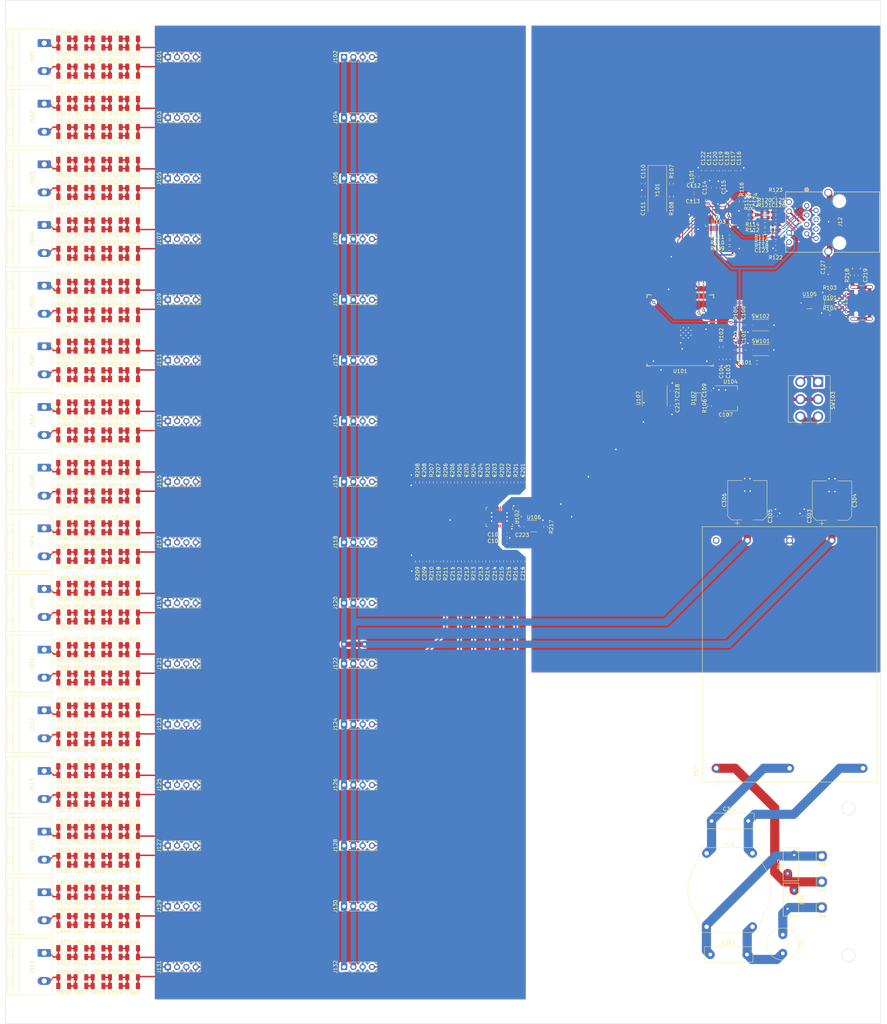
<source format=kicad_pcb>
(kicad_pcb (version 20221018) (generator pcbnew)
  (layers (0 "F.Cu" signal) (31 "B.Cu" signal) (34 "B.Paste" user) (35 "F.Paste" user) (36 "B.SilkS" user "B.Silkscreen") (37 "F.SilkS" user "F.Silkscreen") (38 "B.Mask" user) (39 "F.Mask" user) (44 "Edge.Cuts" user))
  (net 0 "")
  (net 1 "/8diffInputs/IN_P_1")
  (net 2 "Net-(C501-Pad2)")
  (net 3 "/8diffInputs/IN_N_1")
  (net 4 "Net-(C502-Pad2)")
  (net 5 "Net-(C503-Pad2)")
  (net 6 "Net-(C504-Pad2)")
  (net 7 "Net-(C506-Pad2)")
  (net 8 "Net-(C507-Pad2)")
  (net 9 "Net-(C508-Pad2)")
  (net 10 "Net-(C509-Pad2)")
  (net 11 "/8diffInputs/IN_P_LV_1")
  (net 12 "/8diffInputs/IN_N_LV_1")
  (net 13 "GND")
  (net 14 "/8diffInputs1/IN_P_1")
  (net 15 "Net-(C511-Pad2)")
  (net 16 "/8diffInputs1/IN_N_1")
  (net 17 "Net-(C512-Pad2)")
  (net 18 "/8diffInputs1/IN_P_2")
  (net 19 "Net-(C513-Pad2)")
  (net 20 "/8diffInputs1/IN_N_2")
  (net 21 "Net-(C514-Pad2)")
  (net 22 "/8diffInputs1/IN_P_3")
  (net 23 "Net-(C516-Pad2)")
  (net 24 "/8diffInputs1/IN_N_3")
  (net 25 "Net-(C517-Pad2)")
  (net 26 "/8diffInputs1/IN_P_4")
  (net 27 "Net-(C518-Pad2)")
  (net 28 "/8diffInputs1/IN_N_4")
  (net 29 "Net-(C519-Pad2)")
  (net 30 "/8diffInputs/IN_P_2")
  (net 31 "Net-(C521-Pad2)")
  (net 32 "/8diffInputs/IN_N_2")
  (net 33 "Net-(C522-Pad2)")
  (net 34 "Net-(C523-Pad2)")
  (net 35 "Net-(C524-Pad2)")
  (net 36 "Net-(C526-Pad2)")
  (net 37 "Net-(C527-Pad2)")
  (net 38 "Net-(C528-Pad2)")
  (net 39 "Net-(C529-Pad2)")
  (net 40 "/8diffInputs/IN_P_LV_2")
  (net 41 "/8diffInputs/IN_N_LV_2")
  (net 42 "/8diffInputs/IN_P_3")
  (net 43 "Net-(C531-Pad2)")
  (net 44 "/8diffInputs/IN_N_3")
  (net 45 "Net-(C532-Pad2)")
  (net 46 "Net-(C533-Pad2)")
  (net 47 "Net-(C534-Pad2)")
  (net 48 "Net-(C536-Pad2)")
  (net 49 "Net-(C537-Pad2)")
  (net 50 "Net-(C538-Pad2)")
  (net 51 "Net-(C539-Pad2)")
  (net 52 "/8diffInputs/IN_P_LV_3")
  (net 53 "/8diffInputs/IN_N_LV_3")
  (net 54 "/8diffInputs/IN_P_4")
  (net 55 "Net-(C541-Pad2)")
  (net 56 "/8diffInputs/IN_N_4")
  (net 57 "Net-(C542-Pad2)")
  (net 58 "Net-(C543-Pad2)")
  (net 59 "Net-(C544-Pad2)")
  (net 60 "Net-(C546-Pad2)")
  (net 61 "Net-(C547-Pad2)")
  (net 62 "Net-(C548-Pad2)")
  (net 63 "Net-(C549-Pad2)")
  (net 64 "/8diffInputs/IN_P_LV_4")
  (net 65 "/8diffInputs/IN_N_LV_4")
  (net 66 "/8diffInputs/IN_P_5")
  (net 67 "Net-(C551-Pad2)")
  (net 68 "/8diffInputs/IN_N_5")
  (net 69 "Net-(C552-Pad2)")
  (net 70 "/8diffInputs/IN_P_6")
  (net 71 "Net-(C553-Pad2)")
  (net 72 "/8diffInputs/IN_N_6")
  (net 73 "Net-(C554-Pad2)")
  (net 74 "/8diffInputs/IN_P_7")
  (net 75 "Net-(C556-Pad2)")
  (net 76 "/8diffInputs/IN_N_7")
  (net 77 "Net-(C557-Pad2)")
  (net 78 "/8diffInputs/IN_P_8")
  (net 79 "Net-(C558-Pad2)")
  (net 80 "/8diffInputs/IN_N_8")
  (net 81 "Net-(C559-Pad2)")
  (net 82 "Net-(C561-Pad2)")
  (net 83 "Net-(C562-Pad2)")
  (net 84 "Net-(C563-Pad2)")
  (net 85 "Net-(C564-Pad2)")
  (net 86 "Net-(C566-Pad2)")
  (net 87 "Net-(C567-Pad2)")
  (net 88 "Net-(C568-Pad2)")
  (net 89 "Net-(C569-Pad2)")
  (net 90 "Net-(C571-Pad2)")
  (net 91 "Net-(C572-Pad2)")
  (net 92 "Net-(C573-Pad2)")
  (net 93 "Net-(C574-Pad2)")
  (net 94 "Net-(C576-Pad2)")
  (net 95 "Net-(C577-Pad2)")
  (net 96 "Net-(C578-Pad2)")
  (net 97 "Net-(C579-Pad2)")
  (net 98 "Net-(C581-Pad2)")
  (net 99 "Net-(C582-Pad2)")
  (net 100 "Net-(C583-Pad2)")
  (net 101 "Net-(C584-Pad2)")
  (net 102 "Net-(C586-Pad2)")
  (net 103 "Net-(C587-Pad2)")
  (net 104 "Net-(C588-Pad2)")
  (net 105 "Net-(C589-Pad2)")
  (net 106 "/8diffInputs/IN_P_LV_5")
  (net 107 "/8diffInputs/IN_N_LV_5")
  (net 108 "/8diffInputs/IN_P_LV_6")
  (net 109 "/8diffInputs/IN_N_LV_6")
  (net 110 "/8diffInputs/IN_P_LV_7")
  (net 111 "/8diffInputs/IN_N_LV_7")
  (net 112 "/8diffInputs/IN_P_LV_8")
  (net 113 "/8diffInputs/IN_N_LV_8")
  (net 114 "/esp32andadc/VCC5V")
  (net 115 "/esp32andadc/VCC3V3")
  (net 116 "Net-(C591-Pad2)")
  (net 117 "Net-(C592-Pad2)")
  (net 118 "Net-(C593-Pad2)")
  (net 119 "Net-(C594-Pad2)")
  (net 120 "Net-(C596-Pad2)")
  (net 121 "Net-(C597-Pad2)")
  (net 122 "Net-(C598-Pad2)")
  (net 123 "Net-(C599-Pad2)")
  (net 124 "Net-(C601-Pad2)")
  (net 125 "Net-(C602-Pad2)")
  (net 126 "Net-(C603-Pad2)")
  (net 127 "Net-(C604-Pad2)")
  (net 128 "Net-(C606-Pad2)")
  (net 129 "Net-(C607-Pad2)")
  (net 130 "Net-(C608-Pad2)")
  (net 131 "Net-(C609-Pad2)")
  (net 132 "Net-(C611-Pad2)")
  (net 133 "Net-(C612-Pad2)")
  (net 134 "Net-(C613-Pad2)")
  (net 135 "Net-(C614-Pad2)")
  (net 136 "Net-(C616-Pad2)")
  (net 137 "Net-(C617-Pad2)")
  (net 138 "Net-(C618-Pad2)")
  (net 139 "Net-(C619-Pad2)")
  (net 140 "/8diffInputs1/IN_P_LV_1")
  (net 141 "/8diffInputs1/IN_N_LV_1")
  (net 142 "/8diffInputs1/IN_P_LV_2")
  (net 143 "/8diffInputs1/IN_N_LV_2")
  (net 144 "/8diffInputs1/IN_P_LV_3")
  (net 145 "/8diffInputs1/IN_N_LV_3")
  (net 146 "/8diffInputs1/IN_P_LV_4")
  (net 147 "/8diffInputs1/IN_N_LV_4")
  (net 148 "/8diffInputs1/IN_P_5")
  (net 149 "Net-(C621-Pad2)")
  (net 150 "/8diffInputs1/IN_N_5")
  (net 151 "Net-(C622-Pad2)")
  (net 152 "/8diffInputs1/IN_P_6")
  (net 153 "Net-(C623-Pad2)")
  (net 154 "/8diffInputs1/IN_N_6")
  (net 155 "Net-(C624-Pad2)")
  (net 156 "/8diffInputs1/IN_P_7")
  (net 157 "Net-(C626-Pad2)")
  (net 158 "/8diffInputs1/IN_N_7")
  (net 159 "Net-(C627-Pad2)")
  (net 160 "/8diffInputs1/IN_P_8")
  (net 161 "Net-(C628-Pad2)")
  (net 162 "/8diffInputs1/IN_N_8")
  (net 163 "Net-(C629-Pad2)")
  (net 164 "Net-(C631-Pad2)")
  (net 165 "Net-(C632-Pad2)")
  (net 166 "Net-(C633-Pad2)")
  (net 167 "Net-(C634-Pad2)")
  (net 168 "Net-(C636-Pad2)")
  (net 169 "Net-(C637-Pad2)")
  (net 170 "Net-(C638-Pad2)")
  (net 171 "Net-(C639-Pad2)")
  (net 172 "Net-(C641-Pad2)")
  (net 173 "Net-(C642-Pad2)")
  (net 174 "Net-(C643-Pad2)")
  (net 175 "Net-(C644-Pad2)")
  (net 176 "Net-(C646-Pad2)")
  (net 177 "Net-(C647-Pad2)")
  (net 178 "Net-(C648-Pad2)")
  (net 179 "Net-(C649-Pad2)")
  (net 180 "Net-(C651-Pad2)")
  (net 181 "Net-(C652-Pad2)")
  (net 182 "Net-(C653-Pad2)")
  (net 183 "Net-(C654-Pad2)")
  (net 184 "Net-(C656-Pad2)")
  (net 185 "Net-(C657-Pad2)")
  (net 186 "Net-(C658-Pad2)")
  (net 187 "Net-(C659-Pad2)")
  (net 188 "/8diffInputs1/IN_P_LV_5")
  (net 189 "/8diffInputs1/IN_N_LV_5")
  (net 190 "/8diffInputs1/IN_P_LV_6")
  (net 191 "/8diffInputs1/IN_N_LV_6")
  (net 192 "/8diffInputs1/IN_P_LV_7")
  (net 193 "/8diffInputs1/IN_N_LV_7")
  (net 194 "/8diffInputs1/IN_P_LV_8")
  (net 195 "/8diffInputs1/IN_N_LV_8")
  (net 196 "/esp32andadc/USB5V")
  (net 197 "Net-(PS1-ACIN(L))")
  (net 198 "/esp32andadc/Din+")
  (net 199 "/esp32andadc/Din-")
  (net 200 "/PS5V")
  (net 201 "/PS-5V")
  (net 202 "Net-(PS1-ACIN(N))")
  (net 204 "/esp32andadc/CH8")
  (net 205 "/esp32andadc/CH9")
  (net 206 "/esp32andadc/CH10")
  (net 207 "/esp32andadc/CH11")
  (net 208 "/esp32andadc/CH12")
  (net 209 "/esp32andadc/CH13")
  (net 210 "/esp32andadc/CH14")
  (net 211 "/esp32andadc/CH15")
  (net 212 "/esp32andadc/CH0")
  (net 213 "/esp32andadc/CH1")
  (net 214 "/esp32andadc/CH2")
  (net 215 "/esp32andadc/CH3")
  (net 216 "/esp32andadc/CH4")
  (net 217 "/esp32andadc/CH5")
  (net 218 "/esp32andadc/CH6")
  (net 219 "/esp32andadc/CH7")
  (net 220 "/esp32andadc/RXN")
  (net 221 "/esp32andadc/RX_N")
  (net 222 "/esp32andadc/RXP")
  (net 223 "/esp32andadc/RX_P")
  (net 224 "/esp32andadc/D+")
  (net 225 "/esp32andadc/D-")
  (net 226 "/esp32andadc/VA3V3")
  (net 227 "GNDS")
  (net 228 "/esp32andadc/TXP")
  (net 229 "/esp32andadc/TXN")
  (net 230 "/esp32andadc/ACTLED")
  (net 231 "/esp32andadc/LINKLED")
  (net 232 "Net-(J55-Pin_1)")
  (net 233 "Net-(J54-Pin_1)")
  (net 234 "/esp32andadc/TX_P")
  (net 235 "/esp32andadc/TX_N")
  (net 236 "Net-(J56-Pin_1)")
  (net 237 "Net-(U101-EN)")
  (net 238 "Net-(U101-GPIO0{slash}BOOT)")
  (net 239 "Net-(U103-XI{slash}CLKIN)")
  (net 240 "Net-(C111-Pad1)")
  (net 241 "Net-(U103-1V2O)")
  (net 242 "Net-(U103-TOCAP)")
  (net 243 "Net-(C124-Pad2)")
  (net 244 "Net-(C126-Pad1)")
  (net 245 "Net-(D101-A)")
  (net 246 "Net-(D102-A)")
  (net 247 "Net-(J11-CC1)")
  (net 249 "Net-(J11-CC2)")
  (net 251 "Net-(U103-XO)")
  (net 252 "Net-(U103-PMODE2)")
  (net 253 "Net-(U103-PMODE1)")
  (net 254 "Net-(U103-PMODE0)")
  (net 255 "Net-(U103-EXRES1)")
  (net 256 "Net-(U101-GPIO4{slash}TOUCH4{slash}ADC1_CH3)")
  (net 257 "Net-(U101-GPIO5{slash}TOUCH5{slash}ADC1_CH4)")
  (net 258 "Net-(U101-GPIO6{slash}TOUCH6{slash}ADC1_CH5)")
  (net 259 "Net-(U101-GPIO7{slash}TOUCH7{slash}ADC1_CH6)")
  (net 262 "Net-(U101-GPIO17{slash}U1TXD{slash}ADC2_CH6)")
  (net 263 "Net-(U101-GPIO18{slash}U1RXD{slash}ADC2_CH7{slash}CLK_OUT3)")
  (net 268 "/esp32andadc/FSPICS0")
  (net 269 "/esp32andadc/FSPID")
  (net 270 "/esp32andadc/FSPICLK")
  (net 271 "/esp32andadc/FSPIQ")
  (net 287 "Net-(C301-Pad2)")
  (net 288 "Net-(U101-GPIO2{slash}TOUCH2{slash}ADC1_CH1)")
  (net 303 "Net-(C123-Pad2)")
  (net 304 "Net-(C125-Pad1)")
  (net 305 "Net-(U102-CH8)")
  (net 306 "Net-(U102-CH9)")
  (net 307 "Net-(U102-CH10)")
  (net 308 "Net-(U102-CH11)")
  (net 309 "Net-(U102-CH12)")
  (net 310 "Net-(U102-CH13)")
  (net 311 "Net-(U102-CH14)")
  (net 312 "Net-(U102-CH15)")
  (net 313 "Net-(U102-CH7)")
  (net 314 "Net-(U102-CH6)")
  (net 315 "Net-(U102-CH5)")
  (net 316 "Net-(U102-CH4)")
  (net 317 "Net-(U102-CH3)")
  (net 318 "Net-(U102-CH2)")
  (net 319 "Net-(U102-CH1)")
  (net 320 "Net-(U102-CH0)")
  (net 321 "Net-(U101-GPIO1{slash}TOUCH1{slash}ADC1_CH0)")
  (net 326 "Net-(U102-REF+)")
  (net 327 "Net-(U102-*EXT)")
  (net 328 "Net-(U102-SDI)")
  (net 329 "Net-(U102-*CS)")
  (net 330 "Net-(U102-SDO)")
  (net 331 "Net-(U102-SCK)")
  (net 332 "Net-(J12-Pad9)")
  (net 333 "/esp32andadc/SHIELD")
  (net 334 "Net-(U102-BUSY)")
  (net 337 "Net-(J12-Pad12)")
  (footprint "Capacitor_SMD:C_1206_3216Metric" (layer "F.Cu") (at 99.725 213.6)
    (fp_text reference "C588")
    (fp_text value "10 pF")
  )
  (footprint "MyGlobalLibrary:CONN12_5-2301994-8_TEC" (layer "F.Cu") (at 292.7142 116.99945 90)
    (fp_text reference "J12")
    (fp_text value "8P8C_LED_Shielded_x2")
  )
  (footprint "Capacitor_SMD:C_1206_3216Metric" (layer "F.Cu") (at 90.3725 147.85)
    (fp_text reference "C546")
    (fp_text value "10 pF")
  )
  (footprint "Resistor_SMD:R_1206_3216Metric" (layer "F.Cu") (at 90.3725 95.6)
    (fp_text reference "R516")
    (fp_text value "1 MOhms")
  )
  (footprint "Resistor_SMD:R_1206_3216Metric" (layer "F.Cu") (at 95.0625 327)
    (fp_text reference "R657")
    (fp_text value "1 MOhms")
  )
  (footprint "Capacitor_SMD:C_0603_1608Metric" (layer "F.Cu") (at 211.07 206.54)
    (fp_text reference "C106")
    (fp_text value "10u")
  )
  (footprint "Capacitor_SMD:C_1206_3216Metric" (layer "F.Cu") (at 99.725 253.1)
    (fp_text reference "C613")
    (fp_text value "10 pF")
  )
  (footprint "Resistor_SMD:R_1206_3216Metric" (layer "F.Cu") (at 109.125 239)
    (fp_text reference "R605")
    (fp_text value "1 MOhms")
  )
  (footprint "Capacitor_SMD:C_1206_3216Metric" (layer "F.Cu") (at 109.125 296.3)
    (fp_text reference "C640")
    (fp_text value "10 pF")
  )
  (footprint "Resistor_SMD:R_1206_3216Metric" (layer "F.Cu") (at 95.0625 239)
    (fp_text reference "R602")
    (fp_text value "1 MOhms")
  )
  (footprint "Resistor_SMD:R_0603_1608Metric" (layer "F.Cu") (at 284.3 123.6195)
    (fp_text reference "R119")
    (fp_text value "49R9")
  )
  (footprint "Resistor_SMD:R_1206_3216Metric" (layer "F.Cu") (at 95.0625 211.25)
    (fp_text reference "R587")
    (fp_text value "1 MOhms")
  )
  (footprint "Connector_PinHeader_2.54mm:PinHeader_1x04_P2.54mm_Vertical" (layer "F.Cu") (at 166.7 258.14 90)
    (fp_text reference "J124")
    (fp_text value "Conn_01x04_Socket")
  )
  (footprint "Capacitor_SMD:C_1206_3216Metric" (layer "F.Cu") (at 90.3725 114.55)
    (fp_text reference "C526")
    (fp_text value "10 pF")
  )
  (footprint "Resistor_SMD:R_1206_3216Metric" (layer "F.Cu") (at 95.0625 260.95)
    (fp_text reference "R617")
    (fp_text value "1 MOhms")
  )
  (footprint "Capacitor_SMD:C_1206_3216Metric" (layer "F.Cu") (at 90.3725 104.55)
    (fp_text reference "C521")
    (fp_text value "10 pF")
  )
  (footprint "Capacitor_SMD:C_1206_3216Metric" (layer "F.Cu") (at 109.125 253.1)
    (fp_text reference "C615")
    (fp_text value "10 pF")
  )
  (footprint "Capacitor_SMD:C_1206_3216Metric" (layer "F.Cu") (at 109.125 286.15)
    (fp_text reference "C635")
    (fp_text value "10 pF")
  )
  (footprint "Resistor_SMD:R_1206_3216Metric" (layer "F.Cu") (at 104.425 293.95)
    (fp_text reference "R639")
    (fp_text value "1 MOhms")
  )
  (footprint "Resistor_SMD:R_1206_3216Metric" (layer "F.Cu") (at 90.3725 194.8)
    (fp_text reference "R576")
    (fp_text value "1 MOhms")
  )
  (footprint "Resistor_SMD:R_1206_3216Metric" (layer "F.Cu") (at 104.425 145.53)
    (fp_text reference "R549")
    (fp_text value "1 MOhms")
  )
  (footprint "Connector_Phoenix_GMSTB:PhoenixContact_GMSTBA_2,5_2-G-7,62_1x02_P7.62mm_Horizontal" (layer "F.Cu") (at 85.0675 204.8 -90)
    (fp_text reference "J509")
    (fp_text value "Screw_Terminal_01x02")
  )
  (footprint "Capacitor_SMD:C_1206_3216Metric" (layer "F.Cu") (at 90.3725 219.95)
    (fp_text reference "C591")
    (fp_text value "10 pF")
  )
  (footprint "Resistor_SMD:R_1206_3216Metric" (layer "F.Cu") (at 95.0625 156.4)
    (fp_text reference "R552")
    (fp_text value "1 MOhms")
  )
  (footprint "Capacitor_SMD:C_0603_1608Metric" (layer "F.Cu") (at 211.075 208.3)
    (fp_text reference "C105")
    (fp_text value "0.1u")
  )
  (footprint "Capacitor_SMD:C_1206_3216Metric" (layer "F.Cu") (at 104.425 154.05)
    (fp_text reference "C554")
    (fp_text value "10 pF")
  )
  (footprint "Capacitor_SMD:C_0603_1608Metric" (layer "F.Cu") (at 275.444999 149.515 -90)
    (fp_text reference "C108")
    (fp_text value "100n")
  )
  (footprint "Connector_PinHeader_2.54mm:PinHeader_1x04_P2.54mm_Vertical" (layer "F.Cu") (at 166.7 192.1 90)
    (fp_text reference "J116")
    (fp_text value "Conn_01x04_Socket")
  )
  (footprint "Resistor_SMD:R_1206_3216Metric" (layer "F.Cu") (at 104.425 327)
    (fp_text reference "R659")
    (fp_text value "1 MOhms")
  )
  (footprint "Resistor_SMD:R_1206_3216Metric" (layer "F.Cu") (at 99.725 288.5)
    (fp_text reference "R633")
    (fp_text value "1 MOhms")
  )
  (footprint "Capacitor_SMD:C_1206_3216Metric" (layer "F.Cu") (at 104.425 253.1)
    (fp_text reference "C614")
    (fp_text value "10 pF")
  )
  (footprint "Capacitor_SMD:C_1206_3216Metric" (layer "F.Cu") (at 109.125 230.1)
    (fp_text reference "C600")
    (fp_text value "10 pF")
  )
  (footprint "Capacitor_SMD:C_1206_3216Metric" (layer "F.Cu") (at 109.125 154.05)
    (fp_text reference "C555")
    (fp_text value "10 pF")
  )
  (footprint "Capacitor_SMD:C_0603_1608Metric" (layer "F.Cu") (at 267.763671 107.44 -90)
    (fp_text reference "C120")
    (fp_text value "0.1uF")
  )
  (footprint "Capacitor_SMD:C_1206_3216Metric" (layer "F.Cu") (at 95.0625 269.6)
    (fp_text reference "C622")
    (fp_text value "10 pF")
  )
  (footprint "Resistor_SMD:R_1206_3216Metric" (layer "F.Cu") (at 90.3725 123.4)
    (fp_text reference "R531")
    (fp_text value "1 MOhms")
  )
  (footprint "Diode_SMD:D_0603_1608Metric" (layer "F.Cu") (at 299.01 143.445)
    (fp_text reference "D101")
    (fp_text value "NSR20F30NXT5G")
  )
  (footprint "Resistor_SMD:R_1206_3216Metric" (layer "F.Cu") (at 109.125 211.25)
    (fp_text reference "R590")
    (fp_text value "1 MOhms")
  )
  (footprint "Capacitor_SMD:C_0603_1608Metric" (layer "F.Cu") (at 266.142005 107.44 -90)
    (fp_text reference "C121")
    (fp_text value "0.1uF")
  )
  (footprint "Resistor_SMD:R_1206_3216Metric" (layer "F.Cu") (at 95.0625 293.95)
    (fp_text reference "R637")
    (fp_text value "1 MOhms")
  )
  (footprint "Resistor_SMD:R_1206_3216Metric" (layer "F.Cu") (at 104.425 178.2)
    (fp_text reference "R569")
    (fp_text value "1 MOhms")
  )
  (footprint "Connector_Phoenix_GMSTB:PhoenixContact_GMSTBA_2,5_2-G-7,62_1x02_P7.62mm_Horizontal" (layer "F.Cu") (at 85.0675 122.25 -90)
    (fp_text reference "J504")
    (fp_text value "Screw_Terminal_01x02")
  )
  (footprint "Resistor_SMD:R_0603_1608Metric" (layer "F.Cu") (at 255.8842 110.985 -90)
    (fp_text reference "R107")
    (fp_text value "1MEG")
  )
  (footprint "Resistor_SMD:R_1206_3216Metric" (layer "F.Cu") (at 109.125 222.3)
    (fp_text reference "R595")
    (fp_text value "1 MOhms")
  )
  (footprint "Resistor_SMD:R_1206_3216Metric" (layer "F.Cu") (at 109.125 293.95)
    (fp_text reference "R640")
    (fp_text value "1 MOhms")
  )
  (footprint "Capacitor_SMD:C_1206_3216Metric" (layer "F.Cu") (at 95.0625 319.1)
    (fp_text reference "C652")
    (fp_text value "10 pF")
  )
  (footprint "Capacitor_SMD:C_1206_3216Metric" (layer "F.Cu") (at 90.3725 180.55)
    (fp_text reference "C566")
    (fp_text value "10 pF")
  )
  (footprint "Capacitor_SMD:C_0603_1608Metric" (layer "F.Cu") (at 266.2142 112.1 -90)
    (fp_text reference "C114")
    (fp_text value "10nF")
  )
  (footprint "Capacitor_SMD:C_1206_3216Metric" (layer "F.Cu") (at 90.3725 131.1)
    (fp_text reference "C536")
    (fp_text value "10 pF")
  )
  (footprint "Resistor_SMD:R_1206_3216Metric" (layer "F.Cu") (at 109.125 244.35)
    (fp_text reference "R610")
    (fp_text value "1 MOhms")
  )
  (footprint "Resistor_SMD:R_1206_3216Metric" (layer "F.Cu") (at 99.725 140.1)
    (fp_text reference "R543")
    (fp_text value "1 MOhms")
  )
  (footprint "Connector_PinHeader_2.54mm:PinHeader_1x04_P2.54mm_Vertical" (layer "F.Cu") (at 166.7 324.18 90)
    (fp_text reference "J132")
    (fp_text value "Conn_01x04_Socket")
  )
  (footprint "Resistor_SMD:R_1206_3216Metric" (layer "F.Cu") (at 104.425 211.25)
    (fp_text reference "R589")
    (fp_text value "1 MOhms")
  )
  (footprint "Resistor_SMD:R_0603_1608Metric" (layer "F.Cu") (at 194.376666 192.275 90)
    (fp_text reference "R206")
    (fp_text value "470R")
  )
  (footprint "Connector_PinHeader_2.54mm:PinHeader_1x04_P2.54mm_Vertical" (layer "F.Cu") (at 118.7 324.18 90)
    (fp_text reference "J131")
    (fp_text value "Conn_01x04_Socket")
  )
  (footprint "Capacitor_SMD:C_1206_3216Metric" (layer "F.Cu") (at 109.125 121.05)
    (fp_text reference "C535")
    (fp_text value "10 pF")
  )
  (footprint "Capacitor_SMD:C_0603_1608Metric" (layer "F.Cu") (at 211.596663 192.275 90)
    (fp_text reference "C202")
    (fp_text value "470pF")
  )
  (footprint "Resistor_SMD:R_1206_3216Metric" (layer "F.Cu") (at 104.425 189.4)
    (fp_text reference "R574")
    (fp_text value "1 MOhms")
  )
  (footprint "Resistor_SMD:R_0603_1608Metric" (layer "F.Cu") (at 273.374999 149.515 90)
    (fp_text reference "R105")
    (fp_text value "10k")
  )
  (footprint "Resistor_SMD:R_0603_1608Metric" (layer "F.Cu") (at 202.006664 213.8 -90)
    (fp_text reference "R213")
    (fp_text value "470R")
  )
  (footprint "Resistor_SMD:R_1206_3216Metric" (layer "F.Cu") (at 104.425 288.5)
    (fp_text reference "R634")
    (fp_text value "1 MOhms")
  )
  (footprint "Capacitor_SMD:C_1206_3216Metric" (layer "F.Cu") (at 95.0625 187.05)
    (fp_text reference "C572")
    (fp_text value "10 pF")
  )
  (footprint "Capacitor_SMD:C_0603_1608Metric" (layer "F.Cu") (at 215.4 213.8 -90)
    (fp_text reference "C216")
    (fp_text value "470pF")
  )
  (footprint "Resistor_SMD:R_1206_3216Metric" (layer "F.Cu") (at 99.725 112.2)
    (fp_text reference "R528")
    (fp_text value "1 MOhms")
  )
  (footprint "Capacitor_SMD:C_1206_3216Metric" (layer "F.Cu") (at 95.0625 312.7)
    (fp_text reference "C647")
    (fp_text value "10 pF")
  )
  (footprint "Capacitor_SMD:C_1206_3216Metric" (layer "F.Cu") (at 90.3725 213.6)
    (fp_text reference "C586")
    (fp_text value "10 pF")
  )
  (footprint "Capacitor_SMD:C_1206_3216Metric" (layer "F.Cu") (at 95.0625 114.55)
    (fp_text reference "C527")
    (fp_text value "10 pF")
  )
  (footprint "Capacitor_SMD:C_1206_3216Metric" (layer "F.Cu") (at 99.725 319.1)
    (fp_text reference "C653")
    (fp_text value "10 pF")
  )
  (footprint "Capacitor_SMD:C_1206_3216Metric" (layer "F.Cu") (at 109.125 246.7)
    (fp_text reference "C610")
    (fp_text value "10 pF")
  )
  (footprint "Resistor_SMD:R_1206_3216Metric" (layer "F.Cu") (at 109.125 178.2)
    (fp_text reference "R570")
    (fp_text value "1 MOhms")
  )
  (footprint "Connector_PinHeader_2.54mm:PinHeader_1x04_P2.54mm_Vertical" (layer "F.Cu") (at 118.7 208.61 90)
    (fp_text reference "J117")
    (fp_text value "Conn_01x04_Socket")
  )
  (footprint "Capacitor_SMD:C_1206_3216Metric" (layer "F.Cu") (at 104.425 170.6)
    (fp_text reference "C564")
    (fp_text value "10 pF")
  )
  (footprint "Capacitor_SMD:C_1206_3216Metric" (layer "F.Cu") (at 104.425 312.7)
    (fp_text reference "C649")
    (fp_text value "10 pF")
  )
  (footprint "Capacitor_SMD:C_1206_3216Metric" (layer "F.Cu") (at 90.3725 203.5)
    (fp_text reference "C581")
    (fp_text value "10 pF")
  )
  (footprint "Capacitor_SMD:C_1206_3216Metric" (layer "F.Cu") (at 99.725 197.15)
    (fp_text reference "C578")
    (fp_text value "10 pF")
  )
  (footprint "Capacitor_SMD:C_1206_3216Metric" (layer "F.Cu") (at 99.725 180.55)
    (fp_text reference "C568")
    (fp_text value "10 pF")
  )
  (footprint "Resistor_SMD:R_1206_3216Metric" (layer "F.Cu") (at 99.725 227.75)
    (fp_text reference "R598")
    (fp_text value "1 MOhms")
  )
  (footprint "Capacitor_SMD:C_1206_3216Metric" (layer "F.Cu") (at 109.125 269.6)
    (fp_text reference "C625")
    (fp_text value "10 pF")
  )
  (footprint "Resistor_SMD:R_1206_3216Metric" (layer "F.Cu") (at 95.0625 255.4)
    (fp_text reference "R612")
    (fp_text value "1 MOhms")
  )
  (footprint "Connector_PinHeader_2.54mm:PinHeader_1x04_P2.54mm_Vertical" (layer "F.Cu") (at 166.7 159.08 90)
    (fp_text reference "J112")
    (fp_text value "Conn_01x04_Socket")
  )
  (footprint "Capacitor_SMD:C_0603_1608Metric" (layer "F.Cu") (at 196.289999 192.275 90)
    (fp_text reference "C206")
    (fp_text value "470pF")
  )
  (footprint "Capacitor_SMD:C_1206_3216Metric" (layer "F.Cu") (at 109.125 319.1)
    (fp_text reference "C655")
    (fp_text value "10 pF")
  )
  (footprint "Capacitor_SMD:C_1206_3216Metric" (layer "F.Cu") (at 95.0625 170.6)
    (fp_text reference "C562")
    (fp_text value "10 pF")
  )
  (footprint "Resistor_SMD:R_1206_3216Metric" (layer "F.Cu") (at 90.3725 161.8)
    (fp_text reference "R556")
    (fp_text value "1 MOhms")
  )
  (footprint "Resistor_SMD:R_1206_3216Metric" (layer "F.Cu") (at 109.125 205.85)
    (fp_text reference "R585")
    (fp_text value "1 MOhms")
  )
  (footprint "Capacitor_SMD:C_0603_1608Metric" (layer "F.Cu") (at 264.520335 107.44 -90)
    (fp_text reference "C122")
    (fp_text value "10uF")
  )
  (footprint "Connector_PinHeader_2.54mm:PinHeader_1x04_P2.54mm_Vertical" (layer "F.Cu") (at 166.7 241.63 90)
    (fp_text reference "J122")
    (fp_text value "Conn_01x04_Socket")
  )
  (footprint "Connector_PinHeader_2.54mm:PinHeader_1x04_P2.54mm_Vertical" (layer "F.Cu") (at 118.7 109.55 90)
    (fp_text reference "J105")
    (fp_text value "Conn_01x04_Socket")
  )
  (footprint "Resistor_SMD:R_1206_3216Metric" (layer "F.Cu") (at 109.125 156.4)
    (fp_text reference "R555")
    (fp_text value "1 MOhms")
  )
  (footprint "Resistor_SMD:R_0603_1608Metric" (layer "F.Cu") (at 190.55 192.275 90)
    (fp_text reference "R207")
    (fp_text value "470R")
  )
  (footprint "Connector_Phoenix_GMSTB:PhoenixContact_GMSTBA_2,5_2-G-7,62_1x02_P7.62mm_Horizontal" (layer "F.Cu") (at 85.0675 105.74 -90)
    (fp_text reference "J503")
    (fp_text value "Screw_Terminal_01x02")
  )
  (footprint "Resistor_SMD:R_1206_3216Metric" (layer "F.Cu") (at 109.125 128.75)
    (fp_text reference "R540")
    (fp_text value "1 MOhms")
  )
  (footprint "Capacitor_SMD:C_1206_3216Metric" (layer "F.Cu") (at 104.425 104.55)
    (fp_text reference "C524")
    (fp_text value "10 pF")
  )
  (footprint "Resistor_SMD:R_1206_3216Metric" (layer "F.Cu") (at 109.125 189.4)
    (fp_text reference "R575")
    (fp_text value "1 MOhms")
  )
  (footprint "Resistor_SMD:R_0603_1608Metric" (layer "F.Cu") (at 281.325 122.1195)
    (fp_text reference "R114")
    (fp_text value "33R")
  )
  (footprint "Resistor_SMD:R_0603_1608Metric" (layer "F.Cu") (at 284.25 114.1 180)
    (fp_text reference "R123")
    (fp_text value "330")
  )
  (footprint "Capacitor_SMD:C_1206_3216Metric" (layer "F.Cu") (at 95.0625 137.75)
    (fp_text reference "C542")
    (fp_text value "10 pF")
  )
  (footprint "Resistor_SMD:R_1206_3216Metric" (layer "F.Cu") (at 99.725 156.4)
    (fp_text reference "R553")
    (fp_text value "1 MOhms")
  )
  (footprint "Resistor_SMD:R_1206_3216Metric" (layer "F.Cu") (at 104.425 222.3)
    (fp_text reference "R594")
    (fp_text value "1 MOhms")
  )
  (footprint "Package_QFP:LQFP-48_7x7mm_P0.5mm" (layer "F.Cu") (at 268.687005 118.995 180)
    (fp_text reference "U103")
    (fp_text value "W5500")
  )
  (footprint "Capacitor_SMD:C_0603_1608Metric" (layer "F.Cu") (at 196.266665 213.8 -90)
    (fp_text reference "C211")
    (fp_text value "470pF")
  )
  (footprint "Capacitor_SMD:C_1206_3216Metric" (layer "F.Cu") (at 90.3725 286.15)
    (fp_text reference "C631")
    (fp_text value "10 pF")
  )
  (footprint "Resistor_SMD:R_1206_3216Metric" (layer "F.Cu") (at 99.725 305.05)
    (fp_text reference "R643")
    (fp_text value "1 MOhms")
  )
  (footprint "Resistor_SMD:R_1206_3216Metric" (layer "F.Cu") (at 99.725 106.9)
    (fp_text reference "R523")
    (fp_text value "1 MOhms")
  )
  (footprint "Capacitor_SMD:C_1206_3216Metric" (layer "F.Cu") (at 109.125 213.6)
    (fp_text reference "C590")
    (fp_text value "10 pF")
  )
  (footprint "Capacitor_SMD:C_1206_3216Metric" (layer "F.Cu") (at 90.3725 319.1)
    (fp_text reference "C651")
    (fp_text value "10 pF")
  )
  (footprint "Resistor_SMD:R_1206_3216Metric" (layer "F.Cu") (at 99.725 194.8)
    (fp_text reference "R578")
    (fp_text value "1 MOhms")
  )
  (footprint "Connector_PinHeader_2.54mm:PinHeader_1x04_P2.54mm_Vertical" (layer "F.Cu") (at 118.7 307.67 90)
    (fp_text reference "J129")
    (fp_text value "Conn_01x04_Socket")
  )
  (footprint "Capacitor_SMD:C_1206_3216Metric" (layer "F.Cu") (at 99.725 286.15)
    (fp_text reference "C633")
    (fp_text value "10 pF")
  )
  (footprint "Capacitor_SMD:C_1206_3216Metric" (layer "F.Cu") (at 104.425 121.05)
    (fp_text reference "C534")
    (fp_text value "10 pF")
  )
  (footprint "Capacitor_SMD:C_0603_1608Metric" (layer "F.Cu") (at 215.423334 192.275 90)
    (fp_text reference "C201")
    (fp_text value "470pF")
  )
  (footprint "Resistor_SMD:R_1206_3216Metric" (layer "F.Cu") (at 104.425 95.6)
    (fp_text reference "R519")
    (fp_text value "1 MOhms")
  )
  (footprint "Connector_USB:USB_C_Receptacle_GCT_USB4105-xx-A_16P_TopMnt_Horizontal" (layer "F.Cu") (at 308.75 143.445 90)
    (fp_text reference "J11")
    (fp_text value "USB_C_Receptacle_USB2.0")
  )
  (footprint "Button_Switch_THT:SW_PUSH_E-Switch_500SDP1S1M2QEA" (layer "F.Cu") (at 295.51 166.025 -90)
    (fp_text reference "SW103")
    (fp_text value "500SDP1S1M2QEA")
  )
  (footprint "Capacitor_SMD:C_1206_3216Metric" (layer "F.Cu") (at 104.425 87.95)
    (fp_text reference "C514")
    (fp_text value "10 pF")
  )
  (footprint "Capacitor_THT:C_Rect_L13.0mm_W4.0mm_P10.00mm_FKS3_FKP3_MKS4" (layer "F.Cu") (at 266.8 284.44)
    (fp_text reference "C302")
    (fp_text value "22nF")
  )
  (footprint "Resistor_SMD:R_1206_3216Metric" (layer "F.Cu") (at 90.3725 260.95)
    (fp_text reference "R616")
    (fp_text value "1 MOhms")
  )
  (footprint "Button_Switch_SMD:SW_Push_1P1T_NO_CK_KMR2" (layer "F.Cu") (at 280.114999 149.515)
    (fp_text reference "SW102")
    (fp_text value "SW_Push")
  )
  (footprint "Resistor_SMD:R_1206_3216Metric" (layer "F.Cu") (at 95.0625 95.6)
    (fp_text reference "R517")
    (fp_text value "1 MOhms")
  )
  (footprint "Capacitor_SMD:C_1206_3216Metric" (layer "F.Cu") (at 109.1225 263.23)
    (fp_text reference "C620")
    (fp_text value "10 pF")
  )
  (footprint "Resistor_SMD:R_1206_3216Metric" (layer "F.Cu") (at 109.125 255.4)
    (fp_text reference "R615")
    (fp_text value "1 MOhms")
  )
  (footprint "Connector_PinHeader_2.54mm:PinHeader_1x04_P2.54mm_Vertical" (layer "F.Cu") (at 166.7 208.61 90)
    (fp_text reference "J118")
    (fp_text value "Conn_01x04_Socket")
  )
  (footprint "Resistor_SMD:R_1206_3216Metric" (layer "F.Cu") (at 95.0625 205.85)
    (fp_text reference "R582")
    (fp_text value "1 MOhms")
  )
  (footprint "Capacitor_SMD:C_1206_3216Metric" (layer "F.Cu") (at 95.0625 203.5)
    (fp_text reference "C582")
    (fp_text value "10 pF")
  )
  (footprint "Resistor_SMD:R_1206_3216Metric" (layer "F.Cu") (at 90.3725 106.9)
    (fp_text reference "R521")
    (fp_text value "1 MOhms")
  )
  (footprint "PCM_Espressif:ESP32-S3-WROOM-1U" (layer "F.Cu") (at 258.27 151.07 180)
    (fp_text reference "U101")
    (fp_text value "ESP32-S3-WROOM-1")
  )
  (footprint "Capacitor_SMD:C_1206_3216Metric" (layer "F.Cu") (at 95.0625 213.6)
    (fp_text reference "C587")
    (fp_text value "10 pF")
  )
  (footprint "Resistor_SMD:R_0603_1608Metric" (layer "F.Cu") (at 284.25 125.6)
    (fp_text reference "R118")
    (fp_text value "10")
  )
  (footprint "Resistor_SMD:R_0603_1608Metric" (layer "F.Cu") (at 276.875 118.75)
    (fp_text reference "R115")
    (fp_text value "33R")
  )
  (footprint "Capacitor_SMD:C_0603_1608Metric" (layer "F.Cu") (at 262.062005 114.445)
    (fp_text reference "C113")
    (fp_text value "10uF")
  )
  (footprint "Capacitor_SMD:C_1206_3216Metric" (layer "F.Cu") (at 109.125 329.35)
    (fp_text reference "C660")
    (fp_text value "10 pF")
  )
  (footprint "Connector_Phoenix_GMSTB:PhoenixContact_GMSTBA_2,5_2-G-7,62_1x02_P7.62mm_Horizontal" (layer "F.Cu") (at 85.0675 138.76 -90)
    (fp_text reference "J505")
    (fp_text value "Screw_Terminal_01x02")
  )
  (footprint "Resistor_SMD:R_1206_3216Metric" (layer "F.Cu") (at 90.3725 310.35)
    (fp_text reference "R646")
    (fp_text value "1 MOhms")
  )
  (footprint "Capacitor_SMD:C_1206_3216Metric" (layer "F.Cu") (at 99.725 154.05)
    (fp_text reference "C553")
    (fp_text value "10 pF")
  )
  (footprint "Resistor_SMD:R_0603_1608Metric" (layer "F.Cu") (at 284.25 129.7 180)
    (fp_text reference "R122")
    (fp_text value "330")
  )
  (footprint "Resistor_SMD:R_1206_3216Metric" (layer "F.Cu") (at 99.725 95.6)
    (fp_text reference "R518")
    (fp_text value "1 MOhms")
  )
  (footprint "Capacitor_SMD:C_1206_3216Metric" (layer "F.Cu") (at 104.425 279.7)
    (fp_text reference "C629")
    (fp_text value "10 pF")
  )
  (footprint "Capacitor_SMD:C_1206_3216Metric" (layer "F.Cu") (at 99.725 137.75)
    (fp_text reference "C543")
    (fp_text value "10 pF")
  )
  (footprint "Capacitor_SMD:C_1206_3216Metric" (layer "F.Cu") (at 90.3725 121.05)
    (fp_text reference "C531")
    (fp_text value "10 pF")
  )
  (footprint "Resistor_SMD:R_1206_3216Metric" (layer "F.Cu") (at 95.0625 79.15)
    (fp_text reference "R507")
    (fp_text value "1 MOhms")
  )
  (footprint "Resistor_SMD:R_1206_3216Metric" (layer "F.Cu") (at 95.0625 128.75)
    (fp_text reference "R537")
    (fp_text value "1 MOhms")
  )
  (footprint "Resistor_SMD:R_1206_3216Metric" (layer "F.Cu") (at 99.725 293.95)
    (fp_text reference "R638")
    (fp_text value "1 MOhms")
  )
  (footprint "Capacitor_SMD:C_1206_3216Metric" (layer "F.Cu") (at 90.3725 312.7)
    (fp_text reference "C646")
    (fp_text value "10 pF")
  )
  (footprint "Capacitor_SMD:C_1206_3216Metric" (layer "F.Cu") (at 95.0625 131.1)
    (fp_text reference "C537")
    (fp_text value "10 pF")
  )
  (footprint "Resistor_SMD:R_1206_3216Metric" (layer "F.Cu") (at 104.425 106.9)
    (fp_text reference "R524")
    (fp_text value "1 MOhms")
  )
  (footprint "Capacitor_SMD:C_1206_3216Metric" (layer "F.Cu") (at 104.425 236.65)
    (fp_text reference "C604")
    (fp_text value "10 pF")
  )
  (footprint "Resistor_SMD:R_1206_3216Metric" (layer "F.Cu") (at 109.125 161.8)
    (fp_text reference "R560")
    (fp_text value "1 MOhms")
  )
  (footprint "Capacitor_SMD:C_0603_1608Metric" (layer "F.Cu") (at 200.093331 213.8 -90)
    (fp_text reference "C212")
    (fp_text value "470pF")
  )
  (footprint "Resistor_SMD:R_0603_1608Metric" (layer "F.Cu") (at 281.325 118.75 180)
    (fp_text reference "R120")
    (fp_text value "49R9")
  )
  (footprint "Resistor_SMD:R_0603_1608Metric" (layer "F.Cu") (at 266.26 171.5275 -90)
    (fp_text reference "R106")
    (fp_text value "1k")
  )
  (footprint "Capacitor_SMD:C_0603_1608Metric" (layer "F.Cu") (at 284.2 201.5 90)
    (fp_text reference "C305")
    (fp_text value "1u")
  )
  (footprint "Resistor_SMD:R_1206_3216Metric" (layer "F.Cu") (at 90.3725 305.05)
    (fp_text reference "R641")
    (fp_text value "1 MOhms")
  )
  (footprint "Capacitor_SMD:C_0603_1608Metric" (layer "F.Cu") (at 248.1842 114.485 90)
    (fp_text reference "C111")
    (fp_text value "18pF")
  )
  (footprint "Capacitor_SMD:C_1206_3216Metric" (layer "F.Cu") (at 109.125 131.1)
    (fp_text reference "C540")
    (fp_text value "10 pF")
  )
  (footprint "Resistor_SMD:R_1206_3216Metric" (layer "F.Cu") (at 95.0625 222.3)
    (fp_text reference "R592")
    (fp_text value "1 MOhms")
  )
  (footprint "Capacitor_SMD:C_0603_1608Metric" (layer "F.Cu") (at 256.1 171.4 -90)
    (fp_text reference "C217")
    (fp_text value "0.1u")
  )
  (footprint "Capacitor_SMD:C_1206_3216Metric" (layer "F.Cu") (at 95.0625 197.15)
    (fp_text reference "C577")
    (fp_text value "10 pF")
  )
  (footprint "Capacitor_SMD:C_0603_1608Metric" (layer "F.Cu") (at 274.250335 107.44 -90)
    (fp_text reference "C116")
    (fp_text value "0.1uF")
  )
  (footprint "Capacitor_SMD:C_1206_3216Metric" (layer "F.Cu") (at 104.425 147.85)
    (fp_text reference "C549")
    (fp_text value "10 pF")
  )
  (footprint "Capacitor_SMD:C_0603_1608Metric" (layer "F.Cu") (at 207.746663 213.8 -90)
    (fp_text reference "C214")
    (fp_text value "470pF")
  )
  (footprint "Capacitor_SMD:C_1206_3216Metric" (layer "F.Cu") (at 99.725 131.1)
    (fp_text reference "C538")
    (fp_text value "10 pF")
  )
  (footprint "Capacitor_SMD:C_1206_3216Metric" (layer "F.Cu") (at 104.425 114.55)
    (fp_text reference "C529")
    (fp_text value "10 pF")
  )
  (footprint "Capacitor_SMD:C_1206_3216Metric" (layer "F.Cu") (at 90.3725 154.05)
    (fp_text reference "C551")
    (fp_text value "10 pF")
  )
  (footprint "Resistor_SMD:R_1206_3216Metric" (layer "F.Cu") (at 104.425 321.45)
    (fp_text reference "R654")
    (fp_text value "1 MOhms")
  )
  (footprint "Resistor_SMD:R_1206_3216Metric" (layer "F.Cu") (at 90.3725 288.5)
    (fp_text reference "R631")
    (fp_text value "1 MOhms")
  )
  (footprint "Resistor_SMD:R_0603_1608Metric" (layer "F.Cu") (at 255.8842 114.485 -90)
    (fp_text reference "R108")
    (fp_text value "0R")
  )
  (footprint "Capacitor_SMD:C_1206_3216Metric" (layer "F.Cu") (at 95.0625 219.95)
    (fp_text reference "C592")
    (fp_text value "10 pF")
  )
  (footprint "Capacitor_SMD:C_0603_1608Metric" (layer "F.Cu") (at 203.919997 213.8 -90)
    (fp_text reference "C213")
    (fp_text value "470pF")
  )
  (footprint "Resistor_SMD:R_1206_3216Metric" (layer "F.Cu") (at 104.425 73.92)
    (fp_text reference "R504")
    (fp_text value "1 MOhms")
  )
  (footprint "Resistor_SMD:R_1206_3216Metric" (layer "F.Cu") (at 109.125 172.95)
    (fp_text reference "R565")
    (fp_text value "1 MOhms")
  )
  (footprint "Connector_Phoenix_GMSTB:PhoenixContact_GMSTBA_2,5_2-G-7,62_1x02_P7.62mm_Horizontal" (layer "F.Cu") (at 85.0675 221.31 -90)
    (fp_text reference "J510")
    (fp_text value "Screw_Terminal_01x02")
  )
  (footprint "Capacitor_SMD:C_1206_3216Metric" (layer "F.Cu") (at 99.725 296.3)
    (fp_text reference "C638")
    (fp_text value "10 pF")
  )
  (footprint "Resistor_SMD:R_1206_3216Metric" (layer "F.Cu") (at 104.425 90.35)
    (fp_text reference "R514")
    (fp_text value "1 MOhms")
  )
  (footprint "Resistor_SMD:R_1206_3216Metric" (layer "F.Cu") (at 109.125 145.53)
    (fp_text reference "R550")
    (fp_text value "1 MOhms")
  )
  (footprint "Capacitor_SMD:C_1206_3216Metric" (layer "F.Cu") (at 109.125 164.15)
    (fp_text reference "C560")
    (fp_text value "10 pF")
  )
  (footprint "Capacitor_SMD:C_1206_3216Metric" (layer "F.Cu") (at 95.0625 279.7)
    (fp_text reference "C627")
    (fp_text value "10 pF")
  )
  (footprint "Capacitor_SMD:C_0603_1608Metric" (layer "F.Cu") (at 269.414999 158.835 -90)
    (fp_text reference "C104")
    (fp_text value "10u")
  )
  (footprint "Resistor_SMD:R_1206_3216Metric" (layer "F.Cu") (at 90.3725 239)
    (fp_text reference "R601")
    (fp_text value "1 MOhms")
  )
  (footprint "Resistor_SMD:R_0603_1608Metric" (layer "F.Cu") (at 298.99 146.25 180)
    (fp_text reference "R104")
    (fp_text value "5.1k")
  )
  (footprint "Capacitor_SMD:C_0603_1608Metric" (layer "F.Cu") (at 192.439999 213.8 -90)
    (fp_text reference "C210")
    (fp_text value "470pF")
  )
  (footprint "Capacitor_SMD:C_0603_1608Metric" (layer "F.Cu") (at 188.613333 213.8 -90)
    (fp_text reference "C209")
    (fp_text value "470pF")
  )
  (footprint "Capacitor_SMD:C_0603_1608Metric" (layer "F.Cu") (at 248.1842 110.985 90)
    (fp_text reference "C110")
    (fp_text value "18pF")
  )
  (footprint "Capacitor_SMD:C_1206_3216Metric" (layer "F.Cu") (at 90.3725 197.15)
    (fp_text reference "C576")
    (fp_text value "10 pF")
  )
  (footprint "Capacitor_SMD:C_1206_3216Metric" (layer "F.Cu") (at 95.0625 71.55)
    (fp_text reference "C502")
    (fp_text value "10 pF")
  )
  (footprint "Capacitor_SMD:C_1206_3216Metric" (layer "F.Cu") (at 99.725 170.6)
    (fp_text reference "C563")
    (fp_text value "10 pF")
  )
  (footprint "Connector_PinHeader_2.54mm:PinHeader_1x04_P2.54mm_Vertical" (layer "F.Cu") (at 166.7 126.06 90)
    (fp_text reference "J108")
    (fp_text value "Conn_01x04_Socket")
  )
  (footprint "Resistor_SMD:R_1206_3216Metric" (layer "F.Cu") (at 104.425 310.35)
    (fp_text reference "R649")
    (fp_text value "1 MOhms")
  )
  (footprint "Capacitor_SMD:C_1206_3216Metric" (layer "F.Cu") (at 99.725 219.95)
    (fp_text reference "C593")
    (fp_text value "10 pF")
  )
  (footprint "Capacitor_SMD:C_1206_3216Metric" (layer "F.Cu") (at 95.0625 154.05)
    (fp_text reference "C552")
    (fp_text value "10 pF")
  )
  (footprint "Capacitor_SMD:C_1206_3216Metric" (layer "F.Cu") (at 90.3725 87.95)
    (fp_text reference "C511")
    (fp_text value "10 pF")
  )
  (footprint "Resistor_SMD:R_0603_1608Metric" (layer "F.Cu") (at 190.526666 213.8 90)
    (fp_text reference "R210")
    (fp_text value "470R")
  )
  (footprint "Capacitor_SMD:C_1206_3216Metric" (layer "F.Cu") (at 90.3725 279.7)
    (fp_text reference "C626")
    (fp_text value "10 pF")
  )
  (footprint "Capacitor_SMD:C_1206_3216Metric" (layer "F.Cu") (at 99.725 104.55)
    (fp_text reference "C523")
    (fp_text value "10 pF")
  )
  (footprint "Capacitor_SMD:C_0603_1608Metric" (layer "F.Cu") (at 272.628669 107.44 -90)
    (fp_text reference "C117")
    (fp_text value "0.1uF")
  )
  (footprint "Capacitor_SMD:C_1206_3216Metric" (layer "F.Cu") (at 104.4225 263.23)
    (fp_text reference "C619")
    (fp_text value "10 pF")
  )
  (footprint "Resistor_SMD:R_1206_3216Metric" (layer "F.Cu") (at 95.0625 106.9)
    (fp_text reference "R522")
    (fp_text value "1 MOhms")
  )
  (footprint "Capacitor_SMD:C_0603_1608Metric" (layer "F.Cu") (at 284.25 127.28475)
    (fp_text reference "C123")
    (fp_text value "22nF")
  )
  (footprint "Resistor_SMD:R_1206_3216Metric" (layer "F.Cu") (at 109.125 140.1)
    (fp_text reference "R545")
    (fp_text value "1 MOhms")
  )
  (footprint "Resistor_SMD:R_1206_3216Metric" (layer "F.Cu") (at 90.3725 205.85)
    (fp_text reference "R581")
    (fp_text value "1 MOhms")
  )
  (footprint "Resistor_SMD:R_1206_3216Metric" (layer "F.Cu") (at 104.425 260.95)
    (fp_text reference "R619")
    (fp_text value "1 MOhms")
  )
  (footprint "Resistor_SMD:R_1206_3216Metric" (layer "F.Cu") (at 95.0625 288.5)
    (fp_text reference "R632")
    (fp_text value "1 MOhms")
  )
  (footprint "Capacitor_SMD:C_1206_3216Metric" (layer "F.Cu") (at 95.0625 286.15)
    (fp_text reference "C632")
    (fp_text value "10 pF")
  )
  (footprint "Capacitor_SMD:C_1206_3216Metric" (layer "F.Cu") (at 109.125 137.75)
    (fp_text reference "C545")
    (fp_text value "10 pF")
  )
  (footprint "Capacitor_SMD:C_0603_1608Metric" (layer "F.Cu") (at 273.459999 156.27 90)
    (fp_text reference "C102")
    (fp_text value "1u")
  )
  (footprint "Capacitor_SMD:C_1206_3216Metric" (layer "F.Cu") (at 104.425 164.15)
    (fp_text reference "C559")
    (fp_text value "10 pF")
  )
  (footprint "Resistor_SMD:R_1206_3216Metric" (layer "F.Cu") (at 109.125 95.6)
    (fp_text reference "R520")
    (fp_text value "1 MOhms")
  )
  (footprint "Resistor_SMD:R_0603_1608Metric" (layer "F.Cu") (at 209.659996 213.8 -90)
    (fp_text reference "R215")
    (fp_text value "470R")
  )
  (footprint "Resistor_SMD:R_1206_3216Metric" (layer "F.Cu") (at 109.125 327)
    (fp_text reference "R660")
    (fp_text value "1 MOhms")
  )
  (footprint "Resistor_SMD:R_1206_3216Metric" (layer "F.Cu") (at 109.125 288.5)
    (fp_text reference "R635")
    (fp_text value "1 MOhms")
  )
  (footprint "Capacitor_SMD:C_1206_3216Metric" (layer "F.Cu") (at 95.0625 236.65)
    (fp_text reference "C602")
    (fp_text value "10 pF")
  )
  (footprint "Capacitor_SMD:C_1206_3216Metric" (layer "F.Cu") (at 109.125 219.95)
    (fp_text reference "C595")
    (fp_text value "10 pF")
  )
  (footprint "Capacitor_SMD:C_0603_1608Metric" (layer "F.Cu") (at 192.463333 192.275 90)
    (fp_text reference "C207")
    (fp_text value "470pF")
  )
  (footprint "Connector_Phoenix_GMSTB:PhoenixContact_GMSTBA_2,5_2-G-7,62_1x02_P7.62mm_Horizontal" (layer "F.Cu") (at 85.0675 171.78 -90)
    (fp_text reference "J507")
    (fp_text value "Screw_Terminal_01x02")
  )
  (footprint "Resistor_SMD:R_0603_1608Metric" (layer "F.Cu") (at 276.875 120.25)
    (fp_text reference "R113")
    (fp_text value "33R")
  )
  (footprint "Capacitor_SMD:C_1206_3216Metric" (layer "F.Cu") (at 109.125 104.55)
    (fp_text reference "C525")
    (fp_text value "10 pF")
  )
  (footprint "Resistor_SMD:R_1206_3216Metric" (layer "F.Cu") (at 109.125 123.4)
    (fp_text reference "R535")
    (fp_text value "1 MOhms")
  )
  (footprint "Resistor_SMD:R_1206_3216Metric" (layer "F.Cu") (at 90.3725 255.4)
    (fp_text reference "R611")
    (fp_text value "1 MOhms")
  )
  (footprint "Resistor_SMD:R_1206_3216Metric" (layer "F.Cu") (at 99.725 310.35)
    (fp_text reference "R648")
    (fp_text value "1 MOhms")
  )
  (footprint "Resistor_SMD:R_1206_3216Metric" (layer "F.Cu") (at 90.3725 244.35)
    (fp_text reference "R606")
    (fp_text value "1 MOhms")
  )
  (footprint "Capacitor_SMD:C_1206_3216Metric" (layer "F.Cu") (at 95.0625 81.55)
    (fp_text reference "C507")
    (fp_text value "10 pF")
  )
  (footprint "LED_SMD:LED_0603_1608Metric" (layer "F.Cu") (at 263.34 169.4175 -90)
    (fp_text reference "D102")
    (fp_text value "LED")
  )
  (footprint "Resistor_SMD:R_1206_3216Metric" (layer "F.Cu") (at 90.3725 227.75)
    (fp_text reference "R596")
    (fp_text value "1 MOhms")
  )
  (footprint "Connector_Pin:Pin_D1.4mm_L8.5mm_W2.8mm_FlatFork" (layer "F.Cu") (at 296.8 308)
    (fp_text reference "J54")
    (fp_text value "AC_P")
  )
  (footprint "Resistor_SMD:R_1206_3216Metric" (layer "F.Cu") (at 104.425 123.4)
    (fp_text reference "R534")
    (fp_text value "1 MOhms")
  )
  (footprint "Capacitor_SMD:C_1206_3216Metric" (layer "F.Cu") (at 90.3725 170.6)
    (fp_text reference "C561")
    (fp_text value "10 pF")
  )
  (footprint "Resistor_SMD:R_1206_3216Metric" (layer "F.Cu") (at 90.3725 140.1)
    (fp_text reference "R541")
    (fp_text value "1 MOhms")
  )
  (footprint "Capacitor_SMD:C_1206_3216Metric" (layer "F.Cu") (at 90.3725 302.7)
    (fp_text reference "C641")
    (fp_text value "10 pF")
  )
  (footprint "Capacitor_SMD:C_1206_3216Metric" (layer "F.Cu") (at 104.425 230.1)
    (fp_text reference "C599")
    (fp_text value "10 pF")
  )
  (footprint "Resistor_SMD:R_1206_3216Metric" (layer "F.Cu") (at 109.125 73.92)
    (fp_text reference "R505")
    (fp_text value "1 MOhms")
  )
  (footprint "Resistor_SMD:R_1206_3216Metric" (layer "F.Cu") (at 95.0625 305.05)
    (fp_text reference "R642")
    (fp_text value "1 MOhms")
  )
  (footprint "Connector_PinHeader_2.54mm:PinHeader_1x04_P2.54mm_Vertical" (layer "F.Cu") (at 118.7 258.14 90)
    (fp_text reference "J123")
    (fp_text value "Conn_01x04_Socket")
  )
  (footprint "Capacitor_SMD:C_0603_1608Metric" (layer "F.Cu") (at 298.5562 133.75 90)
    (fp_text reference "C127")
    (fp_text value "1nF")
  )
  (footprint "Resistor_SMD:R_1206_3216Metric" (layer "F.Cu") (at 95.0625 73.92)
    (fp_text reference "R502")
    (fp_text value "1 MOhms")
  )
  (footprint "Capacitor_SMD:C_1206_3216Metric" (layer "F.Cu") (at 99.725 203.5)
    (fp_text reference "C583")
    (fp_text value "10 pF")
  )
  (footprint "Resistor_SMD:R_1206_3216Metric" (layer "F.Cu") (at 109.125 112.2)
    (fp_text reference "R530")
    (fp_text value "1 MOhms")
  )
  (footprint "Resistor_SMD:R_1206_3216Metric" (layer "F.Cu") (at 104.425 305.05)
    (fp_text reference "R644")
    (fp_text value "1 MOhms")
  )
  (footprint "Capacitor_SMD:C_1206_3216Metric" (layer "F.Cu") (at 104.425 329.35)
    (fp_text reference "C659")
    (fp_text value "10 pF")
  )
  (footprint "Capacitor_SMD:C_1206_3216Metric" (layer "F.Cu") (at 104.425 269.6)
    (fp_text reference "C624")
    (fp_text value "10 pF")
  )
  (footprint "Resistor_SMD:R_1206_3216Metric" (layer "F.Cu") (at 90.3725 145.53)
    (fp_text reference "R546")
    (fp_text value "1 MOhms")
  )
  (footprint "Connector_Phoenix_GMSTB:PhoenixContact_GMSTBA_2,5_2-G-7,62_1x02_P7.62mm_Horizontal" (layer "F.Cu") (at 85.0675 254.33 -90)
    (fp_text reference "J512")
    (fp_text value "Screw_Terminal_01x02")
  )
  (footprint "Fuse:Fuse_Littelfuse_372_D8.50mm" (layer "F.Cu") (at 286.2 315.4 -90)
    (fp_text reference "F1")
    (fp_text value "37213150431 ")
  )
  (footprint "Capacitor_SMD:C_1206_3216Metric" (layer "F.Cu") (at 109.125 81.55)
    (fp_text reference "C510")
    (fp_text value "10 pF")
  )
  (footprint "Resistor_SMD:R_0603_1608Metric" (layer "F.Cu") (at 298.99 140.6 180)
    (fp_text reference "R103")
    (fp_text value "5.1k")
  )
  (footprint "Capacitor_SMD:C_1206_3216Metric" (layer "F.Cu") (at 90.3725 187.05)
    (fp_text reference "C571")
    (fp_text value "10 pF")
  )
  (footprint "Capacitor_SMD:C_1206_3216Metric" (layer "F.Cu") (at 95.0625 104.55)
    (fp_text reference "C522")
    (fp_text value "10 pF")
  )
  (footprint "Resistor_SMD:R_1206_3216Metric" (layer "F.Cu") (at 90.3725 178.2)
    (fp_text reference "R566")
    (fp_text value "1 MOhms")
  )
  (footprint "Connector_PinHeader_2.54mm:PinHeader_1x04_P2.54mm_Vertical" (layer "F.Cu") (at 166.7 291.16 90)
    (fp_text reference "J128")
    (fp_text value "Conn_01x04_Socket")
  )
  (footprint "Connector_Phoenix_GMSTB:PhoenixContact_GMSTBA_2,5_2-G-7,62_1x02_P7.62mm_Horizontal" (layer "F.Cu") (at 85.0675 188.29 -90)
    (fp_text reference "J508")
    (fp_text value "Screw_Terminal_01x02")
  )
  (footprint "Connector_PinHeader_2.54mm:PinHeader_1x04_P2.54mm_Vertical" (layer "F.Cu") (at 166.7 109.55 90)
    (fp_text reference "J106")
    (fp_text value "Conn_01x04_Socket")
  )
  (footprint "Resistor_SMD:R_1206_3216Metric" (layer "F.Cu") (at 109.125 277.35)
    (fp_text reference "R630")
    (fp_text value "1 MOhms")
  )
  (footprint "Resistor_SMD:R_0603_1608Metric" (layer "F.Cu") (at 279.144999 159.63)
    (fp_text reference "R101")
    (fp_text value "10k")
  )
  (footprint "Capacitor_SMD:C_1206_3216Metric" (layer "F.Cu") (at 104.425 219.95)
    (fp_text reference "C594")
    (fp_text value "10 pF")
  )
  (footprint "Connector_PinHeader_2.54mm:PinHeader_1x04_P2.54mm_Vertical" (layer "F.Cu") (at 118.7 93.04 90)
    (fp_text reference "J103")
    (fp_text value "Conn_01x04_Socket")
  )
  (footprint "Resistor_SMD:R_1206_3216Metric" (layer "F.Cu") (at 99.725 327)
    (fp_text reference "R658")
    (fp_text value "1 MOhms")
  )
  (footprint "Resistor_SMD:R_1206_3216Metric" (layer "F.Cu") (at 104.425 112.2)
    (fp_text reference "R529")
    (fp_text value "1 MOhms")
  )
  (footprint "Capacitor_THT:C_Rect_L13.0mm_W4.0mm_P10.00mm_FKS3_FKP3_MKS4" (layer "F.Cu") (at 266.45 320.79)
    (fp_text reference "C301")
    (fp_text value "22nF")
  )
  (footprint "Capacitor_SMD:CP_Elec_10x12.5" (layer "F.Cu") (at 299.6 197.25 90)
    (fp_text reference "C304")
    (fp_text value "100u")
  )
  (footprint "Capacitor_SMD:C_1206_3216Metric" (layer "F.Cu") (at 99.725 279.7)
    (fp_text reference "C628")
    (fp_text value "10 pF")
  )
  (footprint "Resistor_SMD:R_1206_3216Metric" (layer "F.Cu") (at 95.0625 277.35)
    (fp_text reference "R627")
    (fp_text value "1 MOhms")
  )
  (footprint "Resistor_SMD:R_1206_3216Metric" (layer "F.Cu") (at 95.0625 227.75)
    (fp_text reference "R597")
    (fp_text value "1 MOhms")
  )
  (footprint "Capacitor_SMD:C_1206_3216Metric" (layer "F.Cu") (at 95.0625 87.95)
    (fp_text reference "C512")
    (fp_text value "10 pF")
  )
  (footprint "Connector_PinHeader_2.54mm:PinHeader_1x04_P2.54mm_Vertical" (layer "F.Cu") (at 118.7 175.59 90)
    (fp_text reference "J113")
    (fp_text value "Conn_01x04_Socket")
  )
  (footprint "Capacitor_SMD:C_1206_3216Metric" (layer "F.Cu") (at 99.725 329.35)
    (fp_text reference "C658")
    (fp_text value "10 pF")
  )
  (footprint "Resistor_SMD:R_0603_1608Metric" (layer "F.Cu") (at 202.029998 192.275 90)
    (fp_text reference "R204")
    (fp_text value "470R")
  )
  (footprint "Capacitor_SMD:C_1206_3216Metric" (layer "F.Cu") (at 99.725 236.65)
    (fp_text reference "C603")
    (fp_text value "10 pF")
  )
  (footprint "Resistor_SMD:R_0603_1608Metric" (layer "F.Cu") (at 271.7142 128.64 180)
    (fp_text reference "R109")
    (fp_text value "10k")
  )
  (footprint "Capacitor_SMD:C_1206_3216Metric" (layer "F.Cu") (at 90.3725 296.3)
    (fp_text reference "C636")
    (fp_text value "10 pF")
  )
  (footprint "Capacitor_SMD:C_0603_1608Metric" (layer "F.Cu") (at 271.3 158.825 -90)
    (fp_text reference "C103")
    (fp_text value "100n")
  )
  (footprint "Inductor_THT:Choke_EPCOS_B82722A" (layer "F.Cu") (at 265.45 313.24)
    (fp_text reference "FL1")
    (fp_text value "EPCOS B82722A2202N001")
  )
  (footprint "Capacitor_SMD:C_1206_3216Metric" (layer "F.Cu") (at 99.7225 263.23)
    (fp_text reference "C618")
    (fp_text value "10 pF")
  )
  (footprint "Capacitor_SMD:C_1206_3216Metric" (layer "F.Cu") (at 99.725 97.95)
    (fp_text reference "C518")
    (fp_text value "10 pF")
  )
  (footprint "Resistor_SMD:R_1206_3216Metric" (layer "F.Cu") (at 99.725 222.3)
    (fp_text reference "R593")
    (fp_text value "1 MOhms")
  )
  (footprint "Resistor_SMD:R_0603_1608Metric" (layer "F.Cu") (at 284.3 122.1195)
    (fp_text reference "R117")
    (fp_text value "49R9")
  )
  (footprint "Capacitor_SMD:C_1206_3216Metric" (layer "F.Cu") (at 104.425 187.05)
    (fp_text reference "C574")
    (fp_text value "10 pF")
  )
  (footprint "Resistor_SMD:R_1206_3216Metric" (layer "F.Cu") (at 104.425 227.75)
    (fp_text reference "R599")
    (fp_text value "1 MOhms")
  )
  (footprint "Resistor_SMD:R_0603_1608Metric" (layer "F.Cu") (at 269.414999 155.43 -90)
    (fp_text reference "R102")
    (fp_text value "10k")
  )
  (footprint "Resistor_SMD:R_1206_3216Metric" (layer "F.Cu") (at 99.725 211.25)
    (fp_text reference "R588")
    (fp_text value "1 MOhms")
  )
  (footprint "Connector_PinHeader_2.54mm:PinHeader_1x04_P2.54mm_Vertical" (layer "F.Cu") (at 118.7 225.12 90)
    (fp_text reference "J119")
    (fp_text value "Conn_01x04_Socket")
  )
  (footprint "Resistor_SMD:R_1206_3216Metric" (layer "F.Cu") (at 104.425 140.1)
    (fp_text reference "R544")
    (fp_text value "1 MOhms")
  )
  (footprint "Resistor_SMD:R_1206_3216Metric" (layer "F.Cu") (at 95.0625 161.8)
    (fp_text reference "R557")
    (fp_text value "1 MOhms")
  )
  (footprint "Capacitor_SMD:C_1206_3216Metric" (layer "F.Cu") (at 90.3725 97.95)
    (fp_text reference "C516")
    (fp_text value "10 pF")
  )
  (footprint "Capacitor_SMD:C_1206_3216Metric" (layer "F.Cu") (at 95.0625 246.7)
    (fp_text reference "C607")
    (fp_text value "10 pF")
  )
  (footprint "Resistor_SMD:R_1206_3216Metric" (layer "F.Cu") (at 95.0625 194.8)
    (fp_text reference "R577")
    (fp_text value "1 MOhms")
  )
  (footprint "Resistor_SMD:R_1206_3216Metric" (layer "F.Cu") (at 109.125 227.75)
    (fp_text reference "R600")
    (fp_text value "1 MOhms")
  )
  (footprint "Resistor_SMD:R_1206_3216Metric" (layer "F.Cu") (at 104.425 244.35)
    (fp_text reference "R609")
    (fp_text value "1 MOhms")
  )
  (footprint "Connector_PinHeader_2.54mm:PinHeader_1x04_P2.54mm_Vertical" (layer "F.Cu") (at 118.7 126.06 90)
    (fp_text reference "J107")
    (fp_text value "Conn_01x04_Socket")
  )
  (footprint "Resistor_SMD:R_1206_3216Metric" (layer "F.Cu") (at 109.125 79.15)
    (fp_text reference "R510")
    (fp_text value "1 MOhms")
  )
  (footprint "Capacitor_SMD:C_1206_3216Metric" (layer "F.Cu") (at 90.3725 81.55)
    (fp_text reference "C506")
    (fp_text value "10 pF")
  )
  (footprint "Resistor_SMD:R_0603_1608Metric" (layer "F.Cu") (at 198.203332 192.275 90)
    (fp_text reference "R205")
    (fp_text value "470R")
  )
  (footprint "Resistor_SMD:R_1206_3216Metric" (layer "F.Cu") (at 99.725 90.35)
    (fp_text reference "R513")
    (fp_text value "1 MOhms")
  )
  (footprint "Resistor_SMD:R_1206_3216Metric" (layer "F.Cu") (at 109.125 271.95)
    (fp_text reference "R625")
    (fp_text value "1 MOhms")
  )
  (footprint "Resistor_SMD:R_0603_1608Metric" (layer "F.Cu") (at 271.7142 125.5 180)
    (fp_text reference "R111")
    (fp_text value "10k")
  )
  (footprint "Resistor_SMD:R_1206_3216Metric" (layer "F.Cu") (at 104.425 172.95)
    (fp_text reference "R564")
    (fp_text value "1 MOhms")
  )
  (footprint "Resistor_SMD:R_1206_3216Metric" (layer "F.Cu") (at 99.725 277.35)
    (fp_text reference "R628")
    (fp_text value "1 MOhms")
  )
  (footprint "Connector_PinHeader_2.54mm:PinHeader_1x04_P2.54mm_Vertical" (layer "F.Cu") (at 166.7 175.59 90)
    (fp_text reference "J114")
    (fp_text value "Conn_01x04_Socket")
  )
  (footprint "Resistor_SMD:R_1206_3216Metric" (layer "F.Cu") (at 109.125 321.45)
    (fp_text reference "R655")
    (fp_text value "1 MOhms")
  )
  (footprint "Resistor_SMD:R_1206_3216Metric" (layer "F.Cu") (at 95.0625 172.95)
    (fp_text reference "R562")
    (fp_text value "1 MOhms")
  )
  (footprint "Resistor_SMD:R_0603_1608Metric" (layer "F.Cu") (at 281.325 123.6195)
    (fp_text reference "R112")
    (fp_text value "33R")
  )
  (footprint "Capacitor_SMD:C_1206_3216Metric" (layer "F.Cu") (at 90.3725 71.55)
    (fp_text reference "C501")
    (fp_text value "10 pF")
  )
  (footprint "Capacitor_SMD:C_1206_3216Metric" (layer "F.Cu") (at 104.425 246.7)
    (fp_text reference "C609")
    (fp_text value "10 pF")
  )
  (footprint "Varistor:RV_Disc_D9mm_W4.2mm_P5mm" (layer "F.Cu") (at 289.3 293.74 -90)
    (fp_text reference "RV2")
    (fp_text value "B72207S0251K101")
  )
  (footprint "Resistor_SMD:R_0603_1608Metric" (layer "F.Cu") (at 281.325 120.25 180)
    (fp_text reference "R121")
    (fp_text value "49R9")
  )
  (footprint "Capacitor_SMD:C_0603_1608Metric" (layer "F.Cu") (at 284.3 120.25)
    (fp_text reference "C126")
    (fp_text value "6.8nF")
  )
  (footprint "Connector_PinHeader_2.54mm:PinHeader_1x04_P2.54mm_Vertical" (layer "F.Cu") (at 166.7 307.67 90)
    (fp_text reference "J130")
    (fp_text value "Conn_01x04_Socket")
  )
  (footprint "Capacitor_SMD:C_1206_3216Metric" (layer "F.Cu") (at 99.725 164.15)
    (fp_text reference "C558")
    (fp_text value "10 pF")
  )
  (footprint "Capacitor_SMD:C_1206_3216Metric" (layer "F.Cu") (at 99.725 147.85)
    (fp_text reference "C548")
    (fp_text value "10 pF")
  )
  (footprint "Capacitor_SMD:CP_Elec_10x12.5" (layer "F.Cu") (at 276.55 197.15 90)
    (fp_text reference "C306")
    (fp_text value "100u")
  )
  (footprint "Resistor_SMD:R_1206_3216Metric" (layer "F.Cu") (at 90.3725 222.3)
    (fp_text reference "R591")
    (fp_text value "1 MOhms")
  )
  (footprint "Crystal:Crystal_SMD_HC49-SD" (layer "F.Cu") (at 252.0342 112.735 -90)
    (fp_text reference "Y101")
    (fp_text value "DF18CC1-25.000MHZ-T\n")
  )
  (footprint "Capacitor_SMD:C_1206_3216Metric" (layer "F.Cu") (at 95.0625 121.05)
    (fp_text reference "C532")
    (fp_text value "10 pF")
  )
  (footprint "Resistor_SMD:R_1206_3216Metric" (layer "F.Cu") (at 104.425 277.35)
    (fp_text reference "R629")
    (fp_text value "1 MOhms")
  )
  (footprint "Capacitor_SMD:C_1206_3216Metric" (layer "F.Cu") (at 104.425 203.5)
    (fp_text reference "C584")
    (fp_text value "10 pF")
  )
  (footprint "Package_SO:TSSOP-20_4.4x6.5mm_P0.65mm" (layer "F.Cu") (at 251.3 169.3875 -90)
    (fp_text reference "U107")
    (fp_text value "TXB0108PW")
  )
  (footprint "Capacitor_SMD:C_1206_3216Metric" (layer "F.Cu") (at 95.0625 253.1)
    (fp_text reference "C612")
    (fp_text value "10 pF")
  )
  (footprint "Resistor_SMD:R_0603_1608Metric" (layer "F.Cu") (at 205.83333 213.8 -90)
    (fp_text reference "R214")
    (fp_text value "470R")
  )
  (footprint "Resistor_SMD:R_1206_3216Metric" (layer "F.Cu") (at 99.725 79.15)
    (fp_text reference "R508")
    (fp_text value "1 MOhms")
  )
  (footprint "Capacitor_SMD:C_1206_3216Metric" (layer "F.Cu") (at 99.725 312.7)
    (fp_text reference "C648")
    (fp_text value "10 pF")
  )
  (footprint "Connector_PinHeader_2.54mm:PinHeader_1x04_P2.54mm_Vertical" (layer "F.Cu") (at 118.7 159.08 90)
    (fp_text reference "J111")
    (fp_text value "Conn_01x04_Socket")
  )
  (footprint "Resistor_SMD:R_1206_3216Metric" (layer "F.Cu") (at 99.725 244.35)
    (fp_text reference "R608")
    (fp_text value "1 MOhms")
  )
  (footprint "Resistor_SMD:R_1206_3216Metric" (layer "F.Cu") (at 99.725 271.95)
    (fp_text reference "R623")
    (fp_text value "1 MOhms")
  )
  (footprint "Connector_Pin:Pin_D1.4mm_L8.5mm_W2.8mm_FlatFork" (layer "F.Cu") (at 296.8 301)
    (fp_text reference "J56")
    (fp_text value "AC_E")
  )
  (footprint "Resistor_SMD:R_0603_1608Metric" (layer "F.Cu") (at 205.856664 192.275 90)
    (fp_text reference "R203")
    (fp_text value "470R")
  )
  (footprint "Capacitor_SMD:C_1206_3216Metric" (layer "F.Cu") (at 95.0625 164.15)
    (fp_text reference "C557")
    (fp_text value "10 pF")
  )
  (footprint "Resistor_SMD:R_1206_3216Metric" (layer "F.Cu") (at 109.125 310.35)
    (fp_text reference "R650")
    (fp_text value "1 MOhms")
  )
  (footprint "Capacitor_SMD:C_0603_1608Metric" (layer "F.Cu") (at 307.26 135.975 -90)
    (fp_text reference "C219")
    (fp_text value "4n7F")
  )
  (footprint "Connector_Phoenix_GMSTB:PhoenixContact_GMSTBA_2,5_2-G-7,62_1x02_P7.62mm_Horizontal" (layer "F.Cu") (at 85.0675 155.27 -90)
    (fp_text reference "J506")
    (fp_text value "Screw_Terminal_01x02")
  )
  (footprint "Capacitor_SMD:C_1206_3216Metric" (layer "F.Cu") (at 90.3725 230.1)
    (fp_text reference "C596")
    (fp_text value "10 pF")
  )
  (footprint "Capacitor_SMD:C_1206_3216Metric" (layer "F.Cu") (at 109.125 97.95)
    (fp_text reference "C520")
    (fp_text value "10 pF")
  )
  (footprint "Resistor_SMD:R_1206_3216Metric" (layer "F.Cu") (at 90.3725 172.95)
    (fp_text reference "R561")
    (fp_text value "1 MOhms")
  )
  (footprint "Library:CONV_TML_20205" (layer "F.Cu") (at 288.05 239.1 90)
    (fp_text reference "PS1")
    (fp_text value "TML_20205")
  )
  (footprint "Capacitor_SMD:C_1206_3216Metric" (layer "F.Cu") (at 95.0625 97.95)
    (fp_text reference "C517")
    (fp_text value "10 pF")
  )
  (footprint "Resistor_SMD:R_1206_3216Metric" (layer "F.Cu") (at 99.725 321.45)
    (fp_text reference "R653")
    (fp_text value "1 MOhms")
  )
  (footprint "Resistor_SMD:R_1206_3216Metric" (layer "F.Cu") (at 99.725 260.95)
    (fp_text reference "R618")
    (fp_text value "1 MOhms")
  )
  (footprint "Capacitor_SMD:C_1206_3216Metric" (layer "F.Cu") (at 104.425 97.95)
    (fp_text reference "C519")
    (fp_text value "10 pF")
  )
  (footprint "Resistor_SMD:R_1206_3216Metric" (layer "F.Cu") (at 95.0625 145.53)
    (fp_text reference "R547")
    (fp_text value "1 MOhms")
  )
  (footprint "Capacitor_SMD:C_0603_1608Metric" (layer "F.Cu") (at 262.062005 112.735)
    (fp_text reference "C112")
    (fp_text value "0.1uF")
  )
  (footprint "Resistor_SMD:R_1206_3216Metric" (layer "F.Cu") (at 90.3725 211.25)
    (fp_text reference "R586")
    (fp_text value "1 MOhms")
  )
  (footprint "Resistor_SMD:R_0603_1608Metric" (layer "F.Cu") (at 274.9 115.8 90)
    (fp_text reference "R116")
    (fp_text value "12.4k 1%")
  )
  (footprint "Capacitor_SMD:C_0603_1608Metric" (layer "F.Cu") (at 292.05 201.5 90)
    (fp_text reference "C303")
    (fp_text value "1u")
  )
  (footprint "Resistor_SMD:R_1206_3216Metric" (layer "F.Cu") (at 104.425 161.8)
    (fp_text reference "R559")
    (fp_text value "1 MOhms")
  )
  (footprint "Connector_Phoenix_GMSTB:PhoenixContact_GMSTBA_2,5_2-G-7,62_1x02_P7.62mm_Horizontal" (layer "F.Cu") (at 85.0675 320.37 -90)
    (fp_text reference "J516")
    (fp_text value "Screw_Terminal_01x02")
  )
  (footprint "Resistor_SMD:R_0603_1608Metric" (layer "F.Cu") (at 198.179998 213.8 90)
    (fp_text reference "R212")
    (fp_text value "470R")
  )
  (footprint "Resistor_SMD:R_0603_1608Metric" (layer "F.Cu") (at 213.509996 192.275 90)
    (fp_text reference "R201")
    (fp_text value "100k")
  )
  (footprint "Connector_PinHeader_2.54mm:PinHeader_1x04_P2.54mm_Vertical" (layer "F.Cu") (at 166.7 142.57 90)
    (fp_text reference "J110")
    (fp_text value "Conn_01x04_Socket")
  )
  (footprint "Capacitor_SMD:C_0603_1608Metric" (layer "F.Cu") (at 271.007003 107.44 -90)
    (fp_text reference "C118")
    (fp_text value "0.1uF")
  )
  (footprint "Capacitor_SMD:C_1206_3216Metric" (layer "F.Cu") (at 99.725 114.55)
    (fp_text reference "C528")
    (fp_text value "10 pF")
  )
  (footprint "Resistor_SMD:R_1206_3216Metric" (layer "F.Cu") (at 90.3725 293.95)
    (fp_text reference "R636")
    (fp_text value "1 MOhms")
  )
  (footprint "Capacitor_SMD:C_1206_3216Metric" (layer "F.Cu") (at 109.125 71.55)
    (fp_text reference "C505")
    (fp_text value "10 pF")
  )
  (footprint "Resistor_SMD:R_1206_3216Metric" (layer "F.Cu") (at 90.3725 321.45)
    (fp_text reference "R651")
    (fp_text value "1 MOhms")
  )
  (footprint "Capacitor_SMD:C_1206_3216Metric" (layer "F.Cu") (at 104.425 197.15)
    (fp_text reference "C579")
    (fp_text value "10 pF")
  )
  (footprint "Resistor_SMD:R_1206_3216Metric" (layer "F.Cu") (at 99.725 205.85)
    (fp_text reference "R583")
    (fp_text value "1 MOhms")
  )
  (footprint "Resistor_SMD:R_1206_3216Metric" (layer "F.Cu") (at 109.125 90.35)
    (fp_text reference "R515")
    (fp_text value "1 MOhms")
  )
  (footprint "Capacitor_SMD:C_1206_3216Metric" (layer "F.Cu") (at 99.725 230.1)
    (fp_text reference "C598")
    (fp_text value "10 pF")
  )
  (footprint "Resistor_SMD:R_1206_3216Metric" (layer "F.Cu") (at 99.725 128.75)
    (fp_text reference "R538")
    (fp_text value "1 MOhms")
  )
  (footprint "Capacitor_SMD:C_1206_3216Metric" (layer "F.Cu") (at 99.725 71.55)
    (fp_text reference "C503")
    (fp_text value "10 pF")
  )
  (footprint "Capacitor_SMD:C_1206_3216Metric" (layer "F.Cu") (at 95.0625 180.55)
    (fp_text reference "C567")
    (fp_text value "10 pF")
  )
  (footprint "Capacitor_SMD:C_1206_3216Metric" (layer "F.Cu") (at 99.725 246.7)
    (fp_text reference "C608")
    (fp_text value "10 pF")
  )
  (footprint "Capacitor_SMD:C_1206_3216Metric" (layer "F.Cu") (at 90.3725 253.1)
    (fp_text reference "C611")
    (fp_text value "10 pF")
  )
  (footprint "Resistor_SMD:R_0603_1608Metric" (layer "F.Cu") (at 213.486664 213.8 -90)
    (fp_text reference "R216")
    (fp_text value "470R")
  )
  (footprint "Connector_Pin:Pin_D1.4mm_L8.5mm_W2.8mm_FlatFork" (layer "F.Cu") (at 296.8 294)
    (fp_text reference "J55")
    (fp_text value "AC_N")
  )
  (footprint "Capacitor_SMD:C_1206_3216Metric" (layer "F.Cu") (at 104.425 319.1)
    (fp_text reference "C654")
    (fp_text value "10 pF")
  )
  (footprint "Resistor_SMD:R_1206_3216Metric" (layer "F.Cu") (at 95.0625 310.35)
    (fp_text reference "R647")
    (fp_text value "1 MOhms")
  )
  (footprint "Resistor_SMD:R_0603_1608Metric" (layer "F.Cu") (at 209.68333 192.275 90)
    (fp_text reference "R202")
    (fp_text value "470R")
  )
  (footprint "Capacitor_SMD:C_0603_1608Metric" (layer "F.Cu") (at 200.116665 192.275 90)
    (fp_text reference "C205")
    (fp_text value "470pF")
  )
  (footprint "Capacitor_SMD:C_1206_3216Metric" (layer "F.Cu") (at 109.125 236.65)
    (fp_text reference "C605")
    (fp_text value "10 pF")
  )
  (footprint "Capacitor_SMD:C_1206_3216Metric" (layer "F.Cu") (at 99.725 87.95)
    (fp_text reference "C513")
    (fp_text value "10 pF")
  )
  (footprint "Resistor_SMD:R_1206_3216Metric" (layer "F.Cu") (at 99.725 73.92)
    (fp_text reference "R503")
    (fp_text value "1 MOhms")
  )
  (footprint "Capacitor_SMD:C_1206_3216Metric" (layer "F.Cu") (at 95.06 263.23)
    (fp_text reference "C617")
    (fp_text value "10 pF")
  )
  (footprint "Capacitor_SMD:C_0603_1608Metric" (layer "F.Cu") (at 207.769997 192.275 90)
    (fp_text reference "C203")
    (fp_text value "470pF")
  )
  (footprint "Resistor_SMD:R_1206_3216Metric" (layer "F.Cu") (at 95.0625 189.4)
    (fp_text reference "R572")
    (fp_text value "1 MOhms")
  )
  (footprint "Capacitor_SMD:C_1206_3216Metric" (layer "F.Cu") (at 99.725 302.7)
    (fp_text reference "C643")
    (fp_text value "10 pF")
  )
  (footprint "Capacitor_SMD:C_0603_1608Metric" (layer "F.Cu") (at 275.529999 156.27 90)
    (fp_text reference "C101")
    (fp_text value "100n")
  )
  (footprint "Resistor_SMD:R_1206_3216Metric" (layer "F.Cu") (at 90.3725 73.92)
    (fp_text reference "R501")
    (fp_text value "1 MOhms")
  )
  (footprint "Capacitor_SMD:C_1206_3216Metric" (layer "F.Cu") (at 90.37 263.23)
    (fp_text reference "C616")
    (fp_text value "10 pF")
  )
  (footprint "Capacitor_SMD:C_0603_1608Metric" (layer "F.Cu") (at 269.385337 107.44 -90)
    (fp_text reference "C119")
    (fp_text value "0.1uF")
  )
  (footprint "Resistor_SMD:R_0603_1608Metric" (layer "F.Cu") (at 186.723334 192.275 90)
    (fp_text reference "R208")
    (fp_text value "470R")
  )
  (footprint "Capacitor_SMD:C_1206_3216Metric" (layer "F.Cu") (at 109.125 170.6)
    (fp_text reference "C565")
    (fp_text value "10 pF")
  )
  (footprint "Capacitor_SMD:C_1206_3216Metric" (layer "F.Cu") (at 95.0625 302.7)
    (fp_text reference "C642")
    (fp_text value "10 pF")
  )
  (footprint "Resistor_SMD:R_1206_3216Metric" (layer "F.Cu") (at 104.425 128.75)
    (fp_text reference "R539")
    (fp_text value "1 MOhms")
  )
  (footprint "Resistor_SMD:R_1206_3216Metric" (layer "F.Cu") (at 95.0625 321.45)
    (fp_text reference "R652")
    (fp_text value "1 MOhms")
  )
  (footprint "Package_TO_SOT_SMD:SOT-23-6" (layer "F.Cu") (at 293.49 143.455)
    (fp_text reference "U105")
    (fp_text value "USBLC6-2SC6")
  )
  (footprint "Capacitor_SMD:C_1206_3216Metric" (layer "F.Cu") (at 95.0625 296.3)
    (fp_text reference "C637")
    (fp_text value "10 pF")
  )
  (footprint "Capacitor_SMD:C_0603_1608Metric" (layer "F.Cu") (at 211.573329 213.8 -90)
    (fp_text reference "C215")
    (fp_text value "470pF")
  )
  (footprint "Resistor_SMD:R_0603_1608Metric" (layer "F.Cu") (at 194.353332 213.8 90)
    (fp_text reference "R211")
    (fp_text value "470R")
  )
  (footprint "Resistor_SMD:R_1206_3216Metric" (layer "F.Cu") (at 104.425 271.95)
    (fp_text reference "R624")
    (fp_text value "1 MOhms")
  )
  (footprint "Resistor_SMD:R_0603_1608Metric" (layer "F.Cu") (at 271.7142 127.05 180)
    (fp_text reference "R110")
    (fp_text value "10k")
  )
  (footprint "Package_DFN_QFN:QFN-38-1EP_5x7mm_P0.5mm_EP3.15x5.15mm" (layer "F.Cu") (at 209 201.7 -90)
    (fp_text reference "U102")
    (fp_text value "LTC2448CUHF-PBF")
  )
  (footprint "Resistor_SMD:R_1206_3216Metric" (layer "F.Cu") (at 95.0625 271.95)
    (fp_text reference "R622")
    (fp_text value "1 MOhms")
  )
  (footprint "Connector_PinHeader_2.54mm:PinHeader_1x04_P2.54mm_Vertical" (layer "F.Cu") (at 118.7 76.53 90)
    (fp_text reference "J101")
    (fp_text value "Conn_01x04_Socket")
  )
  (footprint "Connector_PinHeader_2.54mm:PinHeader_1x04_P2.54mm_Vertical" (layer "F.Cu") (at 118.7 241.63 90)
    (fp_text reference "J121")
    (fp_text value "Conn_01x04_Socket")
  )
  (footprint "Resistor_SMD:R_1206_3216Metric" (layer "F.Cu") (at 99.725 161.8)
    (fp_text reference "R558")
    (fp_text value "1 MOhms")
  )
  (footprint "Connector_PinHeader_2.54mm:PinHeader_1x04_P2.54mm_Vertical" (layer "F.Cu") (at 118.7 142.57 90)
    (fp_text reference "J109")
    (fp_text value "Conn_01x04_Socket")
  )
  (footprint "Resistor_SMD:R_1206_3216Metric" (layer "F.Cu") (at 99.725 239)
    (fp_text reference "R603")
    (fp_text value "1 MOhms")
  )
  (footprint "Capacitor_SMD:C_1206_3216Metric" (layer "F.Cu") (at 104.425 213.6)
    (fp_text reference "C589")
    (fp_text value "10 pF")
  )
  (footprint "Capacitor_SMD:C_1206_3216Metric" (layer "F.Cu") (at 90.3725 246.7)
    (fp_text reference "C606")
    (fp_text value "10 pF")
  )
  (footprint "Capacitor_SMD:C_1206_3216Metric" (layer "F.Cu") (at 99.725 121.05)
    (fp_text reference "C533")
    (fp_text value "10 pF")
  )
  (footprint "Resistor_SMD:R_1206_3216Metric" (layer "F.Cu") (at 95.0625 90.35)
    (fp_text reference "R512")
    (fp_text value "1 MOhms")
  )
  (footprint "Resistor_SMD:R_1206_3216Metric" (layer "F.Cu") (at 90.3725 79.15)
    (fp_text reference "R506")
    (fp_text value "1 MOhms")
  )
  (footprint "Capacitor_SMD:C_1206_3216Metric" (layer "F.Cu") (at 104.425 286.15)
    (fp_text reference "C634")
    (fp_text value "10 pF")
  )
  (footprint "Connector_PinHeader_2.54mm:PinHeader_1x04_P2.54mm_Vertical" (layer "F.Cu") (at 118.7 192.1 90)
    (fp_text reference "J115")
    (fp_text value "Conn_01x04_Socket")
  )
  (footprint "Resistor_SMD:R_1206_3216Metric" (layer "F.Cu") (at 90.3725 189.4)
    (fp_text reference "R571")
    (fp_text value "1 MOhms")
  )
  (footprint "Capacitor_SMD:C_0603_1608Metric" (layer "F.Cu") (at 270.65 175.3)
    (fp_text reference "C107")
    (fp_text value "1u")
  )
  (footprint "Connector_PinHeader_2.54mm:PinHeader_1x04_P2.54mm_Vertical" (layer "F.Cu") (at 166.7 225.12 90)
    (fp_text reference "J120")
    (fp_text value "Conn_01x04_Socket")
  )
  (footprint "Capacitor_SMD:C_1206_3216Metric" (layer "F.Cu") (at 99.725 187.05)
    (fp_text reference "C573")
    (fp_text value "10 pF")
  )
  (footprint "Capacitor_SMD:C_1206_3216Metric" (layer "F.Cu") (at 109.125 187.05)
    (fp_text reference "C575")
    (fp_text value "10 pF")
  )
  (footprint "Connector_PinHeader_2.54mm:PinHeader_1x04_P2.54mm_Vertical" (layer "F.Cu") (at 166.7 76.53 90)
    (fp_text reference "J102")
    (fp_text value "Conn_01x04_Socket")
  )
  (footprint "Capacitor_SMD:C_1206_3216Metric" (layer "F.Cu") (at 109.125 147.85)
    (fp_text reference "C550")
    (fp_text value "10 pF")
  )
  (footprint "Resistor_SMD:R_1206_3216Metric" (layer "F.Cu") (at 99.725 172.95)
    (fp_text reference "R563")
    (fp_text value "1 MOhms")
  )
  (footprint "Resistor_SMD:R_1206_3216Metric" (layer "F.Cu") (at 99.725 189.4)
    (fp_text reference "R573")
    (fp_text value "1 MOhms")
  )
  (footprint "Capacitor_SMD:C_1206_3216Metric" (layer "F.Cu") (at 109.125 203.5)
    (fp_text reference "C585")
    (fp_text value "10 pF")
  )
  (footprint "Capacitor_SMD:C_1206_3216Metric" (layer "F.Cu") (at 109.125 302.7)
    (fp_text reference "C645")
    (fp_text value "10 pF")
  )
  (footprint "Capacitor_SMD:C_1206_3216Metric" (layer "F.Cu") (at 95.0625 147.85)
    (fp_text reference "C547")
    (fp_text value "10 pF")
  )
  (footprint "Connector_Phoenix_GMSTB:PhoenixContact_GMSTBA_2,5_2-G-7,62_1x02_P7.62mm_Horizontal" (layer "F.Cu") (at 85.0675 270.84 -90)
    (fp_text reference "J513")
    (fp_text value "Screw_Terminal_01x02")
  )
  (footprint "Capacitor_SMD:C_1206_3216Metric" (layer "F.Cu") (at 95.0625 329.35)
    (fp_text reference "C657")
    (fp_text value "10 pF")
  )
  (footprint "Resistor_SMD:R_0603_1608Metric" (layer "F.Cu") (at 221.65 204.4 -90)
    (fp_text reference "R217")
    (fp_text value "1k")
  )
  (footprint "Resistor_SMD:R_1206_3216Metric" (layer "F.Cu") (at 104.425 205.85)
    (fp_text reference "R584")
    (fp_text value "1 MOhms")
  )
  (footprint "Capacitor_SMD:C_1206_3216Metric" (layer "F.Cu") (at 90.3725 236.65)
    (fp_text reference "C601")
    (fp_text value "10 pF")
  )
  (footprint "Capacitor_SMD:C_1206_3216Metric" (layer "F.Cu") (at 90.3725 269.6)
    (fp_text reference "C621")
    (fp_text value "10 pF")
  )
  (footprint "Resistor_SMD:R_1206_3216Metric" (layer "F.Cu") (at 90.3725 90.35)
    (fp_text reference "R511")
    (fp_text value "1 MOhms")
  )
  (footprint "Resistor_SMD:R_0603_1608Metric" (layer "F.Cu") (at 305.15 135.975 90)
    (fp_text reference "R218")
    (fp_text value "1MEG")
  )
  (footprint "Capacitor_SMD:C_1206_3216Metric" (layer "F.Cu") (at 109.125 279.7)
    (fp_text reference "C630")
    (fp_text value "10 pF")
  )
  (footprint "Capacitor_SMD:C_0603_1608Metric" (layer "F.Cu") (at 203.943331 192.275 90)
    (fp_text reference "C204")
    (fp_text value "470pF")
  )
  (footprint "Resistor_SMD:R_1206_3216Metric" (layer "F.Cu") (at 109.125 260.95)
    (fp_text reference "R620")
    (fp_text value "1 MOhms")
  )
  (footprint "Resistor_SMD:R_1206_3216Metric" (layer "F.Cu") (at 90.3725 327)
    (fp_text reference "R656")
    (fp_text value "1 MOhms")
  )
  (footprint "Capacitor_SMD:C_1206_3216Metric" (layer "F.Cu") (at 104.425 131.1)
    (fp_text reference "C539")
    (fp_text value "10 pF")
  )
  (footprint "Capacitor_SMD:C_0603_1608Metric" (layer "F.Cu") (at 268.6642 112.1 -90)
    (fp_text reference "C115")
    (fp_text value "4.7uF")
  )
  (footprint "Capacitor_SMD:C_1206_3216Metric" (layer "F.Cu") (at 90.3725 164.15)
    (fp_text reference "C556")
    (fp_text value "10 pF")
  )
  (footprint "Capacitor_SMD:C_1206_3216Metric" (layer "F.Cu") (at 109.125 197.15)
    (fp_text reference "C580")
    (fp_text value "10 pF")
  )
  (footprint "Connector_Phoenix_GMSTB:PhoenixContact_GMSTBA_2,5_2-G-7,62_1x02_P7.62mm_Horizontal" (layer "F.Cu") (at 85.0675 89.23 -90)
    (fp_text reference "J502")
    (fp_text value "Screw_Terminal_01x02")
  )
  (footprint "Resistor_SMD:R_1206_3216Metric" (layer "F.Cu") (at 90.3725 112.2)
    (fp_text reference "R526")
    (fp_text value "1 MOhms")
  )
  (footprint "Resistor_SMD:R_1206_3216Metric" (layer "F.Cu") (at 99.725 255.4)
    (fp_text reference "R613")
    (fp_text value "1 MOhms")
  )
  (footprint "Capacitor_SMD:C_1206_3216Metric" (layer "F.Cu") (at 90.3725 137.75)
    (fp_text reference "C541")
    (fp_text value "10 pF")
  )
  (footprint "Resistor_SMD:R_1206_3216Metric" (layer "F.Cu") (at 99.725 123.4)
    (fp_text reference "R533")
    (fp_text value "1 MOhms")
  )
  (footprint "Capacitor_SMD:C_0603_1608Metric" (layer "F.Cu") (at 188.636667 192.275 90)
    (fp_text reference "C208")
    (fp_text value "470pF")
  )
  (footprint "Resistor_SMD:R_1206_3216Metric" (layer "F.Cu") (at 104.425 239)
    (fp_text reference "R604")
    (fp_text value "1 MOhms")
  )
  (footprint "Capacitor_SMD:C_0603_1608Metric" (layer "F.Cu") (at 215.2 204.4 90)
    (fp_text reference "C223")
    (fp_text value "470pF")
  )
  (footprint "Resistor_SMD:R_1206_3216Metric" (layer "F.Cu") (at 95.0625 123.4)
    (fp_text reference "R532")
    (fp_text value "1 MOhms")
  )
  (footprint "Connector_PinHeader_2.54mm:PinHeader_1x04_P2.54mm_Vertical" (layer "F.Cu") (at 166.7 93.04 90)
    (fp_text reference "J104")
    (fp_text value "Conn_01x04_Socket")
  )
  (footprint "Capacitor_SMD:C_1206_3216Metric" (layer "F.Cu") (at 104.425 137.75)
    (fp_text reference "C544")
    (fp_text value "10 pF")
  )
  (footprint "Capacitor_SMD:C_0603_1608Metric" (layer "F.Cu") (at 284.3 118.75)
    (fp_text reference "C125")
    (fp_text value "6.8nF")
  )
  (footprint "Resistor_SMD:R_1206_3216Metric" (layer "F.Cu") (at 95.0625 140.1)
    (fp_text reference "R542")
    (fp_text value "1 MOhms")
  )
  (footprint "Resistor_SMD:R_1206_3216Metric" (layer "F.Cu") (at 95.0625 244.35)
    (fp_text reference "R607")
    (fp_text value "1 MOhms")
  )
  (footprint "Package_TO_SOT_SMD:SOT-23-5" (layer "F.Cu") (at 218.4 204.2)
    (fp_text reference "U106")
    (fp_text value "LM4030-2.5")
  )
  (footprint "Resistor_SMD:R_1206_3216Metric" (layer "F.Cu") (at 95.0625 178.2)
    (fp_text reference "R567")
    (fp_text value "1 MOhms")
  )
  (footprint "Inductor_SMD:L_0603_1608Metric" (layer "F.Cu") (at 262.795335 109.0525 90)
    (fp_text reference "L101")
    (fp_text value "BLM18PG121SN1D")
  )
  (footprint "Resistor_SMD:R_0603_1608Metric" (layer "F.Cu") (at 186.7 213.8 90)
    (fp_text reference "R209")
    (fp_text value "470R")
  )
  (footprint "Capacitor_SMD:C_0603_1608Metric" (layer "F.Cu") (at 266.26 167.2775 90)
    (fp_text reference "C109")
    (fp_text value "4.7u")
  )
  (footprint "Resistor_SMD:R_1206_3216Metric" (layer "F.Cu") (at 109.125 305.05)
    (fp_text reference "R645")
    (fp_text value "1 MOhms")
  )
  (footprint "Capacitor_SMD:C_1206_3216Metric" (layer "F.Cu") (at 90.3725 329.35)
    (fp_text reference "C656")
    (fp_text value "10 pF")
  )
  (footprint "Resistor_SMD:R_1206_3216Metric" (layer "F.Cu") (at 104.425 79.15)
    (fp_text reference "R509")
    (fp_text value "1 MOhms")
  )
  (footprint "Button_Switch_SMD:SW_Push_1P1T_NO_CK_KMR2" (layer "F.Cu") (at 280.199999 156.27)
    (fp_text reference "SW101")
    (fp_text value "SW_Push")
  )
  (footprint "Connector_Phoenix_GMSTB:PhoenixContact_GMSTBA_2,5_2-G-7,62_1x02_P7.62mm_Horizontal" (layer "F.Cu") (at 85.0675 287.35 -90)
    (fp_text reference "J514")
    (fp_text value "Screw_Terminal_01x02")
  )
  (footprint "Connector_PinHeader_2.54mm:PinHeader_1x04_P2.54mm_Vertical" (layer "F.Cu") (at 118.7 291.16 90)
    (fp_text reference "J127")
    (fp_text value "Conn_01x04_Socket")
  )
  (footprint "Capacitor_SMD:C_1206_3216Metric" (layer "F.Cu") (at 99.725 81.55)
    (fp_text reference "C508")
    (fp_text value "10 pF")
  )
  (footprint "Resistor_SMD:R_1206_3216Metric" (layer "F.Cu") (at 104.425 255.4)
    (fp_text reference "R614")
    (fp_text value "1 MOhms")
  )
  (footprint "Resistor_SMD:R_1206_3216Metric" (layer "F.Cu") (at 99.725 178.2)
    (fp_text reference "R568")
    (fp_text value "1 MOhms")
  )
  (footprint "Resistor_SMD:R_1206_3216Metric" (layer "F.Cu") (at 104.425 194.8)
    (fp_text reference "R579")
    (fp_text value "1 MOhms")
  )
  (footprint "Capacitor_SMD:C_1206_3216Metric" (layer "F.Cu") (at 104.425 71.55)
    (fp_text reference "C504")
    (fp_text value "10 pF")
  )
  (footprint "Connector_Phoenix_GMSTB:PhoenixContact_GMSTBA_2,5_2-G-7,62_1x02_P7.62mm_Horizontal" (layer "F.Cu") (at 85.0675 72.72 -90)
    (fp_text reference "J501")
    (fp_text value "Screw_Terminal_01x02")
  )
  (footprint "Varistor:RV_Disc_D9mm_W4.2mm_P5mm" (layer "F.Cu") (at 287.5 308.34 90)
    (fp_text reference "RV1")
    (fp_text value "B72207S0251K101")
  )
  (footprint "Capacitor_SMD:C_1206_3216Metric" (layer "F.Cu") (at 104.425 302.7)
    (fp_text reference "C644")
    (fp_text value "10 pF")
  )
  (footprint "Capacitor_SMD:C_0603_1608Metric" (layer "F.Cu") (at 256.1 167.4 -90)
    (fp_text reference "C218")
    (fp_text value "0.1u")
  )
  (footprint "Resistor_SMD:R_1206_3216Metric" (layer "F.Cu") (at 90.3725 277.35)
    (fp_text reference "R626")
    (fp_text value "1 MOhms")
  )
  (footprint "Capacitor_SMD:C_1206_3216Metric" (layer "F.Cu") (at 104.425 81.55)
    (fp_text reference "C509")
    (fp_text value "10 pF")
  )
  (footprint "Resistor_SMD:R_1206_3216Metric" (layer "F.Cu") (at 95.0625 112.2)
    (fp_text reference "R527")
    (fp_text value "1 MOhms")
  )
  (footprint "Capacitor_SMD:C_0603_1608Metric" (layer "F.Cu") (at 279.1 118.7 -90)
    (fp_text reference "C124")
    (fp_text value "10nF")
  )
  (footprint "Capacitor_SMD:C_1206_3216Metric" (layer "F.Cu") (at 99.725 269.6)
    (fp_text reference "C623")
    (fp_text value "10 pF")
  )
  (footprint "Resistor_SMD:R_1206_3216Metric" (layer "F.Cu") (at 99.725 145.53)
    (fp_text reference "R548")
    (fp_text value "1 MOhms")
  )
  (footprint "Connector_PinHeader_2.54mm:PinHeader_1x04_P2.54mm_Vertical" (layer "F.Cu") (at 166.7 274.65 90)
    (fp_text reference "J126")
    (fp_text value "Conn_01x04_Socket")
  )
  (footprint "Capacitor_SMD:C_1206_3216Metric" (layer "F.Cu") (at 104.425 296.3)
    (fp_text reference "C639")
    (fp_text value "10 pF")
  )
  (footprint "Resistor_SMD:R_1206_3216Metric" (layer "F.Cu") (at 90.3725 271.95)
    (fp_text reference "R621")
    (fp_text value "1 MOhms")
  )
  (footprint "Capacitor_SMD:C_1206_3216Metric" (layer "F.Cu") (at 104.425 180.55)
    (fp_text reference "C569")
    (fp_text value "10 pF")
  )
  (footprint "Capacitor_SMD:C_1206_3216Metric" (layer "F.Cu") (at 109.125 114.55)
    (fp_text reference "C530")
    (fp_text value "10 pF")
  )
  (footprint "Resistor_SMD:R_1206_3216Metric" (layer "F.Cu") (at 104.425 156.4)
    (fp_text reference "R554")
    (fp_text value "1 MOhms")
  )
  (footprint "Capacitor_SMD:C_1206_3216Metric" (layer "F.Cu") (at 109.125 180.55)
    (fp_text reference "C570")
    (fp_text value "10 pF")
  )
  (footprint "Resistor_SMD:R_1206_3216Metric" (layer "F.Cu") (at 90.3725 128.75)
    (fp_text reference "R536")
    (fp_text value "1 MOhms")
  )
  (footprint "Resistor_SMD:R_1206_3216Metric" (layer "F.Cu") (at 90.3725 156.4)
    (fp_text reference "R551")
    (fp_text value "1 MOhms")
  )
  (footprint "Resistor_SMD:R_1206_3216Metric" (layer "F.Cu") (at 109.125 106.9)
    (fp_text reference "R525")
    (fp_text value "1 MOhms")
  )
  (footprint "Connector_Phoenix_GMSTB:PhoenixContact_GMSTBA_2,5_2-G-7,62_1x02_P7.62mm_Horizontal" (layer "F.Cu") (at 85.0675 303.86 -90)
    (fp_text reference "J515")
    (fp_text value "Screw_Terminal_01x02")
  )
  (footprint "Resistor_SMD:R_1206_3216Metric" (layer "F.Cu") (at 109.125 194.8)
    (fp_text reference "R580")
    (fp_text value "1 MOhms")
  )
  (footprint "Package_TO_SOT_SMD:SOT-223-3_TabPin2" (layer "F.Cu") (at 271.95 169.4)
    (fp_text reference "U104")
    (fp_text value "LDL1117S33R")
  )
  (footprint "Capacitor_SMD:C_1206_3216Metric" (layer "F.Cu") (at 109.125 312.7)
    (fp_text reference "C650")
    (fp_text value "10 pF")
  )
  (footprint "Connector_PinHeader_2.54mm:PinHeader_1x04_P2.54mm_Vertical" (layer "F.Cu") (at 118.7 274.65 90)
    (fp_text reference "J125")
    (fp_text value "Conn_01x04_Socket")
  )
  (footprint "Capacitor_SMD:C_1206_3216Metric" (layer "F.Cu") (at 109.125 87.95)
    (fp_text reference "C515")
    (fp_text value "10 pF")
  )
  (footprint "Connector_Phoenix_GMSTB:PhoenixContact_GMSTBA_2,5_2-G-7,62_1x02_P7.62mm_Horizontal" (layer "F.Cu") (at 85.0675 237.82 -90)
    (fp_text reference "J511")
    (fp_text value "Screw_Terminal_01x02")
  )
  (footprint "Capacitor_SMD:C_1206_3216Metric" (layer "F.Cu") (at 95.0625 230.1)
    (fp_text reference "C597")
    (fp_text value "10 pF")
  )
  (gr_circle (center 304.1 281) (end 305.9 281) (stroke (width 0.1)) (fill none) (layer "Edge.Cuts"))
  (gr_circle (center 304.1 321) (end 305.9 321) (stroke (width 0.1)) (fill none) (layer "Edge.Cuts"))
  (gr_rect (start 74.55 61.05) (end 312.8 339.65) (stroke (width 0.1)) (fill none) (layer "Edge.Cuts"))
  (segment (start 88.8975 71.55) (end 88.8975 73.9075) (width 0.4) (layer "F.Cu") (net 1))
  (segment (start 87.42 73.92) (end 86.22 72.72) (width 0.4) (layer "F.Cu") (net 1))
  (segment (start 88.91 73.92) (end 87.42 73.92) (width 0.4) (layer "F.Cu") (net 1))
  (segment (start 86.22 72.72) (end 85.0675 72.72) (width 0.4) (layer "F.Cu") (net 1))
  (segment (start 88.8975 73.9075) (end 88.91 73.92) (width 0.4) (layer "F.Cu") (net 1))
  (segment (start 93.5875 71.55) (end 91.8475 71.55) (width 0.4) (layer "F.Cu") (net 2))
  (segment (start 93.6 73.92) (end 93.6 71.5625) (width 0.4) (layer "F.Cu") (net 2))
  (segment (start 91.835 73.92) (end 93.6 73.92) (width 0.4) (layer "F.Cu") (net 2))
  (segment (start 93.6 71.5625) (end 93.5875 71.55) (width 0.4) (layer "F.Cu") (net 2))
  (segment (start 86.31 80.34) (end 85.0675 80.34) (width 0.4) (layer "F.Cu") (net 3))
  (segment (start 88.91 81.5375) (end 88.8975 81.55) (width 0.4) (layer "F.Cu") (net 3))
  (segment (start 88.91 79.15) (end 88.91 81.5375) (width 0.4) (layer "F.Cu") (net 3))
  (segment (start 87.5 79.15) (end 86.31 80.34) (width 0.4) (layer "F.Cu") (net 3))
  (segment (start 88.91 79.15) (end 87.5 79.15) (width 0.4) (layer "F.Cu") (net 3))
  (segment (start 98.2625 71.5625) (end 98.25 71.55) (width 0.4) (layer "F.Cu") (net 4))
  (segment (start 96.525 73.92) (end 98.2625 73.92) (width 0.4) (layer "F.Cu") (net 4))
  (segment (start 98.25 71.55) (end 96.5375 71.55) (width 0.4) (layer "F.Cu") (net 4))
  (segment (start 98.2625 73.92) (end 98.2625 71.5625) (width 0.4) (layer "F.Cu") (net 4))
  (segment (start 102.95 73.9075) (end 102.9625 73.92) (width 0.4) (layer "F.Cu") (net 5))
  (segment (start 101.1875 73.92) (end 102.9625 73.92) (width 0.4) (layer "F.Cu") (net 5))
  (segment (start 102.95 71.55) (end 102.95 73.9075) (width 0.4) (layer "F.Cu") (net 5))
  (segment (start 102.95 71.55) (end 101.2 71.55) (width 0.4) (layer "F.Cu") (net 5))
  (segment (start 107.65 73.9075) (end 107.6625 73.92) (width 0.4) (layer "F.Cu") (net 6))
  (segment (start 107.65 71.55) (end 107.65 73.9075) (width 0.4) (layer "F.Cu") (net 6))
  (segment (start 105.8875 73.92) (end 107.6625 73.92) (width 0.4) (layer "F.Cu") (net 6))
  (segment (start 107.65 71.55) (end 105.9 71.55) (width 0.4) (layer "F.Cu") (net 6))
  (segment (start 93.5875 81.55) (end 91.8475 81.55) (width 0.4) (layer "F.Cu") (net 7))
  (segment (start 93.6 79.15) (end 93.6 81.5375) (width 0.4) (layer "F.Cu") (net 7))
  (segment (start 91.835 79.15) (end 93.6 79.15) (width 0.4) (layer "F.Cu") (net 7))
  (segment (start 93.6 81.5375) (end 93.5875 81.55) (width 0.4) (layer "F.Cu") (net 7))
  (segment (start 98.25 81.55) (end 98.25 79.1625) (width 0.4) (layer "F.Cu") (net 8))
  (segment (start 96.525 79.15) (end 98.2625 79.15) (width 0.4) (layer "F.Cu") (net 8))
  (segment (start 98.25 79.1625) (end 98.2625 79.15) (width 0.4) (layer "F.Cu") (net 8))
  (segment (start 98.25 81.55) (end 96.5375 81.55) (width 0.4) (layer "F.Cu") (net 8))
  (segment (start 102.95 79.1625) (end 102.9625 79.15) (width 0.4) (layer "F.Cu") (net 9))
  (segment (start 102.95 81.55) (end 102.95 79.1625) (width 0.4) (layer "F.Cu") (net 9))
  (segment (start 101.2 81.55) (end 102.95 81.55) (width 0.4) (layer "F.Cu") (net 9))
  (segment (start 101.1875 79.15) (end 102.9625 79.15) (width 0.4) (layer "F.Cu") (net 9))
  (segment (start 107.65 81.55) (end 107.65 79.1625) (width 0.4) (layer "F.Cu") (net 10))
  (segment (start 107.65 81.55) (end 105.9 81.55) (width 0.4) (layer "F.Cu") (net 10))
  (segment (start 107.65 79.1625) (end 107.6625 79.15) (width 0.4) (layer "F.Cu") (net 10))
  (segment (start 105.8875 79.15) (end 107.6625 79.15) (width 0.4) (layer "F.Cu") (net 10))
  (segment (start 121.24 74.39) (end 121.24 76.53) (width 0.4) (layer "F.Cu") (net 11))
  (segment (start 110.5875 71.5625) (end 110.6 71.55) (width 0.4) (layer "F.Cu") (net 11))
  (segment (start 120.77 73.92) (end 121.24 74.39) (width 0.4) (layer "F.Cu") (net 11))
  (segment (start 110.5875 73.92) (end 120.77 73.92) (width 0.4) (layer "F.Cu") (net 11))
  (segment (start 110.5875 73.92) (end 110.5875 71.5625) (width 0.4) (layer "F.Cu") (net 11))
  (segment (start 123 79.15) (end 123.78 78.37) (width 0.4) (layer "F.Cu") (net 12))
  (segment (start 110.5875 79.15) (end 123 79.15) (width 0.4) (layer "F.Cu") (net 12))
  (segment (start 110.6 79.1625) (end 110.5875 79.15) (width 0.4) (layer "F.Cu") (net 12))
  (segment (start 110.6 81.55) (end 110.6 79.1625) (width 0.4) (layer "F.Cu") (net 12))
  (segment (start 123.78 78.37) (end 123.78 76.53) (width 0.4) (layer "F.Cu") (net 12))
  (segment (start 211.25 204.6) (end 211.25 204.1375) (width 0.25) (layer "F.Cu") (net 13))
  (segment (start 278.039999 150.29) (end 278.064999 150.315) (width 0.25) (layer "F.Cu") (net 13))
  (segment (start 258.364999 154.29) (end 258.364999 152.99) (width 0.25) (layer "F.Cu") (net 13))
  (segment (start 275.444999 150.29) (end 278.039999 150.29) (width 0.25) (layer "F.Cu") (net 13))
  (segment (start 259.764999 152.289999) (end 259.775 152.3) (width 0.25) (layer "F.Cu") (net 13))
  (segment (start 203.943331 190.473334) (end 203.919997 190.45) (width 0.4) (layer "F.Cu") (net 13))
  (segment (start 188.636667 191.5) (end 188.636667 190.473334) (width 0.4) (layer "F.Cu") (net 13))
  (segment (start 214.775 203.625) (end 215.2 203.625) (width 0.5) (layer "F.Cu") (net 13))
  (segment (start 248.1842 112.39) (end 248.1842 111.76) (width 0.25) (layer "F.Cu") (net 13))
  (segment (start 212.1755 204.9255) (end 211.75 204.5) (width 0.25) (layer "F.Cu") (net 13))
  (segment (start 261.164999 150.935001) (end 261.164999 152.314999) (width 0.25) (layer "F.Cu") (net 13))
  (segment (start 212.4 204.9255) (end 212.1755 204.9255) (width 0.25) (layer "F.Cu") (net 13))
  (segment (start 279.834999 150.315) (end 277.634999 150.315) (width 0.25) (layer "F.Cu") (net 13))
  (segment (start 210.45 200.5) (end 210.5875 200.3625) (width 0.25) (layer "F.Cu") (net 13))
  (segment (start 267.3025 166.7) (end 267.3 166.7) (width 0.5) (layer "F.Cu") (net 13))
  (segment (start 276.025 114.975) (end 276.05 114.95) (width 0.25) (layer "F.Cu") (net 13))
  (segment (start 209.25 201.45) (end 209 201.7) (width 0.25) (layer "F.Cu") (net 13))
  (segment (start 266.05 119.4) (end 266.05 118.9558) (width 0.25) (layer "F.Cu") (net 13))
  (segment (start 211.85 207.4) (end 211.845 207.405) (width 0.5) (layer "F.Cu") (net 13))
  (segment (start 247.8442 112.73) (end 248.1842 112.39) (width 0.25) (layer "F.Cu") (net 13))
  (segment (start 270.937005 113.023305) (end 270.937005 113.027236) (width 0.25) (layer "F.Cu") (net 13))
  (segment (start 210.25 200.45) (end 209 201.7) (width 0.25) (layer "F.Cu") (net 13))
  (segment (start 263.182005 106.625) (end 263.152005 106.625) (width 0.25) (layer "F.Cu") (net 13))
  (segment (start 268.449999 159.6) (end 271.194999 159.6) (width 0.25) (layer "F.Cu") (net 13))
  (segment (start 258.364999 152.289999) (end 258.375 152.3) (width 0.25) (layer "F.Cu") (net 13))
  (segment (start 282.249999 155.47) (end 280.299999 155.47) (width 0.25) (layer "F.Cu") (net 13))
  (segment (start 248.1842 113.07) (end 247.8742 112.76) (width 0.25) (layer "F.Cu") (net 13))
  (segment (start 270.839769 120.745) (end 272.849505 120.745) (width 0.25) (layer "F.Cu") (net 13))
  (segment (start 264.955 166.5025) (end 266.26 166.5025) (width 0.5) (layer "F.Cu") (net 13))
  (segment (start 261.175 152.325) (end 261.164999 152.335001) (width 0.25) (layer "F.Cu") (net 13))
  (segment (start 271.425 173.8025) (end 271.44 173.8175) (width 0.5) (layer "F.Cu") (net 13))
  (segment (start 248.1842 113.71) (end 248.1842 113.07) (width 0.25) (layer "F.Cu") (net 13))
  (segment (start 208.75 201.45) (end 209 201.7) (width 0.25) (layer "F.Cu") (net 13))
  (segment (start 258.364999 154.54) (end 258.364999 154.29) (width 0.25) (layer "F.Cu") (net 13))
  (segment (start 278.124999 155.495) (end 278.149999 155.47) (width 0.25) (layer "F.Cu") (net 13))
  (segment (start 259.764999 150.19) (end 259.764999 150.914999) (width 0.25) (layer "F.Cu") (net 13))
  (segment (start 268.5642 116.5) (end 268.437005 116.372805) (width 0.25) (layer "F.Cu") (net 13))
  (segment (start 261.164999 152.314999) (end 261.175 152.325) (width 0.25) (layer "F.Cu") (net 13))
  (segment (start 266.2142 111.325) (end 266.2142 110.214999) (width 0.25) (layer "F.Cu") (net 13))
  (segment (start 270.937005 113.023305) (end 270.937005 114.8325) (width 0.25) (layer "F.Cu") (net 13))
  (segment (start 274.9 114.975) (end 276.025 114.975) (width 0.25) (layer "F.Cu") (net 13))
  (segment (start 260.46 152.99) (end 260.45 153) (width 0.25) (layer "F.Cu") (net 13))
  (segment (start 263.182005 106.655) (end 263.182005 106.625) (width 0.25) (layer "F.Cu") (net 13))
  (segment (start 268.437005 116.372805) (end 268.437005 114.8325) (width 0.25) (layer "F.Cu") (net 13))
  (segment (start 281.734999 150.315) (end 279.834999 150.315) (width 0.25) (layer "F.Cu") (net 13))
  (segment (start 259.764999 152.310001) (end 259.764999 152.99) (width 0.25) (layer "F.Cu") (net 13))
  (segment (start 261.164999 152.335001) (end 261.164999 152.99) (width 0.25) (layer "F.Cu") (net 13))
  (segment (start 214.8755 201.7) (end 212.4375 201.7) (width 0.25) (layer "F.Cu") (net 13))
  (segment (start 258.364999 150.935001) (end 258.364999 152.289999) (width 0.25) (layer "F.Cu") (net 13))
  (segment (start 200.093331 214.575) (end 200.093331 215.55) (width 0.4) (layer "F.Cu") (net 13))
  (segment (start 268.6642 110.357835) (end 268.629199 110.322834) (width 0.25) (layer "F.Cu") (net 13))
  (segment (start 280.299999 155.47) (end 278.149999 155.47) (width 0.25) (layer "F.Cu") (net 13))
  (segment (start 209.25 199.2625) (end 209.25 201.45) (width 0.25) (layer "F.Cu") (net 13))
  (segment (start 274.250335 106.665) (end 264.520335 106.665) (width 0.25) (layer "F.Cu") (net 13))
  (segment (start 291.2 143.45) (end 292.3475 143.45) (width 0.4) (layer "F.Cu") (net 13))
  (segment (start 258.364999 150.19) (end 258.364999 150.914999) (width 0.25) (layer "F.Cu") (net 13))
  (segment (start 261.175 150.925) (end 261.164999 150.935001) (width 0.25) (layer "F.Cu") (net 13))
  (segment (start 305.07 140.245) (end 304.145 140.245) (width 0.4) (layer "F.Cu") (net 13))
  (segment (start 267.3 166.7) (end 267.3 166.6975) (width 0.5) (layer "F.Cu") (net 13))
  (segment (start 192.439999 214.575) (end 192.439999 215.55) (width 0.4) (layer "F.Cu") (net 13))
  (segment (start 211.845 207.395) (end 211.85 207.4) (width 0.5) (layer "F.Cu") (net 13))
  (segment (start 211.596663 191.5) (end 211.596663 190.473334) (width 0.4) (layer "F.Cu") (net 13))
  (segment (start 211.573329 214.575) (end 211.573329 215.55) (width 0.4) (layer "F.Cu") (net 13))
  (segment (start 268.8 167.1) (end 267.7025 167.1) (width 0.5) (layer "F.Cu") (net 13))
  (segment (start 273.459999 155.495) (end 278.124999 155.495) (width 0.25) (layer "F.Cu") (net 13))
  (segment (start 270.6 167.15) (end 270.2 167.15) (width 0.5) (layer "F.Cu") (net 13))
  (segment (start 260.44 152.99) (end 259.085 152.99) (width 0.25) (layer "F.Cu") (net 13))
  (segment (start 192.463333 191.5) (end 192.463333 190.473334) (width 0.4) (layer "F.Cu") (net 13))
  (segment (start 210.25 199.2625) (end 210.25 200.45) (width 0.25) (layer "F.Cu") (net 13))
  (segment (start 261.282005 111.545) (end 261.272005 111.545) (width 0.25) (layer "F.Cu") (net 13))
  (segment (start 261.164999 150.19) (end 261.164999 150.914999) (width 0.25) (layer "F.Cu") (net 13))
  (segment (start 263.192005 106.665) (end 263.182005 106.655) (width 0.25) (layer "F.Cu") (net 13))
  (segment (start 196.266665 214.575) (end 196.266665 215.55) (width 0.4) (layer "F.Cu") (net 13))
  (segment (start 271.425 173.8325) (end 271.425 175.3) (width 0.5) (layer "F.Cu") (net 13))
  (segment (start 279.15 117.925) (end 279.15 117.1) (width 0.25) (layer "F.Cu") (net 13))
  (segment (start 304.145 140.245) (end 303.5 139.6) (width 0.4) (layer "F.Cu") (net 13))
  (segment (start 200.116665 191.5) (end 200.116665 190.473334) (width 0.4) (layer "F.Cu") (net 13))
  (segment (start 270.937005 113.027236) (end 269.937005 114.027236) (width 0.25) (layer "F.Cu") (net 13))
  (segment (start 263.34 168.63) (end 263.34 168.1175) (width 0.5) (layer "F.Cu") (net 13))
  (segment (start 268.5642 116.334695) (end 268.437005 116.2075) (width 0.25) (layer "F.Cu") (net 13))
  (segment (start 247.7942 112.68) (end 247.8442 112.73) (width 0.25) (layer "F.Cu") (net 13))
  (segment (start 270.334769 121.25) (end 270.839769 120.745) (width 0.25) (layer "F.Cu") (net 13))
  (segment (start 259.775 150.925) (end 259.764999 150.935001) (width 0.25) (layer "F.Cu") (net 13))
  (segment (start 261.282005 111.555) (end 261.282005 111.545) (width 0.25) (layer "F.Cu") (net 13))
  (segment (start 212.3375 199.2625) (end 212.9 198.7) (width 0.25) (layer "F.Cu") (net 13))
  (segment (start 264.51 166.9475) (end 264.955 166.5025) (width 0.5) (layer "F.Cu") (net 13))
  (segment (start 214.3 204.1) (end 214.775 203.625) (width 0.5) (layer "F.Cu") (net 13))
  (segment (start 207.769997 190.473334) (end 207.746663 190.45) (width 0.4) (layer "F.Cu") (net 13))
  (segment (start 200.116665 190.473334) (end 200.093331 190.45) (width 0.4) (layer "F.Cu") (net 13))
  (segment (start 247.7942 112.76) (end 247.7942 112.68) (width 0.25) (layer "F.Cu") (net 13))
  (segment (start 196.289999 190.473334) (end 196.266665 190.45) (width 0.4) (layer "F.Cu") (net 13))
  (segment (start 270.334769 121.25) (end 271.437005 122.352236) (width 0.25) (layer "F.Cu") (net 13))
  (segment (start 211.845 208.295) (end 211.85 208.3) (width 0.5) (layer "F.Cu") (net 13))
  (segment (start 259.065 152.99) (end 258.364999 152.99) (width 0.25) (layer "F.Cu") (net 13))
  (segment (start 261.272005 111.545) (end 261.282005 111.555) (width 0.25) (layer "F.Cu") (net 13))
  (segment (start 213.4 202.7) (end 212.4375 202.7) (width 0.25) (layer "F.Cu") (net 13))
  (segment (start 196.289999 191.5) (end 196.289999 190.473334) (width 0.4) (layer "F.Cu") (net 13))
  (segment (start 271.44 173.8175) (end 271.425 173.8325) (width 0.5) (layer "F.Cu") (net 13))
  (segment (start 261.287005 112.735) (end 261.287005 111.56) (width 0.25) (layer "F.Cu") (net 13))
  (segment (start 213.65 202.95) (end 213.4 202.7) (width 0.25) (layer "F.Cu") (net 13))
  (segment (start 211.5755 204.9255) (end 211.25 204.6) (width 0.25) (layer "F.Cu") (net 13))
  (segment (start 203.943331 191.5) (end 203.943331 190.473334) (width 0.4) (layer "F.Cu") (net 13))
  (segment (start 305.07 146.645) (end 304.055 146.645) (width 0.4) (layer "F.Cu") (net 13))
  (segment (start 273.8092 117.745) (end 272.849505 117.745) (width 0.25) (layer "F.Cu") (net 13))
  (segment (start 248.375 172.25) (end 248.375 170.6) (width 0.4) (layer "F.Cu") (net 13))
  (segment (start 213.4 203.2) (end 212.4375 203.2) (width 0.25) (layer "F.Cu") (net 13))
  (segment (start 270.2 167.15) (end 270.15 167.1) (width 0.5) (layer "F.Cu") (net 13))
  (segment (start 263.34 168.1175) (end 264.37 167.0875) (width 0.5) (layer "F.Cu") (net 13))
  (segment (start 268.5642 116.5) (end 268.5642 116.334695) (width 0.25) (layer "F.Cu") (net 13))
  (segment (start 250.964999 159.3) (end 250.974999 159.31) (width 0.25) (layer "F.Cu") (net 13))
  (segment (start 265.3392 118.245) (end 264.524505 118.245) (width 0.25) (layer "F.Cu") (net 13))
  (segment (start 207.746663 214.575) (end 207.746663 215.55) (width 0.4) (layer "F.Cu") (net 13))
  (segment (start 249.514999 159.31) (end 250.954999 159.31) (width 0.25) (layer "F.Cu") (net 13))
  (segment (start 203.919997 214.575) (end 203.919997 215.55) (width 0.4) (layer "F.Cu") (net 13))
  (segment (start 208.75 199.2625) (end 208.75 201.45) (width 0.25) (layer "F.Cu") (net 13))
  (segment (start 209.75 199.2625) (end 209.75 200.95) (width 0.25) (layer "F.Cu") (net 13))
  (segment (start 274.25 118.4) (end 274.25 118.1858) (width 0.25) (layer "F.Cu") (net 13))
  (segment (start 258.364999 152.310001) (end 258.364999 152.99) (width 0.25) (layer "F.Cu") (net 13))
  (segment (start 213.65 202.95) (end 213.4 203.2) (width 0.25) (layer "F.Cu") (net 13))
  (segment (start 259.075 153) (end 259.065 152.99) (width 0.25) (layer "F.Cu") (net 13))
  (segment (start 266.05 119.4) (end 266.237951 119.587951) (width 0.25) (layer "F.Cu") (net 13))
  (segment (start 270.15 167.1) (end 268.8 167.1) (width 0.5) (layer "F.Cu") (net 13))
  (segment (start 259.775 152.3) (end 259.764999 152.310001) (width 0.25) (layer "F.Cu") (net 13))
  (segment (start 259.085 152.99) (end 259.075 153) (width 0.25) (layer "F.Cu") (net 13))
  (segment (start 261.287005 111.56) (end 261.282005 111.555) (width 0.25) (layer "F.Cu") (net 13))
  (segment (start 188.613333 214.575) (end 188.613333 215.55) (width 0.4) (layer "F.Cu") (net 13))
  (segment (start 267.105 166.5025) (end 266.26 166.5025) (width 0.5) (layer "F.Cu") (net 13))
  (segment (start 268.159999 159.31) (end 268.449999 159.6) (width 0.25) (layer "F.Cu") (net 13))
  (segment (start 211.75 199.2625) (end 212.3375 199.2625) (width 0.25) (layer "F.Cu") (net 13))
  (segment (start 261.164999 152.99) (end 260.46 152.99) (width 0.25) (layer "F.Cu") (net 13))
  (segment (start 267.7025 167.1) (end 267.3025 166.7) (width 0.5) (layer "F.Cu") (net 13))
  (segment (start 264.37 166.9475) (end 264.51 166.9475) (width 0.5) (layer "F.Cu") (net 13))
  (segment (start 215.423334 190.473334) (end 215.4 190.45) (width 0.4) (layer "F.Cu") (net 13))
  (segment (start 271.437005 123.1575) (end 271.437005 123.787005) (width 0.25) (layer "F.Cu") (net 13))
  (segment (start 250.954999 159.31) (end 250.964999 159.3) (width 0.25) (layer "F.Cu") (net 13))
  (segment (start 215.4 214.575) (end 215.4 215.55) (width 0.4) (layer "F.Cu") (net 13))
  (segment (start 211.596663 190.473334) (end 211.573329 190.45) (width 0.4) (layer "F.Cu") (net 13))
  (segment (start 211.845 206.54) (end 211.845 207.395) (width 0.5) (layer "F.Cu") (net 13))
  (segment (start 209.75 200.95) (end 209 201.7) (width 0.25) (layer "F.Cu") (net 13))
  (segment (start 292.3475 143.45) (end 292.3525 143.455) (width 0.25) (layer "F.Cu") (net 13))
  (segment (start 274.25 118.1858) (end 273.8092 117.745) (width 0.25) (layer "F.Cu") (net 13))
  (segment (start 271.437005 122.352236) (end 271.437005 123.1575) (width 0.25) (layer "F.Cu") (net 13))
  (segment (start 264.520335 106.665) (end 263.192005 106.665) (width 0.25) (layer "F.Cu") (net 13))
  (segment (start 259.764999 150.914999) (end 259.775 150.925) (width 0.25) (layer "F.Cu") (net 13))
  (segment (start 247.8742 112.76) (end 247.7942 112.76) (width 0.25) (layer "F.Cu") (net 13))
  (segment (start 215.423334 191.5) (end 215.423334 190.473334) (width 0.4) (layer "F.Cu") (net 13))
  (segment (start 268.6642 111.325) (end 268.6642 110.357835) (width 0.25) (layer "F.Cu") (net 13))
  (segment (start 261.287005 114.445) (end 261.287005 112.735) (width 0.25) (layer "F.Cu") (net 13))
  (segment (start 264.37 167.0875) (end 264.37 166.9475) (width 0.5) (layer "F.Cu") (net 13))
  (segment (start 265.514999 159.31) (end 268.159999 159.31) (width 0.25) (layer "F.Cu") (net 13))
  (segment (start 188.636667 190.473334) (end 188.613333 190.45) (width 0.4) (layer "F.Cu") (net 13))
  (segment (start 258.375 152.3) (end 258.364999 152.310001) (width 0.25) (layer "F.Cu") (net 13))
  (segment (start 192.463333 190.473334) (end 192.439999 190.45) (width 0.4) (layer "F.Cu") (net 13))
  (segment (start 266.05 118.9558) (end 265.3392 118.245) (width 0.25) (layer "F.Cu") (net 13))
  (segment (start 267.3 166.6975) (end 267.105 166.5025) (width 0.5) (layer "F.Cu") (net 13))
  (segment (start 211.75 204.5) (end 211.75 204.1375) (width 0.25) (layer "F.Cu") (net 13))
  (segment (start 259.764999 150.935001) (end 259.764999 152.289999) (width 0.25) (layer "F.Cu") (net 13))
  (segment (start 261.164999 150.914999) (end 261.175 150.925) (width 0.25) (layer "F.Cu") (net 13))
  (segment (start 266.2142 110.214999) (end 266.279199 110.15) (width 0.25) (layer "F.Cu") (net 13))
  (segment (start 260.45 153) (end 260.44 152.99) (width 0.25) (layer "F.Cu") (net 13))
  (segment (start 269.937005 114.027236) (end 269.937005 114.8325) (width 0.25) (layer "F.Cu") (net 13))
  (segment (start 258.375 150.925) (end 258.364999 150.935001) (width 0.25) (layer "F.Cu") (net 13))
  (segment (start 304.055 146.645) (end 303.5 147.2) (width 0.4) (layer "F.Cu") (net 13))
  (segment (start 207.769997 191.5) (end 207.769997 190.473334) (width 0.4) (layer "F.Cu") (net 13))
  (segment (start 214.95 201.6255) (end 214.8755 201.7) (width 0.25) (layer "F.Cu") (net 13))
  (segment (start 211.845 207.405) (end 211.845 208.295) (width 0.5) (layer "F.Cu") (net 13))
  (segment (start 258.364999 150.914999) (end 258.375 150.925) (width 0.25) (layer "F.Cu") (net 13))
  (segment (start 212.4 204.9255) (end 211.5755 204.9255) (width 0.25) (layer "F.Cu") (net 13))
  (via (at 268.8 167.1) (size 0.8) (drill 0.4) (layers "F.Cu" "B.Cu") (net 13))
  (via (at 305.15 134.05) (size 0.5) (drill 0.3) (layers "F.Cu" "B.Cu") (net 13))
  (via (at 207.746663 215.55) (size 0.8) (drill 0.4) (layers "F.Cu" "B.Cu") (net 13))
  (via (at 277.35 194.65) (size 0.8) (drill 0.4) (layers "F.Cu" "B.Cu") (net 13))
  (via (at 215.4 190.45) (size 0.8) (drill 0.4) (layers "F.Cu" "B.Cu") (net 13))
  (via (at 296.8 146.2) (size 0.8) (drill 0.4) (layers "F.Cu" "B.Cu") (net 13))
  (via (at 285.35 200.7) (size 0.8) (drill 0.4) (layers "F.Cu" "B.Cu") (net 13))
  (via (at 256.05 173.8) (size 0.8) (drill 0.4) (layers "F.Cu" "B.Cu") (net 13))
  (via (at 303.5 147.2) (size 0.8) (drill 0.4) (layers "F.Cu" "B.Cu") (net 13))
  (via (at 188.613333 190.45) (size 0.8) (drill 0.4) (layers "F.Cu" "B.Cu") (net 13))
  (via (at 259.075 153) (size 0.5) (drill 0.3) (layers "F.Cu" "B.Cu") (net 13))
  (via (at 289.6 117.7) (size 0.8) (drill 0.4) (layers "F.Cu" "B.Cu") (net 13))
  (via (at 256.1 165.25) (size 0.8) (drill 0.4) (layers "F.Cu" "B.Cu") (net 13))
  (via (at 266.05 119.4) (size 0.8) (drill 0.4) (layers "F.Cu" "B.Cu") (net 13))
  (via (at 220.9 202.6) (size 0.8) (drill 0.4) (layers "F.Cu" "B.Cu") (net 13))
  (via (at 258.364999 154.29) (size 0.8) (drill 0.4) (layers "F.Cu" "B.Cu") (net 13))
  (via (at 240.75 183.3) (size 0.8) (drill 0.4) (layers "F.Cu" "B.Cu") (net 13))
  (via (at 212.9 198.7) (size 0.8) (drill 0.4) (layers "F.Cu" "B.Cu") (net 13))
  (via (at 300.4 194.8) (size 0.8) (drill 0.4) (layers "F.Cu" "B.Cu") (net 13))
  (via (at 212.4 204.9255) (size 0.8) (drill 0.4) (layers "F.Cu" "B.Cu") (net 13))
  (via (at 292.05 199.6) (size 0.8) (drill 0.4) (layers "F.Cu" "B.Cu") (net 13))
  (via (at 192.439999 215.55) (size 0.8) (drill 0.4) (layers "F.Cu" "B.Cu") (net 13))
  (via (at 270.35 160.95) (size 0.8) (drill 0.4) (layers "F.Cu" "B.Cu") (net 13))
  (via (at 185.15 216.4) (size 0.8) (drill 0.4) (layers "F.Cu" "B.Cu") (net 13))
  (via (at 255.85 130.9) (size 0.8) (drill 0.4) (layers "F.Cu" "B.Cu") (net 13))
  (via (at 290.9 200.75) (size 0.8) (drill 0.4) (layers "F.Cu" "B.Cu") (net 13))
  (via (at 298.65 121.35) (size 0.8) (drill 0.4) (layers "F.Cu" "B.Cu") (net 13))
  (via (at 211.85 207.4) (size 0.8) (drill 0.4) (layers "F.Cu" "B.Cu") (net 13))
  (via (at 200.093331 215.55) (size 0.8) (drill 0.4) (layers "F.Cu" "B.Cu") (net 13))
  (via (at 259.075 150.2) (size 0.5) (drill 0.3) (layers "F.Cu" "B.Cu") (net 13))
  (via (at 213.65 202.95) (size 0.8) (drill 0.4) (layers "F.Cu" "B.Cu") (net 13))
  (via (at 298.5562 135.7) (size 0.5) (drill 0.3) (layers "F.Cu" "B.Cu") (net 13))
  (via (at 298.8 191.3) (size 0.8) (drill 0.4) (layers "F.Cu" "B.Cu") (net 13))
  (via (at 277.9 123.95) (size 0.8) (drill 0.4) (layers "F.Cu" "B.Cu") (net 13))
  (via (at 265.3 150.6) (size 0.8) (drill 0.4) (layers "F.Cu" "B.Cu") (net 13))
  (via (at 185 193.1) (size 0.8) (drill 0.4) (layers "F.Cu" "B.Cu") (net 13))
  (via (at 276.05 114.95) (size 0.8) (drill 0.4) (layers "F.Cu" "B.Cu") (net 13))
  (via (at 255.1 139.75) (size 0.8) (drill 0.4) (layers "F.Cu" "B.Cu") (net 13))
  (via (at 284.2 199.6) (size 0.8) (drill 0.4) (layers "F.Cu" "B.Cu") (net 13))
  (via (at 274.25 118.4) (size 0.8) (drill 0.4) (layers "F.Cu" "B.Cu") (net 13))
  (via (at 258.375 152.3) (size 0.5) (drill 0.3) (layers "F.Cu" "B.Cu") (net 13))
  (via (at 248.375 170.6) (size 0.8) (drill 0.4) (layers "F.Cu" "B.Cu") (net 13))
  (via (at 196.266665 215.55) (size 0.8) (drill 0.4) (layers "F.Cu" "B.Cu") (net 13))
  (via (at 261.282005 111.545) (size 0.8) (drill 0.4) (layers "F.Cu" "B.Cu") (net 13))
  (via (at 214.95 201.6255) (size 0.5) (drill 0.3) (layers "F.Cu" "B.Cu") (net 13))
  (via (at 259.075 151.6) (size 0.5) (drill 0.3) (layers "F.Cu" "B.Cu") (net 13))
  (via (at 253.05 161.7) (size 0.8) (drill 0.4) (layers "F.Cu" "B.Cu") (net 13))
  (via (at 195.6 202.55) (size 0.8) (drill 0.4) (layers "F.Cu" "B.Cu") (net 13))
  (via (at 250.964999 159.3) (size 0.8) (drill 0.4) (layers "F.Cu" "B.Cu") (net 13))
  (via (at 215.4 215.55) (size 0.8) (drill 0.4) (layers "F.Cu" "B.Cu") (net 13))
  (via (at 307.3 134.05) (size 0.5) (drill 0.3) (layers "F.Cu" "B.Cu") (net 13))
  (via (at 211.1 200.6) (size 0.8) (drill 0.4) (layers "F.Cu" "B.Cu") (net 13))
  (via (at 281.35 124.8) (size 0.8) (drill 0.4) (layers "F.Cu" "B.Cu") (net 13))
  (via (at 283.8 149.5) (size 0.8) (drill 0.4) (layers "F.Cu" "B.Cu") (net 13))
  (via (at 207.746663 190.45) (size 0.8) (drill 0.4) (layers "F.Cu" "B.Cu") (net 13))
  (via (at 211.573329 215.55) (size 0.8) (drill 0.4) (layers "F.Cu" "B.Cu") (net 13))
  (via (at 261.3142 115.6) (size 0.8) (drill 0.4) (layers "F.Cu" "B.Cu") (net 13))
  (via (at 206.9 201.7) (size 0.8) (drill 0.4) (layers "F.Cu" "B.Cu") (net 13))
  (via (at 228.7 201.65) (size 0.8) (drill 0.4) (layers "F.Cu" "B.Cu") (net 13))
  (via (at 285.4 116.35) (size 0.8) (drill 0.4) (layers "F.Cu" "B.Cu") (net 13))
  (via (at 277.25 191.25) (size 0.8) (drill 0.4) (layers "F.Cu" "B.Cu") (net 13))
  (via (at 185.023334 190.3) (size 0.8) (drill 0.4) (layers "F.Cu" "B.Cu") (net 13))
  (via (at 248.25 175.85) (size 0.8) (drill 0.4) (layers "F.Cu" "B.Cu") (net 13))
  (via (at 260.475 151.6) (size 0.5) (drill 0.3) (layers "F.Cu" "B.Cu") (net 13))
  (via (at 258.8 155.95) (size 0.8) (drill 0.4) (layers "F.Cu" "B.Cu") (net 13))
  (via (at 233.25 190.75) (size 0.8) (drill 0.4) (layers "F.Cu" "B.Cu") (net 13))
  (via (at 259.775 152.3) (size 0.5) (drill 0.3) (layers "F.Cu" "B.Cu") (net 13))
  (via (at 267.3 166.7) (size 0.8) (drill 0.4) (layers "F.Cu" "B.Cu") (net 13))
  (via (at 291.2 143.45) (size 0.5) (drill 0.3) (layers "F.Cu" "B.Cu") (net 13))
  (via (at 192.439999 190.45) (size 0.8) (drill 0.4) (layers "F.Cu" "B.Cu") (net 13))
  (via (at 266.279199 110.15) (size 0.8) (drill 0.4) (layers "F.Cu" "B.Cu") (net 13))
  (via (at 264.37 166.9475) (size 0.8) (drill 0.4) (layers "F.Cu" "B.Cu") (net 13))
  (via (at 303.5 139.6) (size 0.8) (drill 0.4) (layers "F.Cu" "B.Cu") (net 13))
  (via (at 258.375 150.925) (size 0.5) (drill 0.3) (layers "F.Cu" "B.Cu") (net 13))
  (via (at 300.4 191.3) (size 0.8) (drill 0.4) (layers "F.Cu" "B.Cu") (net 13))
  (via (at 263.182005 106.625) (size 0.8) (drill 0.4) (layers "F.Cu" "B.Cu") (net 13))
  (via (at 271.44 173.8175) (size 0.8) (drill 0.4) (layers "F.Cu" "B.Cu") (net 13))
  (via (at 185.1 212.1) (size 0.8) (drill 0.4) (layers "F.Cu" "B.Cu") (net 13))
  (via (at 260.45 153) (size 0.5) (drill 0.3) (layers "F.Cu" "B.Cu") (net 13))
  (via (at 274.35 128.65) (size 0.8) (drill 0.4) (layers "F.Cu" "B.Cu") (net 13))
  (via (at 275.5642 106.65) (size 0.8) (drill 0.4) (layers "F.Cu" "B.Cu") (net 13))
  (via (at 261.175 150.925) (size 0.5) (drill 0.3) (layers "F.Cu" "B.Cu") (net 13))
  (via (at 265.514999 159.31) (size 0.8) (drill 0.4) (layers "F.Cu" "B.Cu") (net 13))
  (via (at 278.25 121.65) (size 0.8) (drill 0.4) (layers "F.Cu" "B.Cu") (net 13))
  (via (at 200.093331 190.45) (size 0.8) (drill 0.4) (layers "F.Cu" "B.Cu") (net 13))
  (via (at 260.475 150.2) (size 0.5) (drill 0.3) (layers "F.Cu" "B.Cu") (net 13))
  (via (at 297.05 140.6) (size 0.8) (drill 0.4) (layers "F.Cu" "B.Cu") (net 13))
  (via (at 203.919997 215.55) (size 0.8) (drill 0.4) (layers "F.Cu" "B.Cu") (net 13))
  (via (at 283.75 156.25) (size 0.8) (drill 0.4) (layers "F.Cu" "B.Cu") (net 13))
  (via (at 211.1 201.7) (size 0.8) (drill 0.4) (layers "F.Cu" "B.Cu") (net 13))
  (via (at 268.5642 116.5) (size 0.8) (drill 0.4) (layers "F.Cu" "B.Cu") (net 13))
  (via (at 270.6 167.15) (size 0.8) (drill 0.4) (layers "F.Cu" "B.Cu") (net 13))
  (via (at 275.8 191.25) (size 0.8) (drill 0.4) (layers "F.Cu" "B.Cu") (net 13))
  (via (at 188.613333 215.55) (size 0.8) (drill 0.4) (layers "F.Cu" "B.Cu") (net 13))
  (via (at 276.7 154.4) (size 0.8) (drill 0.4) (layers "F.Cu" "B.Cu") (net 13))
  (via (at 270.937005 113.023305) (size 0.8) (drill 0.4) (layers "F.Cu" "B.Cu") (net 13))
  (via (at 247.7942 112.76) (size 0.8) (drill 0.4) (layers "F.Cu" "B.Cu") (net 13))
  (via (at 196.266665 190.45) (size 0.8) (drill 0.4) (layers "F.Cu" "B.Cu") (net 13))
  (via (at 260.7142 119.4) (size 0.8) (drill 0.4) (layers "F.Cu" "B.Cu") (net 13))
  (via (at 263.129199 123.4) (size 0.8) (drill 0.4) (layers "F.Cu" "B.Cu") (net 13))
  (via (at 206.9 200.6) (size 0.8) (drill 0.4) (layers "F.Cu" "B.Cu") (net 13))
  (via (at 214.3 204.1) (size 0.8) (drill 0.4) (layers "F.Cu" "B.Cu") (net 13))
  (via (at 283.55 128.55) (size 0.8) (drill 0.4) (layers "F.Cu" "B.Cu") (net 13))
  (via (at 262.6 139.45) (size 0.8) (drill 0.4) (layers "F.Cu" "B.Cu") (net 13))
  (via (at 259.775 150.925) (size 0.5) (drill 0.3) (layers "F.Cu" "B.Cu") (net 13))
  (via (at 203.919997 190.45) (size 0.8) (drill 0.4) (layers "F.Cu" "B.Cu") (net 13))
  (via (at 298.8 194.8) (size 0.8) (drill 0.4) (layers "F.Cu" "B.Cu") (net 13))
  (via (at 268.629199 110.322834) (size 0.8) (drill 0.4) (layers "F.Cu" "B.Cu") (net 13))
  (via (at 276.7 151.4) (size 0.8) (drill 0.4) (layers "F.Cu" "B.Cu") (net 13))
  (via (at 206.9 202.8) (size 0.8) (drill 0.4) (layers "F.Cu" "B.Cu") (net 13))
  (via (at 211.573329 190.45) (size 0.8) (drill 0.4) (layers "F.Cu" "B.Cu") (net 13))
  (via (at 274 122.9) (size 0.8) (drill 0.4) (layers "F.Cu" "B.Cu") (net 13))
  (via (at 225.75 198.2) (size 0.8) (drill 0.4) (layers "F.Cu" "B.Cu") (net 13))
  (via (at 261.175 152.325) (size 0.5) (drill 0.3) (layers "F.Cu" "B.Cu") (net 13))
  (via (at 279.15 117.1) (size 0.8) (drill 0.4) (layers "F.Cu" "B.Cu") (net 13))
  (via (at 270.334769 121.25) (size 0.8) (drill 0.4) (layers "F.Cu" "B.Cu") (net 13))
  (via (at 211.1 202.8) (size 0.8) (drill 0.4) (layers "F.Cu" "B.Cu") (net 13))
  (via (at 275.8 194.65) (size 0.8) (drill 0.4) (layers "F.Cu" "B.Cu") (net 13))
  (via (at 290.6 126.75) (size 0.8) (drill 0.4) (layers "F.Cu" "B.Cu") (net 13))
  (segment (start 88.8975 205.8375) (end 88.91 205.85) (width 0.4) (layer "F.Cu") (net 14))
  (segment (start 87.55 205.85) (end 86.5 204.8) (width 0.4) (layer "F.Cu") (net 14))
  (segment (start 88.91 205.85) (end 87.55 205.85) (width 0.4) (layer "F.Cu") (net 14))
  (segment (start 86.5 204.8) (end 85.0675 204.8) (width 0.4) (layer "F.Cu") (net 14))
  (segment (start 88.8975 203.5) (end 88.8975 205.8375) (width 0.4) (layer "F.Cu") (net 14))
  (segment (start 91.835 90.35) (end 93.6 90.35) (width 0.4) (layer "F.Cu") (net 15))
  (segment (start 91.8475 87.95) (end 93.5875 87.95) (width 0.4) (layer "F.Cu") (net 15))
  (segment (start 93.5875 87.95) (end 93.5875 90.3375) (width 0.4) (layer "F.Cu") (net 15))
  (segment (start 93.5875 90.3375) (end 93.6 90.35) (width 0.4) (layer "F.Cu") (net 15))
  (segment (start 88.91 213.5875) (end 88.8975 213.6) (width 0.4) (layer "F.Cu") (net 16))
  (segment (start 87.55 211.25) (end 86.38 212.42) (width 0.4) (layer "F.Cu") (net 16))
  (segment (start 88.91 211.25) (end 87.55 211.25) (width 0.4) (layer "F.Cu") (net 16))
  (segment (start 86.38 212.42) (end 85.0675 212.42) (width 0.4) (layer "F.Cu") (net 16))
  (segment (start 88.91 211.25) (end 88.91 213.5875) (width 0.4) (layer "F.Cu") (net 16))
  (segment (start 98.2625 90.35) (end 96.525 90.35) (width 0.4) (layer "F.Cu") (net 17))
  (segment (start 98.2625 87.9625) (end 98.25 87.95) (width 0.4) (layer "F.Cu") (net 17))
  (segment (start 98.2625 90.35) (end 98.2625 87.9625) (width 0.4) (layer "F.Cu") (net 17))
  (segment (start 96.5375 87.95) (end 98.25 87.95) (width 0.4) (layer "F.Cu") (net 17))
  (segment (start 88.8975 219.95) (end 88.8975 222.2875) (width 0.4) (layer "F.Cu") (net 18))
  (segment (start 88.8975 222.2875) (end 88.91 222.3) (width 0.4) (layer "F.Cu") (net 18))
  (segment (start 87.6 222.3) (end 86.61 221.31) (width 0.4) (layer "F.Cu") (net 18))
  (segment (start 88.91 222.3) (end 87.6 222.3) (width 0.4) (layer "F.Cu") (net 18))
  (segment (start 86.61 221.31) (end 85.0675 221.31) (width 0.4) (layer "F.Cu") (net 18))
  (segment (start 102.9625 87.9625) (end 102.95 87.95) (width 0.4) (layer "F.Cu") (net 19))
  (segment (start 101.1875 90.35) (end 102.9625 90.35) (width 0.4) (layer "F.Cu") (net 19))
  (segment (start 101.2 87.95) (end 102.95 87.95) (width 0.4) (layer "F.Cu") (net 19))
  (segment (start 102.9625 90.35) (end 102.9625 87.9625) (width 0.4) (layer "F.Cu") (net 19))
  (segment (start 87.5 227.75) (end 86.32 228.93) (width 0.4) (layer "F.Cu") (net 20))
  (segment (start 88.91 227.75) (end 87.5 227.75) (width 0.4) (layer "F.Cu") (net 20))
  (segment (start 86.32 228.93) (end 85.0675 228.93) (width 0.4) (layer "F.Cu") (net 20))
  (segment (start 88.91 227.75) (end 88.91 230.0875) (width 0.4) (layer "F.Cu") (net 20))
  (segment (start 88.91 230.0875) (end 88.8975 230.1) (width 0.4) (layer "F.Cu") (net 20))
  (segment (start 105.9 87.95) (end 107.65 87.95) (width 0.4) (layer "F.Cu") (net 21))
  (segment (start 107.6625 90.35) (end 105.8875 90.35) (width 0.4) (layer "F.Cu") (net 21))
  (segment (start 107.65 90.3375) (end 107.6625 90.35) (width 0.4) (layer "F.Cu") (net 21))
  (segment (start 107.65 87.95) (end 107.65 90.3375) (width 0.4) (layer "F.Cu") (net 21))
  (segment (start 86.42 237.82) (end 85.0675 237.82) (width 0.4) (layer "F.Cu") (net 22))
  (segment (start 88.91 239) (end 87.6 239) (width 0.4) (layer "F.Cu") (net 22))
  (segment (start 88.91 239) (end 88.91 236.6625) (width 0.4) (layer "F.Cu") (net 22))
  (segment (start 87.6 239) (end 86.42 237.82) (width 0.4) (layer "F.Cu") (net 22))
  (segment (start 88.91 236.6625) (end 88.8975 236.65) (width 0.4) (layer "F.Cu") (net 22))
  (segment (start 91.8475 97.95) (end 93.5875 97.95) (width 0.4) (layer "F.Cu") (net 23))
  (segment (start 93.5875 95.6125) (end 93.6 95.6) (width 0.4) (layer "F.Cu") (net 23))
  (segment (start 91.835 95.6) (end 93.6 95.6) (width 0.4) (layer "F.Cu") (net 23))
  (segment (start 93.5875 97.95) (end 93.5875 95.6125) (width 0.4) (layer "F.Cu") (net 23))
  (segment (start 86.41 245.44) (end 85.0675 245.44) (width 0.4) (layer "F.Cu") (net 24))
  (segment (start 88.91 244.35) (end 87.5 244.35) (width 0.4) (layer "F.Cu") (net 24))
  (segment (start 87.5 244.35) (end 86.41 245.44) (width 0.4) (layer "F.Cu") (net 24))
  (segment (start 88.91 244.35) (end 88.91 246.6875) (width 0.4) (layer "F.Cu") (net 24))
  (segment (start 88.91 246.6875) (end 88.8975 246.7) (width 0.4) (layer "F.Cu") (net 24))
  (segment (start 98.25 97.95) (end 98.25 95.6125) (width 0.4) (layer "F.Cu") (net 25))
  (segment (start 96.5375 97.95) (end 98.25 97.95) (width 0.4) (layer "F.Cu") (net 25))
  (segment (start 96.525 95.6) (end 98.2625 95.6) (width 0.4) (layer "F.Cu") (net 25))
  (segment (start 98.25 95.6125) (end 98.2625 95.6) (width 0.4) (layer "F.Cu") (net 25))
  (segment (start 87.5 255.4) (end 86.43 254.33) (width 0.4) (layer "F.Cu") (net 26))
  (segment (start 88.8975 253.1) (end 88.8975 255.3875) (width 0.4) (layer "F.Cu") (net 26))
  (segment (start 86.43 254.33) (end 85.0675 254.33) (width 0.4) (layer "F.Cu") (net 26))
  (segment (start 88.91 255.4) (end 87.5 255.4) (width 0.4) (layer "F.Cu") (net 26))
  (segment (start 88.8975 255.3875) (end 88.91 255.4) (width 0.4) (layer "F.Cu") (net 26))
  (segment (start 101.2 97.95) (end 102.95 97.95) (width 0.4) (layer "F.Cu") (net 27))
  (segment (start 102.9625 95.6) (end 102.9625 97.9375) (width 0.4) (layer "F.Cu") (net 27))
  (segment (start 101.1875 95.6) (end 102.9625 95.6) (width 0.4) (layer "F.Cu") (net 27))
  (segment (start 102.9625 97.9375) (end 102.95 97.95) (width 0.4) (layer "F.Cu") (net 27))
  (segment (start 88.91 263.1375) (end 88.8975 263.15) (width 0.4) (layer "F.Cu") (net 28))
  (segment (start 86.5 261.95) (end 85.0675 261.95) (width 0.4) (layer "F.Cu") (net 28))
  (segment (start 88.91 260.95) (end 87.5 260.95) (width 0.4) (layer "F.Cu") (net 28))
  (segment (start 87.5 260.95) (end 86.5 261.95) (width 0.4) (layer "F.Cu") (net 28))
  (segment (start 88.91 260.95) (end 88.91 263.1375) (width 0.4) (layer "F.Cu") (net 28))
  (segment (start 105.9 97.95) (end 107.65 97.95) (width 0.4) (layer "F.Cu") (net 29))
  (segment (start 107.6625 95.6) (end 107.6625 97.9375) (width 0.4) (layer "F.Cu") (net 29))
  (segment (start 105.8875 95.6) (end 107.6625 95.6) (width 0.4) (layer "F.Cu") (net 29))
  (segment (start 107.6625 97.9375) (end 107.65 97.95) (width 0.4) (layer "F.Cu") (net 29))
  (segment (start 88.8975 87.95) (end 88.8975 90.3375) (width 0.4) (layer "F.Cu") (net 30))
  (segment (start 87.6 90.35) (end 86.48 89.23) (width 0.4) (layer "F.Cu") (net 30))
  (segment (start 86.48 89.23) (end 85.0675 89.23) (width 0.4) (layer "F.Cu") (net 30))
  (segment (start 88.8975 90.3375) (end 88.91 90.35) (width 0.4) (layer "F.Cu") (net 30))
  (segment (start 88.91 90.35) (end 87.6 90.35) (width 0.4) (layer "F.Cu") (net 30))
  (segment (start 93.5875 104.55) (end 93.5875 106.8875) (width 0.4) (layer "F.Cu") (net 31))
  (segment (start 93.6 106.9) (end 91.835 106.9) (width 0.4) (layer "F.Cu") (net 31))
  (segment (start 91.8475 104.55) (end 93.5875 104.55) (width 0.4) (layer "F.Cu") (net 31))
  (segment (start 93.5875 106.8875) (end 93.6 106.9) (width 0.4) (layer "F.Cu") (net 31))
  (segment (start 87.45 95.6) (end 86.2 96.85) (width 0.4) (layer "F.Cu") (net 32))
  (segment (start 88.91 95.6) (end 87.45 95.6) (width 0.4) (layer "F.Cu") (net 32))
  (segment (start 88.91 95.6) (end 88.91 97.9375) (width 0.4) (layer "F.Cu") (net 32))
  (segment (start 88.91 97.9375) (end 88.8975 97.95) (width 0.4) (layer "F.Cu") (net 32))
  (segment (start 86.2 96.85) (end 85.0675 96.85) (width 0.4) (layer "F.Cu") (net 32))
  (segment (start 98.25 106.8875) (end 98.2625 106.9) (width 0.4) (layer "F.Cu") (net 33))
  (segment (start 96.5375 104.55) (end 98.25 104.55) (width 0.4) (layer "F.Cu") (net 33))
  (segment (start 98.25 104.55) (end 98.25 106.8875) (width 0.4) (layer "F.Cu") (net 33))
  (segment (start 96.525 106.9) (end 98.2625 106.9) (width 0.4) (layer "F.Cu") (net 33))
  (segment (start 102.95 106.8875) (end 102.9625 106.9) (width 0.4) (layer "F.Cu") (net 34))
  (segment (start 102.9625 106.9) (end 101.1875 106.9) (width 0.4) (layer "F.Cu") (net 34))
  (segment (start 102.95 104.55) (end 102.95 106.8875) (width 0.4) (layer "F.Cu") (net 34))
  (segment (start 101.2 104.55) (end 102.95 104.55) (width 0.4) (layer "F.Cu") (net 34))
  (segment (start 105.8875 106.9) (end 107.6625 106.9) (width 0.4) (layer "F.Cu") (net 35))
  (segment (start 107.65 104.55) (end 107.65 106.8875) (width 0.4) (layer "F.Cu") (net 35))
  (segment (start 107.65 106.8875) (end 107.6625 106.9) (width 0.4) (layer "F.Cu") (net 35))
  (segment (start 107.65 104.55) (end 105.9 104.55) (width 0.4) (layer "F.Cu") (net 35))
  (segment (start 93.6 112.2) (end 93.6 114.5375) (width 0.4) (layer "F.Cu") (net 36))
  (segment (start 93.6 114.5375) (end 93.5875 114.55) (width 0.4) (layer "F.Cu") (net 36))
  (segment (start 91.8475 114.55) (end 93.5875 114.55) (width 0.4) (layer "F.Cu") (net 36))
  (segment (start 93.6 112.2) (end 91.835 112.2) (width 0.4) (layer "F.Cu") (net 36))
  (segment (start 98.25 112.2125) (end 98.2625 112.2) (width 0.4) (layer "F.Cu") (net 37))
  (segment (start 98.25 114.55) (end 96.5375 114.55) (width 0.4) (layer "F.Cu") (net 37))
  (segment (start 96.525 112.2) (end 98.2625 112.2) (width 0.4) (layer "F.Cu") (net 37))
  (segment (start 98.25 114.55) (end 98.25 112.2125) (width 0.4) (layer "F.Cu") (net 37))
  (segment (start 101.1875 112.2) (end 102.9625 112.2) (width 0.4) (layer "F.Cu") (net 38))
  (segment (start 102.9625 114.5375) (end 102.95 114.55) (width 0.4) (layer "F.Cu") (net 38))
  (segment (start 102.95 114.55) (end 101.2 114.55) (width 0.4) (layer "F.Cu") (net 38))
  (segment (start 102.9625 112.2) (end 102.9625 114.5375) (width 0.4) (layer "F.Cu") (net 38))
  (segment (start 105.8875 112.2) (end 107.6625 112.2) (width 0.4) (layer "F.Cu") (net 39))
  (segment (start 107.6625 114.5375) (end 107.65 114.55) (width 0.4) (layer "F.Cu") (net 39))
  (segment (start 107.65 114.55) (end 105.9 114.55) (width 0.4) (layer "F.Cu") (net 39))
  (segment (start 107.6625 112.2) (end 107.6625 114.5375) (width 0.4) (layer "F.Cu") (net 39))
  (segment (start 110.5875 90.35) (end 110.5875 87.9625) (width 0.4) (layer "F.Cu") (net 40))
  (segment (start 121.235 90.935) (end 121.235 93.075) (width 0.4) (layer "F.Cu") (net 40))
  (segment (start 120.765 90.465) (end 121.235 90.935) (width 0.4) (layer "F.Cu") (net 40))
  (segment (start 110.5875 87.9625) (end 110.6 87.95) (width 0.4) (layer "F.Cu") (net 40))
  (segment (start 110.5825 90.465) (end 120.765 90.465) (width 0.4) (layer "F.Cu") (net 40))
  (segment (start 110.5825 95.695) (end 122.995 95.695) (width 0.4) (layer "F.Cu") (net 41))
  (segment (start 122.995 95.695) (end 123.775 94.915) (width 0.4) (layer "F.Cu") (net 41))
  (segment (start 110.5875 97.9375) (end 110.6 97.95) (width 0.4) (layer "F.Cu") (net 41))
  (segment (start 110.5875 95.6) (end 110.5875 97.9375) (width 0.4) (layer "F.Cu") (net 41))
  (segment (start 123.775 94.915) (end 123.775 93.075) (width 0.4) (layer "F.Cu") (net 41))
  (segment (start 88.8975 104.55) (end 88.8975 106.8875) (width 0.4) (layer "F.Cu") (net 42))
  (segment (start 87.5 106.9) (end 86.34 105.74) (width 0.4) (layer "F.Cu") (net 42))
  (segment (start 88.8975 106.8875) (end 88.91 106.9) (width 0.4) (layer "F.Cu") (net 42))
  (segment (start 88.91 106.9) (end 87.5 106.9) (width 0.4) (layer "F.Cu") (net 42))
  (segment (start 86.34 105.74) (end 85.0675 105.74) (width 0.4) (layer "F.Cu") (net 42))
  (segment (start 93.6 123.4) (end 91.835 123.4) (width 0.4) (layer "F.Cu") (net 43))
  (segment (start 93.5875 123.3875) (end 93.6 123.4) (width 0.4) (layer "F.Cu") (net 43))
  (segment (start 93.5875 121.05) (end 93.5875 123.3875) (width 0.4) (layer "F.Cu") (net 43))
  (segment (start 91.8475 121.05) (end 93.5875 121.05) (width 0.4) (layer "F.Cu") (net 43))
  (segment (start 86.29 113.36) (end 85.0675 113.36) (width 0.4) (layer "F.Cu") (net 44))
  (segment (start 88.91 114.5375) (end 88.8975 114.55) (width 0.4) (layer "F.Cu") (net 44))
  (segment (start 88.91 112.2) (end 87.45 112.2) (width 0.4) (layer "F.Cu") (net 44))
  (segment (start 88.91 112.2) (end 88.91 114.5375) (width 0.4) (layer "F.Cu") (net 44))
  (segment (start 87.45 112.2) (end 86.29 113.36) (width 0.4) (layer "F.Cu") (net 44))
  (segment (start 98.25 121.05) (end 98.25 123.3875) (width 0.4) (layer "F.Cu") (net 45))
  (segment (start 98.2625 123.4) (end 96.525 123.4) (width 0.4) (layer "F.Cu") (net 45))
  (segment (start 98.25 123.3875) (end 98.2625 123.4) (width 0.4) (layer "F.Cu") (net 45))
  (segment (start 96.5375 121.05) (end 98.25 121.05) (width 0.4) (layer "F.Cu") (net 45))
  (segment (start 102.9625 123.4) (end 101.1875 123.4) (width 0.4) (layer "F.Cu") (net 46))
  (segment (start 102.95 123.3875) (end 102.9625 123.4) (width 0.4) (layer "F.Cu") (net 46))
  (segment (start 102.95 121.05) (end 102.95 123.3875) (width 0.4) (layer "F.Cu") (net 46))
  (segment (start 101.2 121.05) (end 102.95 121.05) (width 0.4) (layer "F.Cu") (net 46))
  (segment (start 105.8875 123.4) (end 107.6625 123.4) (width 0.4) (layer "F.Cu") (net 47))
  (segment (start 107.65 121.05) (end 107.65 123.3875) (width 0.4) (layer "F.Cu") (net 47))
  (segment (start 107.65 121.05) (end 105.9 121.05) (width 0.4) (layer "F.Cu") (net 47))
  (segment (start 107.65 123.3875) (end 107.6625 123.4) (width 0.4) (layer "F.Cu") (net 47))
  (segment (start 93.5875 131.1) (end 91.8475 131.1) (width 0.4) (layer "F.Cu") (net 48))
  (segment (start 93.6 128.75) (end 93.6 131.0875) (width 0.4) (layer "F.Cu") (net 48))
  (segment (start 91.835 128.75) (end 93.6 128.75) (width 0.4) (layer "F.Cu") (net 48))
  (segment (start 93.6 131.0875) (end 93.5875 131.1) (width 0.4) (layer "F.Cu") (net 48))
  (segment (start 98.2625 131.0875) (end 98.25 131.1) (width 0.4) (layer "F.Cu") (net 49))
  (segment (start 98.2625 128.75) (end 98.2625 131.0875) (width 0.4) (layer "F.Cu") (net 49))
  (segment (start 98.2625 128.75) (end 96.525 128.75) (width 0.4) (layer "F.Cu") (net 49))
  (segment (start 96.5375 131.1) (end 98.25 131.1) (width 0.4) (layer "F.Cu") (net 49))
  (segment (start 101.2 131.1) (end 102.95 131.1) (width 0.4) (layer "F.Cu") (net 50))
  (segment (start 102.9625 131.0875) (end 102.95 131.1) (width 0.4) (layer "F.Cu") (net 50))
  (segment (start 102.9625 128.75) (end 102.9625 131.0875) (width 0.4) (layer "F.Cu") (net 50))
  (segment (start 102.9625 128.75) (end 101.1875 128.75) (width 0.4) (layer "F.Cu") (net 50))
  (segment (start 107.6625 128.75) (end 107.6625 131.0875) (width 0.4) (layer "F.Cu") (net 51))
  (segment (start 107.6625 128.75) (end 105.8875 128.75) (width 0.4) (layer "F.Cu") (net 51))
  (segment (start 107.6625 131.0875) (end 107.65 131.1) (width 0.4) (layer "F.Cu") (net 51))
  (segment (start 105.9 131.1) (end 107.65 131.1) (width 0.4) (layer "F.Cu") (net 51))
  (segment (start 110.6 106.8875) (end 110.5875 106.9) (width 0.4) (layer "F.Cu") (net 52))
  (segment (start 110.6 104.55) (end 110.6 106.8875) (width 0.4) (layer "F.Cu") (net 52))
  (segment (start 121.235 107.435) (end 121.235 109.575) (width 0.4) (layer "F.Cu") (net 52))
  (segment (start 110.5825 106.965) (end 120.765 106.965) (width 0.4) (layer "F.Cu") (net 52))
  (segment (start 120.765 106.965) (end 121.235 107.435) (width 0.4) (layer "F.Cu") (net 52))
  (segment (start 122.995 112.195) (end 123.775 111.415) (width 0.4) (layer "F.Cu") (net 53))
  (segment (start 110.5875 114.5375) (end 110.6 114.55) (width 0.4) (layer "F.Cu") (net 53))
  (segment (start 110.5875 112.2) (end 110.5875 114.5375) (width 0.4) (layer "F.Cu") (net 53))
  (segment (start 123.775 111.415) (end 123.775 109.575) (width 0.4) (layer "F.Cu") (net 53))
  (segment (start 110.5825 112.195) (end 122.995 112.195) (width 0.4) (layer "F.Cu") (net 53))
  (segment (start 88.91 123.4) (end 87.65 123.4) (width 0.4) (layer "F.Cu") (net 54))
  (segment (start 86.5 122.25) (end 85.0675 122.25) (width 0.4) (layer "F.Cu") (net 54))
  (segment (start 88.8975 121.05) (end 88.8975 123.3875) (width 0.4) (layer "F.Cu") (net 54))
  (segment (start 87.65 123.4) (end 86.5 122.25) (width 0.4) (layer "F.Cu") (net 54))
  (segment (start 88.8975 123.3875) (end 88.91 123.4) (width 0.4) (layer "F.Cu") (net 54))
  (segment (start 93.5875 140.0875) (end 93.6 140.1) (width 0.4) (layer "F.Cu") (net 55))
  (segment (start 91.8475 137.75) (end 93.5875 137.75) (width 0.4) (layer "F.Cu") (net 55))
  (segment (start 93.5875 137.75) (end 93.5875 140.0875) (width 0.4) (layer "F.Cu") (net 55))
  (segment (start 93.6 140.1) (end 91.835 140.1) (width 0.4) (layer "F.Cu") (net 55))
  (segment (start 88.91 131.0875) (end 88.8975 131.1) (width 0.4) (layer "F.Cu") (net 56))
  (segment (start 88.91 128.75) (end 88.91 131.0875) (width 0.4) (layer "F.Cu") (net 56))
  (segment (start 86.33 129.87) (end 85.0675 129.87) (width 0.4) (layer "F.Cu") (net 56))
  (segment (start 87.45 128.75) (end 86.33 129.87) (width 0.4) (layer "F.Cu") (net 56))
  (segment (start 88.91 128.75) (end 87.45 128.75) (width 0.4) (layer "F.Cu") (net 56))
  (segment (start 96.5375 137.75) (end 98.25 137.75) (width 0.4) (layer "F.Cu") (net 57))
  (segment (start 98.25 140.0875) (end 98.2625 140.1) (width 0.4) (layer "F.Cu") (net 57))
  (segment (start 98.2625 140.1) (end 96.525 140.1) (width 0.4) (layer "F.Cu") (net 57))
  (segment (start 98.25 137.75) (end 98.25 140.0875) (width 0.4) (layer "F.Cu") (net 57))
  (segment (start 102.95 140.0875) (end 102.9625 140.1) (width 0.4) (layer "F.Cu") (net 58))
  (segment (start 102.9625 140.1) (end 101.1875 140.1) (width 0.4) (layer "F.Cu") (net 58))
  (segment (start 102.95 137.75) (end 102.95 140.0875) (width 0.4) (layer "F.Cu") (net 58))
  (segment (start 101.2 137.75) (end 102.95 137.75) (width 0.4) (layer "F.Cu") (net 58))
  (segment (start 107.6625 140.1) (end 105.8875 140.1) (width 0.4) (layer "F.Cu") (net 59))
  (segment (start 105.9 137.75) (end 107.65 137.75) (width 0.4) (layer "F.Cu") (net 59))
  (segment (start 107.65 137.75) (end 107.65 140.0875) (width 0.4) (layer "F.Cu") (net 59))
  (segment (start 107.65 140.0875) (end 107.6625 140.1) (width 0.4) (layer "F.Cu") (net 59))
  (segment (start 93.6 145.53) (end 93.6 147.8375) (width 0.4) (layer "F.Cu") (net 60))
  (segment (start 93.6 147.8375) (end 93.5875 147.85) (width 0.4) (layer "F.Cu") (net 60))
  (segment (start 91.835 145.53) (end 93.6 145.53) (width 0.4) (layer "F.Cu") (net 60))
  (segment (start 93.5875 147.85) (end 91.8475 147.85) (width 0.4) (layer "F.Cu") (net 60))
  (segment (start 98.25 147.85) (end 96.5375 147.85) (width 0.4) (layer "F.Cu") (net 61))
  (segment (start 96.525 145.53) (end 98.2625 145.53) (width 0.4) (layer "F.Cu") (net 61))
  (segment (start 98.2625 147.8375) (end 98.25 147.85) (width 0.4) (layer "F.Cu") (net 61))
  (segment (start 98.2625 145.53) (end 98.2625 147.8375) (width 0.4) (layer "F.Cu") (net 61))
  (segment (start 102.9625 145.53) (end 102.9625 147.8375) (width 0.4) (layer "F.Cu") (net 62))
  (segment (start 101.1875 145.53) (end 102.9625 145.53) (width 0.4) (layer "F.Cu") (net 62))
  (segment (start 102.9625 147.8375) (end 102.95 147.85) (width 0.4) (layer "F.Cu") (net 62))
  (segment (start 102.95 147.85) (end 101.2 147.85) (width 0.4) (layer "F.Cu") (net 62))
  (segment (start 105.8875 145.53) (end 107.6625 145.53) (width 0.4) (layer "F.Cu") (net 63))
  (segment (start 107.65 147.85) (end 105.9 147.85) (width 0.4) (layer "F.Cu") (net 63))
  (segment (start 107.6625 145.53) (end 107.6625 147.8375) (width 0.4) (layer "F.Cu") (net 63))
  (segment (start 107.6625 147.8375) (end 107.65 147.85) (width 0.4) (layer "F.Cu") (net 63))
  (segment (start 120.815 123.465) (end 121.285 123.935) (width 0.4) (layer "F.Cu") (net 64))
  (segment (start 110.6325 123.465) (end 120.815 123.465) (width 0.4) (layer "F.Cu") (net 64))
  (segment (start 110.6 121.05) (end 110.6 123.3875) (width 0.4) (layer "F.Cu") (net 64))
  (segment (start 121.285 123.935) (end 121.285 126.075) (width 0.4) (layer "F.Cu") (net 64))
  (segment (start 110.6 123.3875) (end 110.5875 123.4) (width 0.4) (layer "F.Cu") (net 64))
  (segment (start 110.6325 128.695) (end 123.045 128.695) (width 0.4) (layer "F.Cu") (net 65))
  (segment (start 123.045 128.695) (end 123.825 127.915) (width 0.4) (layer "F.Cu") (net 65))
  (segment (start 123.825 127.915) (end 123.825 126.075) (width 0.4) (layer "F.Cu") (net 65))
  (segment (start 110.5875 131.0875) (end 110.6 131.1) (width 0.4) (layer "F.Cu") (net 65))
  (segment (start 110.5875 128.75) (end 110.5875 131.0875) (width 0.4) (layer "F.Cu") (net 65))
  (segment (start 88.8975 137.75) (end 88.8975 140.0875) (width 0.4) (layer "F.Cu") (net 66))
  (segment (start 86.66 138.76) (end 85.0675 138.76) (width 0.4) (layer "F.Cu") (net 66))
  (segment (start 88.8975 140.0875) (end 88.91 140.1) (width 0.4) (layer "F.Cu") (net 66))
  (segment (start 88.91 140.1) (end 88 140.1) (width 0.4) (layer "F.Cu") (net 66))
  (segment (start 88 140.1) (end 86.66 138.76) (width 0.4) (layer "F.Cu") (net 66))
  (segment (start 91.835 156.4) (end 93.6 156.4) (width 0.4) (layer "F.Cu") (net 67))
  (segment (start 91.8475 154.05) (end 93.5875 154.05) (width 0.4) (layer "F.Cu") (net 67))
  (segment (start 93.5875 156.3875) (end 93.6 156.4) (width 0.4) (layer "F.Cu") (net 67))
  (segment (start 93.5875 154.05) (end 93.5875 156.3875) (width 0.4) (layer "F.Cu") (net 67))
  (segment (start 87.67 145.53) (end 86.82 146.38) (width 0.4) (layer "F.Cu") (net 68))
  (segment (start 86.82 146.38) (end 85.0675 146.38) (width 0.4) (layer "F.Cu") (net 68))
  (segment (start 88.91 145.53) (end 88.91 147.8375) (width 0.4) (layer "F.Cu") (net 68))
  (segment (start 88.91 145.53) (end 87.67 145.53) (width 0.4) (layer "F.Cu") (net 68))
  (segment (start 88.91 147.8375) (end 88.8975 147.85) (width 0.4) (layer "F.Cu") (net 68))
  (segment (start 98.25 154.05) (end 96.5375 154.05) (width 0.4) (layer "F.Cu") (net 69))
  (segment (start 96.525 156.4) (end 98.2625 156.4) (width 0.4) (layer "F.Cu") (net 69))
  (segment (start 98.25 156.3875) (end 98.2625 156.4) (width 0.4) (layer "F.Cu") (net 69))
  (segment (start 98.25 154.05) (end 98.25 156.3875) (width 0.4) (layer "F.Cu") (net 69))
  (segment (start 86.47 155.27) (end 85.0675 155.27) (width 0.4) (layer "F.Cu") (net 70))
  (segment (start 88.91 156.4) (end 87.6 156.4) (width 0.4) (layer "F.Cu") (net 70))
  (segment (start 88.8975 154.05) (end 88.8975 156.3875) (width 0.4) (layer "F.Cu") (net 70))
  (segment (start 88.8975 156.3875) (end 88.91 156.4) (width 0.4) (layer "F.Cu") (net 70))
  (segment (start 87.6 156.4) (end 86.47 155.27) (width 0.4) (layer "F.Cu") (net 70))
  (segment (start 102.9625 156.4) (end 101.1875 156.4) (width 0.4) (layer "F.Cu") (net 71))
  (segment (start 101.2 154.05) (end 102.95 154.05) (width 0.4) (layer "F.Cu") (net 71))
  (segment (start 102.95 156.3875) (end 102.9625 156.4) (width 0.4) (layer "F.Cu") (net 71))
  (segment (start 102.95 154.05) (end 102.95 156.3875) (width 0.4) (layer "F.Cu") (net 71))
  (segment (start 87.5 161.8) (end 86.41 162.89) (width 0.4) (layer "F.Cu") (net 72))
  (segment (start 88.91 161.8) (end 87.5 161.8) (width 0.4) (layer "F.Cu") (net 72))
  (segment (start 88.91 164.1375) (end 88.8975 164.15) (width 0.4) (layer "F.Cu") (net 72))
  (segment (start 88.91 161.8) (end 88.91 164.1375) (width 0.4) (layer "F.Cu") (net 72))
  (segment (start 86.41 162.89) (end 85.0675 162.89) (width 0.4) (layer "F.Cu") (net 72))
  (segment (start 107.65 154.05) (end 107.65 156.3875) (width 0.4) (layer "F.Cu") (net 73))
  (segment (start 105.9 154.05) (end 107.65 154.05) (width 0.4) (layer "F.Cu") (net 73))
  (segment (start 107.65 156.3875) (end 107.6625 156.4) (width 0.4) (layer "F.Cu") (net 73))
  (segment (start 105.8875 156.4) (end 107.6625 156.4) (width 0.4) (layer "F.Cu") (net 73))
  (segment (start 87.65 172.95) (end 86.48 171.78) (width 0.4) (layer "F.Cu") (net 74))
  (segment (start 86.48 171.78) (end 85.0675 171.78) (width 0.4) (layer "F.Cu") (net 74))
  (segment (start 88.8975 172.9375) (end 88.91 172.95) (width 0.4) (layer "F.Cu") (net 74))
  (segment (start 88.8975 170.6) (end 88.8975 172.9375) (width 0.4) (layer "F.Cu") (net 74))
  (segment (start 88.91 172.95) (end 87.65 172.95) (width 0.4) (layer "F.Cu") (net 74))
  (segment (start 91.8475 164.15) (end 93.5875 164.15) (width 0.4) (layer "F.Cu") (net 75))
  (segment (start 93.6 161.8) (end 93.6 164.1375) (width 0.4) (layer "F.Cu") (net 75))
  (segment (start 93.6 164.1375) (end 93.5875 164.15) (width 0.4) (layer "F.Cu") (net 75))
  (segment (start 91.835 161.8) (end 93.6 161.8) (width 0.4) (layer "F.Cu") (net 75))
  (segment (start 87.55 178.2) (end 86.35 179.4) (width 0.4) (layer "F.Cu") (net 76))
  (segment (start 88.91 180.5375) (end 88.8975 180.55) (width 0.4) (layer "F.Cu") (net 76))
  (segment (start 86.35 179.4) (end 85.0675 179.4) (width 0.4) (layer "F.Cu") (net 76))
  (segment (start 88.91 178.2) (end 88.91 180.5375) (width 0.4) (layer "F.Cu") (net 76))
  (segment (start 88.91 178.2) (end 87.55 178.2) (width 0.4) (layer "F.Cu") (net 76))
  (segment (start 98.2625 161.8) (end 98.2625 164.1375) (width 0.4) (layer "F.Cu") (net 77))
  (segment (start 96.525 161.8) (end 98.2625 161.8) (width 0.4) (layer "F.Cu") (net 77))
  (segment (start 98.2625 164.1375) (end 98.25 164.15) (width 0.4) (layer "F.Cu") (net 77))
  (segment (start 96.5375 164.15) (end 98.25 164.15) (width 0.4) (layer "F.Cu") (net 77))
  (segment (start 86.51 188.29) (end 85.0675 188.29) (width 0.4) (layer "F.Cu") (net 78))
  (segment (start 86.39 188.29) (end 85.0675 188.29) (width 0.4) (layer "F.Cu") (net 78))
  (segment (start 88.91 189.4) (end 87.5 189.4) (width 0.4) (layer "F.Cu") (net 78))
  (segment (start 88.8975 189.3875) (end 88.91 189.4) (width 0.4) (layer "F.Cu") (net 78))
  (segment (start 88.8975 187.05) (end 88.8975 189.3875) (width 0.4) (layer "F.Cu") (net 78))
  (segment (start 87.5 189.4) (end 86.39 188.29) (width 0.4) (layer "F.Cu") (net 78))
  (segment (start 102.9625 164.1375) (end 102.95 164.15) (width 0.4) (layer "F.Cu") (net 79))
  (segment (start 102.9625 161.8) (end 102.9625 164.1375) (width 0.4) (layer "F.Cu") (net 79))
  (segment (start 101.2 164.15) (end 102.95 164.15) (width 0.4) (layer "F.Cu") (net 79))
  (segment (start 101.1875 161.8) (end 102.9625 161.8) (width 0.4) (layer "F.Cu") (net 79))
  (segment (start 87.5 194.8) (end 86.39 195.91) (width 0.4) (layer "F.Cu") (net 80))
  (segment (start 86.39 195.91) (end 85.0675 195.91) (width 0.4) (layer "F.Cu") (net 80))
  (segment (start 88.91 197.1375) (end 88.8975 197.15) (width 0.4) (layer "F.Cu") (net 80))
  (segment (start 88.91 194.8) (end 87.5 194.8) (width 0.4) (layer "F.Cu") (net 80))
  (segment (start 88.91 194.8) (end 88.91 197.1375) (width 0.4) (layer "F.Cu") (net 80))
  (segment (start 107.6625 161.8) (end 107.6625 164.1375) (width 0.4) (layer "F.Cu") (net 81))
  (segment (start 107.6625 161.8) (end 105.8875 161.8) (width 0.4) (layer "F.Cu") (net 81))
  (segment (start 107.6625 164.1375) (end 107.65 164.15) (width 0.4) (layer "F.Cu") (net 81))
  (segment (start 105.9 164.15) (end 107.65 164.15) (width 0.4) (layer "F.Cu") (net 81))
  (segment (start 93.5875 172.9375) (end 93.6 172.95) (width 0.4) (layer "F.Cu") (net 82))
  (segment (start 93.6 172.95) (end 91.835 172.95) (width 0.4) (layer "F.Cu") (net 82))
  (segment (start 93.5875 170.6) (end 93.5875 172.9375) (width 0.4) (layer "F.Cu") (net 82))
  (segment (start 91.8475 170.6) (end 93.5875 170.6) (width 0.4) (layer "F.Cu") (net 82))
  (segment (start 96.5375 170.6) (end 98.25 170.6) (width 0.4) (layer "F.Cu") (net 83))
  (segment (start 96.525 172.95) (end 98.2625 172.95) (width 0.4) (layer "F.Cu") (net 83))
  (segment (start 98.25 172.9375) (end 98.2625 172.95) (width 0.4) (layer "F.Cu") (net 83))
  (segment (start 98.25 170.6) (end 98.25 172.9375) (width 0.4) (layer "F.Cu") (net 83))
  (segment (start 102.9625 172.95) (end 102.9625 170.6125) (width 0.4) (layer "F.Cu") (net 84))
  (segment (start 101.1875 172.95) (end 102.9625 172.95) (width 0.4) (layer "F.Cu") (net 84))
  (segment (start 101.2 170.6) (end 102.95 170.6) (width 0.4) (layer "F.Cu") (net 84))
  (segment (start 102.9625 170.6125) (end 102.95 170.6) (width 0.4) (layer "F.Cu") (net 84))
  (segment (start 107.65 170.6) (end 107.65 172.9375) (width 0.4) (layer "F.Cu") (net 85))
  (segment (start 105.9 170.6) (end 107.65 170.6) (width 0.4) (layer "F.Cu") (net 85))
  (segment (start 107.6625 172.95) (end 105.8875 172.95) (width 0.4) (layer "F.Cu") (net 85))
  (segment (start 107.65 172.9375) (end 107.6625 172.95) (width 0.4) (layer "F.Cu") (net 85))
  (segment (start 93.6 178.2) (end 93.6 180.5375) (width 0.4) (layer "F.Cu") (net 86))
  (segment (start 93.6 178.2) (end 91.835 178.2) (width 0.4) (layer "F.Cu") (net 86))
  (segment (start 93.6 180.5375) (end 93.5875 180.55) (width 0.4) (layer "F.Cu") (net 86))
  (segment (start 91.8475 180.55) (end 93.5875 180.55) (width 0.4) (layer "F.Cu") (net 86))
  (segment (start 98.2625 180.5375) (end 98.25 180.55) (width 0.4) (layer "F.Cu") (net 87))
  (segment (start 96.5375 180.55) (end 98.25 180.55) (width 0.4) (layer "F.Cu") (net 87))
  (segment (start 98.2625 178.2) (end 98.2625 180.5375) (width 0.4) (layer "F.Cu") (net 87))
  (segment (start 96.525 178.2) (end 98.2625 178.2) (width 0.4) (layer "F.Cu") (net 87))
  (segment (start 102.9625 178.2) (end 102.9625 180.5375) (width 0.4) (layer "F.Cu") (net 88))
  (segment (start 102.9625 180.5375) (end 102.95 180.55) (width 0.4) (layer "F.Cu") (net 88))
  (segment (start 101.2 180.55) (end 102.95 180.55) (width 0.4) (layer "F.Cu") (net 88))
  (segment (start 101.1875 178.2) (end 102.9625 178.2) (width 0.4) (layer "F.Cu") (net 88))
  (segment (start 105.9 180.55) (end 107.65 180.55) (width 0.4) (layer "F.Cu") (net 89))
  (segment (start 105.8875 178.2) (end 107.6625 178.2) (width 0.4) (layer "F.Cu") (net 89))
  (segment (start 107.6625 178.2) (end 107.6625 180.5375) (width 0.4) (layer "F.Cu") (net 89))
  (segment (start 107.6625 180.5375) (end 107.65 180.55) (width 0.4) (layer "F.Cu") (net 89))
  (segment (start 93.5875 189.3875) (end 93.6 189.4) (width 0.4) (layer "F.Cu") (net 90))
  (segment (start 93.5875 187.05) (end 91.8475 187.05) (width 0.4) (layer "F.Cu") (net 90))
  (segment (start 93.5875 187.05) (end 93.5875 189.3875) (width 0.4) (layer "F.Cu") (net 90))
  (segment (start 91.835 189.4) (end 93.6 189.4) (width 0.4) (layer "F.Cu") (net 90))
  (segment (start 98.25 189.3875) (end 98.2625 189.4) (width 0.4) (layer "F.Cu") (net 91))
  (segment (start 98.25 187.05) (end 98.25 189.3875) (width 0.4) (layer "F.Cu") (net 91))
  (segment (start 96.5375 187.05) (end 98.25 187.05) (width 0.4) (layer "F.Cu") (net 91))
  (segment (start 96.525 189.4) (end 98.2625 189.4) (width 0.4) (layer "F.Cu") (net 91))
  (segment (start 102.95 189.3875) (end 102.9625 189.4) (width 0.4) (layer "F.Cu") (net 92))
  (segment (start 101.2 187.05) (end 102.95 187.05) (width 0.4) (layer "F.Cu") (net 92))
  (segment (start 101.1875 189.4) (end 102.9625 189.4) (width 0.4) (layer "F.Cu") (net 92))
  (segment (start 102.95 187.05) (end 102.95 189.3875) (width 0.4) (layer "F.Cu") (net 92))
  (segment (start 105.8875 189.4) (end 107.6625 189.4) (width 0.4) (layer "F.Cu") (net 93))
  (segment (start 107.65 187.05) (end 107.65 189.3875) (width 0.4) (layer "F.Cu") (net 93))
  (segment (start 105.9 187.05) (end 107.65 187.05) (width 0.4) (layer "F.Cu") (net 93))
  (segment (start 107.65 189.3875) (end 107.6625 189.4) (width 0.4) (layer "F.Cu") (net 93))
  (segment (start 93.6 197.1375) (end 93.5875 197.15) (width 0.4) (layer "F.Cu") (net 94))
  (segment (start 93.6 194.8) (end 93.6 197.1375) (width 0.4) (layer "F.Cu") (net 94))
  (segment (start 91.835 194.8) (end 93.6 194.8) (width 0.4) (layer "F.Cu") (net 94))
  (segment (start 91.8475 197.15) (end 93.5875 197.15) (width 0.4) (layer "F.Cu") (net 94))
  (segment (start 98.25 194.8125) (end 98.2625 194.8) (width 0.4) (layer "F.Cu") (net 95))
  (segment (start 96.5375 197.15) (end 98.25 197.15) (width 0.4) (layer "F.Cu") (net 95))
  (segment (start 96.525 194.8) (end 98.2625 194.8) (width 0.4) (layer "F.Cu") (net 95))
  (segment (start 98.25 197.15) (end 98.25 194.8125) (width 0.4) (layer "F.Cu") (net 95))
  (segment (start 102.9625 194.8) (end 102.9625 197.1375) (width 0.4) (layer "F.Cu") (net 96))
  (segment (start 101.1875 194.8) (end 102.9625 194.8) (width 0.4) (layer "F.Cu") (net 96))
  (segment (start 102.9625 197.1375) (end 102.95 197.15) (width 0.4) (layer "F.Cu") (net 96))
  (segment (start 102.95 197.15) (end 101.2 197.15) (width 0.4) (layer "F.Cu") (net 96))
  (segment (start 107.6625 197.1375) (end 107.65 197.15) (width 0.4) (layer "F.Cu") (net 97))
  (segment (start 105.9 197.15) (end 107.65 197.15) (width 0.4) (layer "F.Cu") (net 97))
  (segment (start 107.6625 194.8) (end 105.8875 194.8) (width 0.4) (layer "F.Cu") (net 97))
  (segment (start 107.6625 194.8) (end 107.6625 197.1375) (width 0.4) (layer "F.Cu") (net 97))
  (segment (start 93.5875 203.5) (end 93.5875 205.8375) (width 0.4) (layer "F.Cu") (net 98))
  (segment (start 91.835 205.85) (end 93.6 205.85) (width 0.4) (layer "F.Cu") (net 98))
  (segment (start 93.5875 205.8375) (end 93.6 205.85) (width 0.4) (layer "F.Cu") (net 98))
  (segment (start 93.5875 203.5) (end 91.8475 203.5) (width 0.4) (layer "F.Cu") (net 98))
  (segment (start 98.25 205.8375) (end 98.2625 205.85) (width 0.4) (layer "F.Cu") (net 99))
  (segment (start 98.25 203.5) (end 98.25 205.8375) (width 0.4) (layer "F.Cu") (net 99))
  (segment (start 96.525 205.85) (end 98.2625 205.85) (width 0.4) (layer "F.Cu") (net 99))
  (segment (start 98.25 203.5) (end 96.5375 203.5) (width 0.4) (layer "F.Cu") (net 99))
  (segment (start 102.95 203.5) (end 101.2 203.5) (width 0.4) (layer "F.Cu") (net 100))
  (segment (start 101.1875 205.85) (end 102.9625 205.85) (width 0.4) (layer "F.Cu") (net 100))
  (segment (start 102.95 205.8375) (end 102.9625 205.85) (width 0.4) (layer "F.Cu") (net 100))
  (segment (start 102.95 203.5) (end 102.95 205.8375) (width 0.4) (layer "F.Cu") (net 100))
  (segment (start 107.65 203.5) (end 105.9 203.5) (width 0.4) (layer "F.Cu") (net 101))
  (segment (start 107.65 205.8375) (end 107.6625 205.85) (width 0.4) (layer "F.Cu") (net 101))
  (segment (start 105.8875 205.85) (end 107.6625 205.85) (width 0.4) (layer "F.Cu") (net 101))
  (segment (start 107.65 203.5) (end 107.65 205.8375) (width 0.4) (layer "F.Cu") (net 101))
  (segment (start 93.6 211.25) (end 93.6 213.5875) (width 0.4) (layer "F.Cu") (net 102))
  (segment (start 91.835 211.25) (end 93.6 211.25) (width 0.4) (layer "F.Cu") (net 102))
  (segment (start 93.6 213.5875) (end 93.5875 213.6) (width 0.4) (layer "F.Cu") (net 102))
  (segment (start 93.5875 213.6) (end 91.8475 213.6) (width 0.4) (layer "F.Cu") (net 102))
  (segment (start 96.525 211.25) (end 98.2625 211.25) (width 0.4) (layer "F.Cu") (net 103))
  (segment (start 98.2625 213.5875) (end 98.25 213.6) (width 0.4) (layer "F.Cu") (net 103))
  (segment (start 98.2625 211.25) (end 98.2625 213.5875) (width 0.4) (layer "F.Cu") (net 103))
  (segment (start 98.25 213.6) (end 96.5375 213.6) (width 0.4) (layer "F.Cu") (net 103))
  (segment (start 102.9625 213.5875) (end 102.95 213.6) (width 0.4) (layer "F.Cu") (net 104))
  (segment (start 102.9625 211.25) (end 102.9625 213.5875) (width 0.4) (layer "F.Cu") (net 104))
  (segment (start 102.9625 211.25) (end 101.1875 211.25) (width 0.4) (layer "F.Cu") (net 104))
  (segment (start 101.2 213.6) (end 102.95 213.6) (width 0.4) (layer "F.Cu") (net 104))
  (segment (start 107.6625 213.5875) (end 107.65 213.6) (width 0.4) (layer "F.Cu") (net 105))
  (segment (start 105.9 213.6) (end 107.65 213.6) (width 0.4) (layer "F.Cu") (net 105))
  (segment (start 105.8875 211.25) (end 107.6625 211.25) (width 0.4) (layer "F.Cu") (net 105))
  (segment (start 107.6625 211.25) (end 107.6625 213.5875) (width 0.4) (layer "F.Cu") (net 105))
  (segment (start 110.5825 139.965) (end 120.765 139.965) (width 0.4) (layer "F.Cu") (net 106))
  (segment (start 110.6 137.75) (end 110.6 140.0875) (width 0.4) (layer "F.Cu") (net 106))
  (segment (start 120.765 139.965) (end 121.235 140.435) (width 0.4) (layer "F.Cu") (net 106))
  (segment (start 121.235 140.435) (end 121.235 142.575) (width 0.4) (layer "F.Cu") (net 106))
  (segment (start 110.6 140.0875) (end 110.5875 140.1) (width 0.4) (layer "F.Cu") (net 106))
  (segment (start 123.775 144.415) (end 123.775 142.575) (width 0.4) (layer "F.Cu") (net 107))
  (segment (start 110.5825 145.195) (end 122.995 145.195) (width 0.4) (layer "F.Cu") (net 107))
  (segment (start 110.5875 145.53) (end 110.5875 147.8375) (width 0.4) (layer "F.Cu") (net 107))
  (segment (start 122.995 145.195) (end 123.775 144.415) (width 0.4) (layer "F.Cu") (net 107))
  (segment (start 110.5875 147.8375) (end 110.6 147.85) (width 0.4) (layer "F.Cu") (net 107))
  (segment (start 110.6 154.05) (end 110.6 156.3875) (width 0.4) (layer "F.Cu") (net 108))
  (segment (start 121.235 156.935) (end 121.235 159.075) (width 0.4) (layer "F.Cu") (net 108))
  (segment (start 110.5825 156.465) (end 120.765 156.465) (width 0.4) (layer "F.Cu") (net 108))
  (segment (start 120.765 156.465) (end 121.235 156.935) (width 0.4) (layer "F.Cu") (net 108))
  (segment (start 110.6 156.3875) (end 110.5875 156.4) (width 0.4) (layer "F.Cu") (net 108))
  (segment (start 110.5875 161.8) (end 110.5875 164.1375) (width 0.4) (layer "F.Cu") (net 109))
  (segment (start 110.5875 164.1375) (end 110.6 164.15) (width 0.4) (layer "F.Cu") (net 109))
  (segment (start 123.775 160.915) (end 123.775 159.075) (width 0.4) (layer "F.Cu") (net 109))
  (segment (start 110.5825 161.695) (end 122.995 161.695) (width 0.4) (layer "F.Cu") (net 109))
  (segment (start 122.995 161.695) (end 123.775 160.915) (width 0.4) (layer "F.Cu") (net 109))
  (segment (start 121.235 173.435) (end 121.235 175.575) (width 0.4) (layer "F.Cu") (net 110))
  (segment (start 120.765 172.965) (end 121.235 173.435) (width 0.4) (layer "F.Cu") (net 110))
  (segment (start 110.5875 172.95) (end 110.5875 170.6125) (width 0.4) (layer "F.Cu") (net 110))
  (segment (start 110.5825 172.965) (end 120.765 172.965) (width 0.4) (layer "F.Cu") (net 110))
  (segment (start 110.5875 170.6125) (end 110.6 170.6) (width 0.4) (layer "F.Cu") (net 110))
  (segment (start 110.5875 178.2) (end 110.5875 180.5375) (width 0.4) (layer "F.Cu") (net 111))
  (segment (start 122.995 178.195) (end 123.775 177.415) (width 0.4) (layer "F.Cu") (net 111))
  (segment (start 110.5875 180.5375) (end 110.6 180.55) (width 0.4) (layer "F.Cu") (net 111))
  (segment (start 123.775 177.415) (end 123.775 175.575) (width 0.4) (layer "F.Cu") (net 111))
  (segment (start 110.5825 178.195) (end 122.995 178.195) (width 0.4) (layer "F.Cu") (net 111))
  (segment (start 121.235 189.935) (end 121.235 192.075) (width 0.4) (layer "F.Cu") (net 112))
  (segment (start 110.5875 189.4) (end 110.5875 187.0625) (width 0.4) (layer "F.Cu") (net 112))
  (segment (start 120.765 189.465) (end 121.235 189.935) (width 0.4) (layer "F.Cu") (net 112))
  (segment (start 110.5875 187.0625) (end 110.6 187.05) (width 0.4) (layer "F.Cu") (net 112))
  (segment (start 110.5825 189.465) (end 120.765 189.465) (width 0.4) (layer "F.Cu") (net 112))
  (segment (start 122.995 194.695) (end 123.775 193.915) (width 0.4) (layer "F.Cu") (net 113))
  (segment (start 110.5825 194.695) (end 122.995 194.695) (width 0.4) (layer "F.Cu") (net 113))
  (segment (start 123.775 193.915) (end 123.775 192.075) (width 0.4) (layer "F.Cu") (net 113))
  (segment (start 110.6 194.8125) (end 110.5875 194.8) (width 0.4) (layer "F.Cu") (net 113))
  (segment (start 110.6 197.15) (end 110.6 194.8125) (width 0.4) (layer "F.Cu") (net 113))
  (segment (start 269.875 176.6925) (end 269.875 175.3) (width 1) (layer "F.Cu") (net 114))
  (segment (start 210.3 209.15) (end 210.95 209.8) (width 0.5) (layer "F.Cu") (net 114))
  (segment (start 283.17 169.65) (end 274.12 178.7) (width 1) (layer "F.Cu") (net 114))
  (segment (start 221.65 203.575) (end 237.725 203.575) (width 0.5) (layer "F.Cu") (net 114))
  (segment (start 256.1 170.625) (end 253.925 170.625) (width 0.4) (layer "F.Cu") (net 114))
  (segment (start 210.95 209.8) (end 231.5 209.8) (width 0.5) (layer "F.Cu") (net 114))
  (segment (start 262.6 178.7) (end 271.8825 178.7) (width 0.5) (layer "F.Cu") (net 114))
  (segment (start 210.25 204.1375) (end 210.25 205.45) (width 0.25) (layer "F.Cu") (net 114))
  (segment (start 258.35 174.45) (end 258.35 171.6) (width 0.4) (layer "F.Cu") (net 114))
  (segment (start 210.3 208.3) (end 210.3 209.15) (width 0.5) (layer "F.Cu") (net 114))
  (segment (start 231.5 209.8) (end 262.6 178.7) (width 0.5) (layer "F.Cu") (net 114))
  (segment (start 210.295 208.295) (end 210.3 208.3) (width 0.5) (layer "F.Cu") (net 114))
  (segment (start 262.6 178.7) (end 258.35 174.45) (width 0.4) (layer "F.Cu") (net 114))
  (segment (start 269.875 174.175) (end 269.875 175.3) (width 1) (layer "F.Cu") (net 114))
  (segment (start 258.35 171.6) (end 257.375 170.625) (width 0.4) (layer "F.Cu") (net 114))
  (segment (start 268.8 171.7) (end 268.8 173.1) (width 1) (layer "F.Cu") (net 114))
  (segment (start 257.375 170.625) (end 256.1 170.625) (width 0.4) (layer "F.Cu") (net 114))
  (segment (start 290.98 169.65) (end 283.17 169.65) (width 1) (layer "F.Cu") (net 114))
  (segment (start 271.8825 178.7) (end 269.875 176.6925) (width 1) (layer "F.Cu") (net 114))
  (segment (start 210.295 206.54) (end 210.295 208.295) (width 0.5) (layer "F.Cu") (net 114))
  (segment (start 295.81 169.65) (end 290.98 169.65) (width 1) (layer "F.Cu") (net 114))
  (segment (start 274.12 178.7) (end 272.65 178.7) (width 1) (layer "F.Cu") (net 114))
  (segment (start 253.925 170.625) (end 253.575 170.975) (width 0.4) (layer "F.Cu") (net 114))
  (segment (start 272.65 178.7) (end 271.8825 178.7) (width 1) (layer "F.Cu") (net 114))
  (segment (start 210.25 206.65) (end 210.25 205.45) (width 0.5) (layer "F.Cu") (net 114))
  (segment (start 268.8 173.1) (end 269.875 174.175) (width 1) (layer "F.Cu") (net 114))
  (segment (start 253.575 170.975) (end 253.575 171.7375) (width 0.4) (layer "F.Cu") (net 114))
  (segment (start 264.524505 117.745) (end 265.5142 117.745) (width 0.3) (layer "F.Cu") (net 115))
  (segment (start 272.65 158.585001) (end 272.514999 158.45) (width 0.75) (layer "F.Cu") (net 115))
  (segment (start 267.0425 169.4) (end 268.8 169.4) (width 0.5) (layer "F.Cu") (net 115))
  (segment (start 273.35 169.4) (end 268.8 169.4) (width 0.75) (layer "F.Cu") (net 115))
  (segment (start 266.26 170.7025) (end 266.26 170.1825) (width 0.5) (layer "F.Cu") (net 115))
  (segment (start 275.1 167.65) (end 273.35 169.4) (width 0.75) (layer "F.Cu") (net 115))
  (segment (start 272.254999 153.18) (end 270.044999 153.18) (width 0.5) (layer "F.Cu") (net 115))
  (segment (start 278.319999 159.63) (end 277.2 159.63) (width 0.5) (layer "F.Cu") (net 115))
  (segment (start 257.55 168.2) (end 253.85 168.2) (width 0.4) (layer "F.Cu") (net 115))
  (segment (start 262.832005 112.73) (end 262.832005 109.87667) (width 0.5) (layer "F.Cu") (net 115))
  (segment (start 262.837005 112.9975) (end 262.837005 114.7075) (width 0.5) (layer "F.Cu") (net 115))
  (segment (start 272.529199 130.35) (end 272.529199 125.510001) (width 0.5) (layer "F.Cu") (net 115))
  (segment (start 273.45 153.05) (end 273.374999 152.974999) (width 0.5) (layer "F.Cu") (net 115))
  (segment (start 287.8882 124.36545) (end 287.3982 124.36545) (width 0.25) (layer "F.Cu") (net 115))
  (segment (start 273.95 162.9) (end 262.85 162.9) (width 0.4) (layer "F.Cu") (net 115))
  (segment (start 253.525 168.2) (end 253.575 168.15) (width 0.4) (layer "F.Cu") (net 115))
  (segment (start 273.374999 152.06) (end 273.374999 150.34) (width 0.5) (layer "F.Cu") (net 115))
  (segment (start 263.4642 117.75) (end 262.837005 117.122805) (width 0.5) (layer "F.Cu") (net 115))
  (segment (start 265.90731 117.745) (end 265.5142 117.745) (width 0.4) (layer "F.Cu") (net 115))
  (segment (start 253.575 168.15) (end 253.575 167.0625) (width 0.4) (layer "F.Cu") (net 115))
  (segment (start 249.252622 168.2) (end 248.375 167.322378) (width 0.4) (layer "F.Cu") (net 115))
  (segment (start 268.192005 120.029695) (end 265.90731 117.745) (width 0.4) (layer "F.Cu") (net 115))
  (segment (start 263.4692 117.745) (end 264.524505 117.745) (width 0.3) (layer "F.Cu") (net 115))
  (segment (start 266.26 170.1825) (end 267.0425 169.4) (width 0.5) (layer "F.Cu") (net 115))
  (segment (start 269.414999 153.81) (end 269.414999 154.605) (width 0.5) (layer "F.Cu") (net 115))
  (segment (start 275.1 161.035001) (end 272.65 158.585001) (width 0.75) (layer "F.Cu") (net 115))
  (segment (start 270.044999 153.18) (end 269.414999 153.81) (width 0.5) (layer "F.Cu") (net 115))
  (segment (start 266.26 168.6175) (end 267.0425 169.4) (width 0.5) (layer "F.Cu") (net 115))
  (segment (start 275.1 169.4) (end 275.1 165.55) (width 0.75) (layer "F.Cu") (net 115))
  (segment (start 263.4642 117.75) (end 263.4692 117.745) (width 0.3) (layer "F.Cu") (net 115))
  (segment (start 275.1 165.55) (end 275.1 167.65) (width 0.75) (layer "F.Cu") (net 115))
  (segment (start 253.85 168.2) (end 249.252622 168.2) (width 0.4) (layer "F.Cu") (net 115))
  (segment (start 262.837005 112.735) (end 262.832005 112.73) (width 0.25) (layer "F.Cu") (net 115))
  (segment (start 277.2 159.63) (end 276.505001 159.63) (width 0.5) (layer "F.Cu") (net 115))
  (segment (start 273.374999 152.974999) (end 273.374999 152.06) (width 0.5) (layer "F.Cu") (net 115))
  (segment (start 262.832005 109.87667) (end 262.795335 109.84) (width 0.25) (layer "F.Cu") (net 115))
  (segment (start 290.807375 121.542625) (end 290.807375 121.442625) (width 0.5) (layer "F.Cu") (net 115))
  (segment (start 267.02 158.06) (end 272.124999 158.06) (width 0.75) (layer "F.Cu") (net 115))
  (segment (start 273.45 153.05) (end 273.32 153.18) (width 0.5) (layer "F.Cu") (net 115))
  (segment (start 253.85 168.2) (end 253.525 168.2) (width 0.4) (layer "F.Cu") (net 115))
  (segment (start 290.807375 121.442625) (end 287.8882 118.52345) (width 0.5) (layer "F.Cu") (net 115))
  (segment (start 262.85 162.9) (end 257.55 168.2) (width 0.4) (layer "F.Cu") (net 115))
  (segment (start 266.26 168.0525) (end 266.26 168.6175) (width 0.5) (layer "F.Cu") (net 115))
  (segment (start 276.505001 159.63) (end 275.1 161.035001) (width 0.5) (layer "F.Cu") (net 115))
  (segment (start 272.124999 158.06) (end 272.514999 158.45) (width 0.75) (layer "F.Cu") (net 115))
  (segment (start 248.375 167.322378) (end 248.375 166.525) (width 0.4) (layer "F.Cu") (net 115))
  (segment (start 273.32 153.18) (end 272.254999 153.18) (width 0.5) (layer "F.Cu") (net 115))
  (segment (start 275.1 165.55) (end 275.1 161.035001) (width 0.75) (layer "F.Cu") (net 115))
  (segment (start 262.837005 112.49916) (end 262.837005 112.9975) (width 0.25) (layer "F.Cu") (net 115))
  (segment (start 275.1 164.05) (end 273.95 162.9) (width 0.4) (layer "F.Cu") (net 115))
  (segment (start 262.837005 117.122805) (end 262.837005 114.445) (width 0.5) (layer "F.Cu") (net 115))
  (segment (start 272.529199 125.510001) (end 272.5392 125.5) (width 0.5) (layer "F.Cu") (net 115))
  (via (at 290.807375 121.542625) (size 0.8) (drill 0.4) (layers "F.Cu" "B.Cu") (net 115))
  (via (at 274.23375 160.18375) (size 0.8) (drill 0.4) (layers "F.Cu" "B.Cu") (net 115))
  (via (at 273.45 153.05) (size 0.8) (drill 0.4) (layers "F.Cu" "B.Cu") (net 115))
  (via (at 268.192005 120.029695) (size 0.8) (drill 0.4) (layers "F.Cu" "B.Cu") (net 115))
  (via (at 272.529199 130.35) (size 0.5) (drill 0.3) (layers "F.Cu" "B.Cu") (net 115))
  (segment (start 284.1 134.1) (end 289.35 128.85) (width 0.5) (layer "B.Cu") (net 115))
  (segment (start 274.414999 134.1) (end 272.3 134.1) (width 0.5) (layer "B.Cu") (net 115))
  (segment (start 272.3 134.1) (end 268.192005 129.992005) (width 0.5) (layer "B.Cu") (net 115))
  (segment (start 287.98455 124.36545) (end 287.8882 124.36545) (width 0.5) (layer "B.Cu") (net 115))
  (segment (start 289.35 125.82725) (end 288.711375 125.188625) (width 0.5) (layer "B.Cu") (net 115))
  (segment (start 274.23375 160.18375) (end 274.414999 160.002501) (width 0.5) (layer "B.Cu") (net 115))
  (segment (start 274.414999 160.002501) (end 274.414999 154.1) (width 0.5) (layer "B.Cu") (net 115))
  (segment (start 288.711375 125.188625) (end 287.8882 124.36545) (width 0.5) (layer "B.Cu") (net 115))
  (segment (start 289.35 128.85) (end 289.35 125.82725) (width 0.5) (layer "B.Cu") (net 115))
  (segment (start 274.414999 154.014999) (end 273.45 153.05) (width 0.5) (layer "B.Cu") (net 115))
  (segment (start 268.55 130.35) (end 272.529199 130.35) (width 0.5) (layer "B.Cu") (net 115))
  (segment (start 290.807375 121.542625) (end 287.98455 124.36545) (width 0.5) (layer "B.Cu") (net 115))
  (segment (start 274.414999 154.014999) (end 274.414999 134.1) (width 0.5) (layer "B.Cu") (net 115))
  (segment (start 274.414999 134.1) (end 284.1 134.1) (width 0.5) (layer "B.Cu") (net 115))
  (segment (start 290.807375 121.542625) (end 290.807375 121.507375) (width 0.5) (layer "B.Cu") (net 115))
  (segment (start 274.414999 154.1) (end 274.414999 154.014999) (width 0.5) (layer "B.Cu") (net 115))
  (segment (start 268.192005 129.992005) (end 268.192005 120.029695) (width 0.5) (layer "B.Cu") (net 115))
  (segment (start 287.8882 124.3618) (end 287.8882 124.36545) (width 0.5) (layer "B.Cu") (net 115))
  (segment (start 93.5875 222.2875) (end 93.6 222.3) (width 0.4) (layer "F.Cu") (net 116))
  (segment (start 93.5875 219.95) (end 93.5875 222.2875) (width 0.4) (layer "F.Cu") (net 116))
  (segment (start 91.835 222.3) (end 93.6 222.3) (width 0.4) (layer "F.Cu") (net 116))
  (segment (start 93.5875 219.95) (end 91.8475 219.95) (width 0.4) (layer "F.Cu") (net 116))
  (segment (start 98.2625 222.3) (end 96.525 222.3) (width 0.4) (layer "F.Cu") (net 117))
  (segment (start 98.25 222.2875) (end 98.2625 222.3) (width 0.4) (layer "F.Cu") (net 117))
  (segment (start 96.5375 219.95) (end 98.25 219.95) (width 0.4) (layer "F.Cu") (net 117))
  (segment (start 98.25 219.95) (end 98.25 222.2875) (width 0.4) (layer "F.Cu") (net 117))
  (segment (start 102.95 222.2875) (end 102.9625 222.3) (width 0.4) (layer "F.Cu") (net 118))
  (segment (start 102.95 219.95) (end 101.2 219.95) (width 0.4) (layer "F.Cu") (net 118))
  (segment (start 101.1875 222.3) (end 102.9625 222.3) (width 0.4) (layer "F.Cu") (net 118))
  (segment (start 102.95 219.95) (end 102.95 222.2875) (width 0.4) (layer "F.Cu") (net 118))
  (segment (start 107.65 219.95) (end 105.9 219.95) (width 0.4) (layer "F.Cu") (net 119))
  (segment (start 105.8875 222.3) (end 107.6625 222.3) (width 0.4) (layer "F.Cu") (net 119))
  (segment (start 107.65 222.2875) (end 107.6625 222.3) (width 0.4) (layer "F.Cu") (net 119))
  (segment (start 107.65 219.95) (end 107.65 222.2875) (width 0.4) (layer "F.Cu") (net 119))
  (segment (start 93.6 230.0875) (end 93.5875 230.1) (width 0.4) (layer "F.Cu") (net 120))
  (segment (start 91.835 227.75) (end 93.6 227.75) (width 0.4) (layer "F.Cu") (net 120))
  (segment (start 93.6 227.75) (end 93.6 230.0875) (width 0.4) (layer "F.Cu") (net 120))
  (segment (start 91.8475 230.1) (end 93.5875 230.1) (width 0.4) (layer "F.Cu") (net 120))
  (segment (start 98.2625 230.0875) (end 98.25 230.1) (width 0.4) (layer "F.Cu") (net 121))
  (segment (start 98.2625 227.75) (end 96.525 227.75) (width 0.4) (layer "F.Cu") (net 121))
  (segment (start 96.5375 230.1) (end 98.25 230.1) (width 0.4) (layer "F.Cu") (net 121))
  (segment (start 98.2625 227.75) (end 98.2625 230.0875) (width 0.4) (layer "F.Cu") (net 121))
  (segment (start 101.2 230.1) (end 102.95 230.1) (width 0.4) (layer "F.Cu") (net 122))
  (segment (start 102.9625 227.75) (end 101.1875 227.75) (width 0.4) (layer "F.Cu") (net 122))
  (segment (start 102.9625 227.75) (end 102.9625 230.0875) (width 0.4) (layer "F.Cu") (net 122))
  (segment (start 102.9625 230.0875) (end 102.95 230.1) (width 0.4) (layer "F.Cu") (net 122))
  (segment (start 107.6625 230.0875) (end 107.65 230.1) (width 0.4) (layer "F.Cu") (net 123))
  (segment (start 105.9 230.1) (end 107.65 230.1) (width 0.4) (layer "F.Cu") (net 123))
  (segment (start 107.6625 227.75) (end 105.8875 227.75) (width 0.4) (layer "F.Cu") (net 123))
  (segment (start 107.6625 227.75) (end 107.6625 230.0875) (width 0.4) (layer "F.Cu") (net 123))
  (segment (start 93.5875 238.9875) (end 93.6 239) (width 0.4) (layer "F.Cu") (net 124))
  (segment (start 93.5875 236.65) (end 93.5875 238.9875) (width 0.4) (layer "F.Cu") (net 124))
  (segment (start 91.8475 236.65) (end 93.5875 236.65) (width 0.4) (layer "F.Cu") (net 124))
  (segment (start 91.835 239) (end 93.6 239) (width 0.4) (layer "F.Cu") (net 124))
  (segment (start 96.525 239) (end 98.2625 239) (width 0.4) (layer "F.Cu") (net 125))
  (segment (start 98.25 236.65) (end 98.25 238.9875) (width 0.4) (layer "F.Cu") (net 125))
  (segment (start 96.5375 236.65) (end 98.25 236.65) (width 0.4) (layer "F.Cu") (net 125))
  (segment (start 98.25 238.9875) (end 98.2625 239) (width 0.4) (layer "F.Cu") (net 125))
  (segment (start 101.1875 239) (end 102.9625 239) (width 0.4) (layer "F.Cu") (net 126))
  (segment (start 102.95 236.65) (end 102.95 238.9875) (width 0.4) (layer "F.Cu") (net 126))
  (segment (start 102.95 238.9875) (end 102.9625 239) (width 0.4) (layer "F.Cu") (net 126))
  (segment (start 101.2 236.65) (end 102.95 236.65) (width 0.4) (layer "F.Cu") (net 126))
  (segment (start 107.65 238.9875) (end 107.6625 239) (width 0.4) (layer "F.Cu") (net 127))
  (segment (start 107.65 236.65) (end 107.65 238.9875) (width 0.4) (layer "F.Cu") (net 127))
  (segment (start 105.9 236.65) (end 107.65 236.65) (width 0.4) (layer "F.Cu") (net 127))
  (segment (start 105.8875 239) (end 107.6625 239) (width 0.4) (layer "F.Cu") (net 127))
  (segment (start 91.8475 246.7) (end 93.5875 246.7) (width 0.4) (layer "F.Cu") (net 128))
  (segment (start 93.6 246.6875) (end 93.5875 246.7) (width 0.4) (layer "F.Cu") (net 128))
  (segment (start 91.835 244.35) (end 93.6 244.35) (width 0.4) (layer "F.Cu") (net 128))
  (segment (start 93.6 244.35) (end 93.6 246.6875) (width 0.4) (layer "F.Cu") (net 128))
  (segment (start 98.2625 244.35) (end 98.2625 246.6875) (width 0.4) (layer "F.Cu") (net 129))
  (segment (start 96.5375 246.7) (end 98.25 246.7) (width 0.4) (layer "F.Cu") (net 129))
  (segment (start 96.525 244.35) (end 98.2625 244.35) (width 0.4) (layer "F.Cu") (net 129))
  (segment (start 98.2625 246.6875) (end 98.25 246.7) (width 0.4) (layer "F.Cu") (net 129))
  (segment (start 102.9625 246.6875) (end 102.95 246.7) (width 0.4) (layer "F.Cu") (net 130))
  (segment (start 102.9625 244.35) (end 102.9625 246.6875) (width 0.4) (layer "F.Cu") (net 130))
  (segment (start 102.95 246.7) (end 101.2 246.7) (width 0.4) (layer "F.Cu") (net 130))
  (segment (start 101.1875 244.35) (end 102.9625 244.35) (width 0.4) (layer "F.Cu") (net 130))
  (segment (start 107.65 244.3625) (end 107.6625 244.35) (width 0.4) (layer "F.Cu") (net 131))
  (segment (start 107.65 246.7) (end 107.65 244.3625) (width 0.4) (layer "F.Cu") (net 131))
  (segment (start 105.8875 244.35) (end 107.6625 244.35) (width 0.4) (layer "F.Cu") (net 131))
  (segment (start 105.9 246.7) (end 107.65 246.7) (width 0.4) (layer "F.Cu") (net 131))
  (segment (start 93.5875 253.1) (end 91.8475 253.1) (width 0.4) (layer "F.Cu") (net 132))
  (segment (start 93.5875 255.3875) (end 93.6 255.4) (width 0.4) (layer "F.Cu") (net 132))
  (segment (start 93.5875 253.1) (end 93.5875 255.3875) (width 0.4) (layer "F.Cu") (net 132))
  (segment (start 91.835 255.4) (end 93.6 255.4) (width 0.4) (layer "F.Cu") (net 132))
  (segment (start 96.5375 253.1625) (end 96.6 253.1) (width 0.4) (layer "F.Cu") (net 133))
  (segment (start 98.2625 255.4) (end 96.525 255.4) (width 0.4) (layer "F.Cu") (net 133))
  (segment (start 96.5375 253.1) (end 96.5375 253.1625) (width 0.4) (layer "F.Cu") (net 133))
  (segment (start 98.25 253.1) (end 98.25 255.3875) (width 0.4) (layer "F.Cu") (net 133))
  (segment (start 96.6 253.1) (end 98.25 253.1) (width 0.4) (layer "F.Cu") (net 133))
  (segment (start 98.25 255.3875) (end 98.2625 255.4) (width 0.4) (layer "F.Cu") (net 133))
  (segment (start 102.95 255.3875) (end 102.9625 255.4) (width 0.4) (layer "F.Cu") (net 134))
  (segment (start 102.9625 255.4) (end 101.1875 255.4) (width 0.4) (layer "F.Cu") (net 134))
  (segment (start 102.95 253.1) (end 102.95 255.3875) (width 0.4) (layer "F.Cu") (net 134))
  (segment (start 102.95 253.1) (end 101.2 253.1) (width 0.4) (layer "F.Cu") (net 134))
  (segment (start 107.6625 255.4) (end 105.8875 255.4) (width 0.4) (layer "F.Cu") (net 135))
  (segment (start 107.65 253.1) (end 107.65 255.3875) (width 0.4) (layer "F.Cu") (net 135))
  (segment (start 107.65 253.1) (end 105.9 253.1) (width 0.4) (layer "F.Cu") (net 135))
  (segment (start 107.65 255.3875) (end 107.6625 255.4) (width 0.4) (layer "F.Cu") (net 135))
  (segment (start 93.5875 263.15) (end 93.5875 260.9625) (width 0.4) (layer "F.Cu") (net 136))
  (segment (start 91.845 263.23) (end 93.585 263.23) (width 0.4) (layer "F.Cu") (net 136))
  (segment (start 93.5875 260.9625) (end 93.6 260.95) (width 0.4) (layer "F.Cu") (net 136))
  (segment (start 93.6 260.95) (end 91.835 260.95) (width 0.4) (layer "F.Cu") (net 136))
  (segment (start 98.2625 263.1375) (end 98.25 263.15) (width 0.4) (layer "F.Cu") (net 137))
  (segment (start 98.2625 260.95) (end 98.2625 263.1375) (width 0.4) (layer "F.Cu") (net 137))
  (segment (start 96.535 263.23) (end 98.2475 263.23) (width 0.4) (layer "F.Cu") (net 137))
  (segment (start 98.2625 260.95) (end 96.525 260.95) (width 0.4) (layer "F.Cu") (net 137))
  (segment (start 102.9625 260.95) (end 102.9625 263.1375) (width 0.4) (layer "F.Cu") (net 138))
  (segment (start 102.9625 263.1375) (end 102.95 263.15) (width 0.4) (layer "F.Cu") (net 138))
  (segment (start 102.9625 260.95) (end 101.1875 260.95) (width 0.4) (layer "F.Cu") (net 138))
  (segment (start 101.1975 263.23) (end 102.9475 263.23) (width 0.4) (layer "F.Cu") (net 138))
  (segment (start 107.6475 263.23) (end 105.8975 263.23) (width 0.4) (layer "F.Cu") (net 139))
  (segment (start 105.8875 260.95) (end 107.6625 260.95) (width 0.4) (layer "F.Cu") (net 139))
  (segment (start 107.6625 260.95) (end 107.6625 263.1375) (width 0.4) (layer "F.Cu") (net 139))
  (segment (start 107.6625 263.1375) (end 107.65 263.15) (width 0.4) (layer "F.Cu") (net 139))
  (segment (start 110.6 205.8375) (end 110.5875 205.85) (width 0.4) (layer "F.Cu") (net 140))
  (segment (start 110.6 203.5) (end 110.6 205.8375) (width 0.4) (layer "F.Cu") (net 140))
  (segment (start 120.765 206.015) (end 121.235 206.485) (width 0.4) (layer "F.Cu") (net 140))
  (segment (start 110.5825 206.015) (end 120.765 206.015) (width 0.4) (layer "F.Cu") (net 140))
  (segment (start 121.235 206.485) (end 121.235 208.625) (width 0.4) (layer "F.Cu") (net 140))
  (segment (start 122.995 211.245) (end 123.775 210.465) (width 0.4) (layer "F.Cu") (net 141))
  (segment (start 110.5825 211.245) (end 122.995 211.245) (width 0.4) (layer "F.Cu") (net 141))
  (segment (start 110.5875 211.25) (end 110.5875 213.5875) (width 0.4) (layer "F.Cu") (net 141))
  (segment (start 123.775 210.465) (end 123.775 208.625) (width 0.4) (layer "F.Cu") (net 141))
  (segment (start 110.5875 213.5875) (end 110.6 213.6) (width 0.4) (layer "F.Cu") (net 141))
  (segment (start 120.765 222.515) (end 121.235 222.985) (width 0.4) (layer "F.Cu") (net 142))
  (segment (start 110.5875 219.9625) (end 110.6 219.95) (width 0.4) (layer "F.Cu") (net 142))
  (segment (start 110.5875 222.3) (end 110.5875 219.9625) (width 0.4) (layer "F.Cu") (net 142))
  (segment (start 110.5825 222.515) (end 120.765 222.515) (width 0.4) (layer "F.Cu") (net 142))
  (segment (start 121.235 222.985) (end 121.235 225.125) (width 0.4) (layer "F.Cu") (net 142))
  (segment (start 110.5825 227.745) (end 122.995 227.745) (width 0.4) (layer "F.Cu") (net 143))
  (segment (start 122.995 227.745) (end 123.775 226.965) (width 0.4) (layer "F.Cu") (net 143))
  (segment (start 110.6 230.1) (end 110.6 227.7625) (width 0.4) (layer "F.Cu") (net 143))
  (segment (start 123.775 226.965) (end 123.775 225.125) (width 0.4) (layer "F.Cu") (net 143))
  (segment (start 110.6 227.7625) (end 110.5875 227.75) (width 0.4) (layer "F.Cu") (net 143))
  (segment (start 110.5825 239.015) (end 120.765 239.015) (width 0.4) (layer "F.Cu") (net 144))
  (segment (start 121.235 239.485) (end 121.235 241.625) (width 0.4) (layer "F.Cu") (net 144))
  (segment (start 110.6 236.65) (end 110.6 238.9875) (width 0.4) (layer "F.Cu") (net 144))
  (segment (start 120.765 239.015) (end 121.235 239.485) (width 0.4) (layer "F.Cu") (net 144))
  (segment (start 110.6 238.9875) (end 110.5875 239) (width 0.4) (layer "F.Cu") (net 144))
  (segment (start 110.5875 244.35) (end 110.5875 246.6875) (width 0.4) (layer "F.Cu") (net 145))
  (segment (start 122.995 244.245) (end 123.775 243.465) (width 0.4) (layer "F.Cu") (net 145))
  (segment (start 123.775 243.465) (end 123.775 241.625) (width 0.4) (layer "F.Cu") (net 145))
  (segment (start 110.5825 244.245) (end 122.995 244.245) (width 0.4) (layer "F.Cu") (net 145))
  (segment (start 110.5875 246.6875) (end 110.6 246.7) (width 0.4) (layer "F.Cu") (net 145))
  (segment (start 110.5825 255.515) (end 120.765 255.515) (width 0.4) (layer "F.Cu") (net 146))
  (segment (start 120.765 255.515) (end 121.235 255.985) (width 0.4) (layer "F.Cu") (net 146))
  (segment (start 121.235 255.985) (end 121.235 258.125) (width 0.4) (layer "F.Cu") (net 146))
  (segment (start 110.6 253.1) (end 110.6 255.3875) (width 0.4) (layer "F.Cu") (net 146))
  (segment (start 110.6 255.3875) (end 110.5875 255.4) (width 0.4) (layer "F.Cu") (net 146))
  (segment (start 110.5875 263.1375) (end 110.6 263.15) (width 0.4) (layer "F.Cu") (net 147))
  (segment (start 110.5825 260.745) (end 122.995 260.745) (width 0.4) (layer "F.Cu") (net 147))
  (segment (start 110.5875 260.95) (end 110.5875 263.1375) (width 0.4) (layer "F.Cu") (net 147))
  (segment (start 122.995 260.745) (end 123.775 259.965) (width 0.4) (layer "F.Cu") (net 147))
  (segment (start 123.775 259.965) (end 123.775 258.125) (width 0.4) (layer "F.Cu") (net 147))
  (segment (start 88.91 271.95) (end 87.55 271.95) (width 0.4) (layer "F.Cu") (net 148))
  (segment (start 86.44 270.84) (end 85.0675 270.84) (width 0.4) (layer "F.Cu") (net 148))
  (segment (start 88.8975 271.9375) (end 88.91 271.95) (width 0.4) (layer "F.Cu") (net 148))
  (segment (start 88.8975 269.6) (end 88.8975 271.9375) (width 0.4) (layer "F.Cu") (net 148))
  (segment (start 87.55 271.95) (end 86.44 270.84) (width 0.4) (layer "F.Cu") (net 148))
  (segment (start 91.835 271.95) (end 93.6 271.95) (width 0.4) (layer "F.Cu") (net 149))
  (segment (start 93.5875 269.6) (end 91.8475 269.6) (width 0.4) (layer "F.Cu") (net 149))
  (segment (start 93.5875 269.6) (end 93.5875 271.9375) (width 0.4) (layer "F.Cu") (net 149))
  (segment (start 93.5875 271.9375) (end 93.6 271.95) (width 0.4) (layer "F.Cu") (net 149))
  (segment (start 88.91 277.35) (end 88.91 279.6875) (width 0.4) (layer "F.Cu") (net 150))
  (segment (start 88.91 277.35) (end 87.55 277.35) (width 0.4) (layer "F.Cu") (net 150))
  (segment (start 87.55 277.35) (end 86.44 278.46) (width 0.4) (layer "F.Cu") (net 150))
  (segment (start 88.91 279.6875) (end 88.8975 279.7) (width 0.4) (layer "F.Cu") (net 150))
  (segment (start 86.44 278.46) (end 85.0675 278.46) (width 0.4) (layer "F.Cu") (net 150))
  (segment (start 98.25 271.9375) (end 98.2625 271.95) (width 0.4) (layer "F.Cu") (net 151))
  (segment (start 98.2625 271.95) (end 96.525 271.95) (width 0.4) (layer "F.Cu") (net 151))
  (segment (start 96.5375 269.6) (end 98.25 269.6) (width 0.4) (layer "F.Cu") (net 151))
  (segment (start 98.25 269.6) (end 98.25 271.9375) (width 0.4) (layer "F.Cu") (net 151))
  (segment (start 88.8975 286.15) (end 88.8975 288.4875) (width 0.4) (layer "F.Cu") (net 152))
  (segment (start 88.8975 288.4875) (end 88.91 288.5) (width 0.4) (layer "F.Cu") (net 152))
  (segment (start 86.35 287.35) (end 85.0675 287.35) (width 0.4) (layer "F.Cu") (net 152))
  (segment (start 88.91 288.5) (end 87.5 288.5) (width 0.4) (layer "F.Cu") (net 152))
  (segment (start 87.5 288.5) (end 86.35 287.35) (width 0.4) (layer "F.Cu") (net 152))
  (segment (start 101.1875 271.95) (end 102.9625 271.95) (width 0.4) (layer "F.Cu") (net 153))
  (segment (start 102.95 269.6) (end 102.95 271.9375) (width 0.4) (layer "F.Cu") (net 153))
  (segment (start 102.95 271.9375) (end 102.9625 271.95) (width 0.4) (layer "F.Cu") (net 153))
  (segment (start 102.95 269.6) (end 101.2 269.6) (width 0.4) (layer "F.Cu") (net 153))
  (segment (start 88.91 293.95) (end 87.6 293.95) (width 0.4) (layer "F.Cu") (net 154))
  (segment (start 88.91 296.2875) (end 88.8975 296.3) (width 0.4) (layer "F.Cu") (net 154))
  (segment (start 86.58 294.97) (end 85.0675 294.97) (width 0.4) (layer "F.Cu") (net 154))
  (segment (start 87.6 293.95) (end 86.58 294.97) (width 0.4) (layer "F.Cu") (net 154))
  (segment (start 88.91 293.95) (end 88.91 296.2875) (width 0.4) (layer "F.Cu") (net 154))
  (segment (start 107.6625 271.95) (end 105.8875 271.95) (width 0.4) (layer "F.Cu") (net 155))
  (segment (start 107.65 269.6) (end 107.65 271.9375) (width 0.4) (layer "F.Cu") (net 155))
  (segment (start 105.9 269.6) (end 107.65 269.6) (width 0.4) (layer "F.Cu") (net 155))
  (segment (start 107.65 271.9375) (end 107.6625 271.95) (width 0.4) (layer "F.Cu") (net 155))
  (segment (start 88.8975 305.0375) (end 88.91 305.05) (width 0.4) (layer "F.Cu") (net 156))
  (segment (start 87.55 305.05) (end 86.36 303.86) (width 0.4) (layer "F.Cu") (net 156))
  (segment (start 88.91 305.05) (end 87.55 305.05) (width 0.4) (layer "F.Cu") (net 156))
  (segment (start 86.36 303.86) (end 85.0675 303.86) (width 0.4) (layer "F.Cu") (net 156))
  (segment (start 88.8975 302.7) (end 88.8975 305.0375) (width 0.4) (layer "F.Cu") (net 156))
  (segment (start 93.5875 279.7) (end 91.8475 279.7) (width 0.4) (layer "F.Cu") (net 157))
  (segment (start 93.6 277.35) (end 93.6 279.6875) (width 0.4) (layer "F.Cu") (net 157))
  (segment (start 91.835 277.35) (end 93.6 277.35) (width 0.4) (layer "F.Cu") (net 157))
  (segment (start 93.6 279.6875) (end 93.5875 279.7) (width 0.4) (layer "F.Cu") (net 157))
  (segment (start 88.91 310.35) (end 87.55 310.35) (width 0.4) (layer "F.Cu") (net 158))
  (segment (start 87.55 310.35) (end 86.42 311.48) (width 0.4) (layer "F.Cu") (net 158))
  (segment (start 88.91 312.6875) (end 88.8975 312.7) (width 0.4) (layer "F.Cu") (net 158))
  (segment (start 88.91 310.35) (end 88.91 312.6875) (width 0.4) (layer "F.Cu") (net 158))
  (segment (start 86.42 311.48) (end 85.0675 311.48) (width 0.4) (layer "F.Cu") (net 158))
  (segment (start 98.2625 279.6875) (end 98.25 279.7) (width 0.4) (layer "F.Cu") (net 159))
  (segment (start 98.2625 277.35) (end 98.2625 279.6875) (width 0.4) (layer "F.Cu") (net 159))
  (segment (start 98.2625 277.35) (end 96.525 277.35) (width 0.4) (layer "F.Cu") (net 159))
  (segment (start 96.5375 279.7) (end 98.25 279.7) (width 0.4) (layer "F.Cu") (net 159))
  (segment (start 86.47 320.37) (end 85.0675 320.37) (width 0.4) (layer "F.Cu") (net 160))
  (segment (start 88.91 321.45) (end 87.55 321.45) (width 0.4) (layer "F.Cu") (net 160))
  (segment (start 88.8975 321.4375) (end 88.91 321.45) (width 0.4) (layer "F.Cu") (net 160))
  (segment (start 88.8975 319.1) (end 88.8975 321.4375) (width 0.4) (layer "F.Cu") (net 160))
  (segment (start 87.55 321.45) (end 86.47 320.37) (width 0.4) (layer "F.Cu") (net 160))
  (segment (start 102.9625 277.35) (end 102.9625 279.6875) (width 0.4) (layer "F.Cu") (net 161))
  (segment (start 102.9625 279.6875) (end 102.95 279.7) (width 0.4) (layer "F.Cu") (net 161))
  (segment (start 102.95 279.7) (end 101.2 279.7) (width 0.4) (layer "F.Cu") (net 161))
  (segment (start 101.1875 277.35) (end 102.9625 277.35) (width 0.4) (layer "F.Cu") (net 161))
  (segment (start 86.61 327.99) (end 85.0675 327.99) (width 0.4) (layer "F.Cu") (net 162))
  (segment (start 88.91 327) (end 88.91 329.3375) (width 0.4) (layer "F.Cu") (net 162))
  (segment (start 87.6 327) (end 86.61 327.99) (width 0.4) (layer "F.Cu") (net 162))
  (segment (start 88.91 329.3375) (end 88.8975 329.35) (width 0.4) (layer "F.Cu") (net 162))
  (segment (start 88.91 327) (end 87.6 327) (width 0.4) (layer "F.Cu") (net 162))
  (segment (start 107.6625 279.6875) (end 107.65 279.7) (width 0.4) (layer "F.Cu") (net 163))
  (segment (start 105.8875 277.35) (end 107.6625 277.35) (width 0.4) (layer "F.Cu") (net 163))
  (segment (start 107.65 279.7) (end 105.9 279.7) (width 0.4) (layer "F.Cu") (net 163))
  (segment (start 107.6625 277.35) (end 107.6625 279.6875) (width 0.4) (layer "F.Cu") (net 163))
  (segment (start 93.5875 286.15) (end 91.8475 286.15) (width 0.4) (layer "F.Cu") (net 164))
  (segment (start 93.5875 286.15) (end 93.5875 288.4875) (width 0.4) (layer "F.Cu") (net 164))
  (segment (start 91.835 288.5) (end 93.6 288.5) (width 0.4) (layer "F.Cu") (net 164))
  (segment (start 93.5875 288.4875) (end 93.6 288.5) (width 0.4) (layer "F.Cu") (net 164))
  (segment (start 98.25 286.15) (end 98.25 288.4875) (width 0.4) (layer "F.Cu") (net 165))
  (segment (start 98.25 288.4875) (end 98.2625 288.5) (width 0.4) (layer "F.Cu") (net 165))
  (segment (start 98.2625 288.5) (end 96.525 288.5) (width 0.4) (layer "F.Cu") (net 165))
  (segment (start 96.5375 286.15) (end 98.25 286.15) (width 0.4) (layer "F.Cu") (net 165))
  (segment (start 102.95 288.4875) (end 102.9625 288.5) (width 0.4) (layer "F.Cu") (net 166))
  (segment (start 102.9625 288.5) (end 101.1875 288.5) (width 0.4) (layer "F.Cu") (net 166))
  (segment (start 102.95 286.15) (end 102.95 288.4875) (width 0.4) (layer "F.Cu") (net 166))
  (segment (start 101.2 286.15) (end 102.95 286.15) (width 0.4) (layer "F.Cu") (net 166))
  (segment (start 107.65 286.15) (end 107.65 288.4875) (width 0.4) (layer "F.Cu") (net 167))
  (segment (start 105.9 286.15) (end 107.65 286.15) (width 0.4) (layer "F.Cu") (net 167))
  (segment (start 107.6625 288.5) (end 105.8875 288.5) (width 0.4) (layer "F.Cu") (net 167))
  (segment (start 107.65 288.4875) (end 107.6625 288.5) (width 0.4) (layer "F.Cu") (net 167))
  (segment (start 93.5875 296.3) (end 93.5875 293.9625) (width 0.4) (layer "F.Cu") (net 168))
  (segment (start 93.5875 296.3) (end 91.8475 296.3) (width 0.4) (layer "F.Cu") (net 168))
  (segment (start 91.835 293.95) (end 93.6 293.95) (width 0.4) (layer "F.Cu") (net 168))
  (segment (start 93.5875 293.9625) (end 93.6 293.95) (width 0.4) (layer "F.Cu") (net 168))
  (segment (start 96.525 293.95) (end 98.2625 293.95) (width 0.4) (layer "F.Cu") (net 169))
  (segment (start 98.2625 296.2875) (end 98.25 296.3) (width 0.4) (layer "F.Cu") (net 169))
  (segment (start 98.2625 293.95) (end 98.2625 296.2875) (width 0.4) (layer "F.Cu") (net 169))
  (segment (start 98.25 296.3) (end 96.5375 296.3) (width 0.4) (layer "F.Cu") (net 169))
  (segment (start 102.9625 293.95) (end 102.9625 296.2875) (width 0.4) (layer "F.Cu") (net 170))
  (segment (start 101.1875 293.95) (end 102.9625 293.95) (width 0.4) (layer "F.Cu") (net 170))
  (segment (start 102.9625 296.2875) (end 102.95 296.3) (width 0.4) (layer "F.Cu") (net 170))
  (segment (start 102.95 296.3) (end 101.2 296.3) (width 0.4) (layer "F.Cu") (net 170))
  (segment (start 107.65 296.3) (end 105.9 296.3) (width 0.4) (layer "F.Cu") (net 171))
  (segment (start 107.6625 296.2875) (end 107.65 296.3) (width 0.4) (layer "F.Cu") (net 171))
  (segment (start 105.8875 293.95) (end 107.6625 293.95) (width 0.4) (layer "F.Cu") (net 171))
  (segment (start 107.6625 293.95) (end 107.6625 296.2875) (width 0.4) (layer "F.Cu") (net 171))
  (segment (start 91.835 305.05) (end 93.6 305.05) (width 0.4) (layer "F.Cu") (net 172))
  (segment (start 93.5875 305.0375) (end 93.6 305.05) (width 0.4) (layer "F.Cu") (net 172))
  (segment (start 93.5875 302.7) (end 93.5875 305.0375) (width 0.4) (layer "F.Cu") (net 172))
  (segment (start 93.5875 302.7) (end 91.8475 302.7) (width 0.4) (layer "F.Cu") (net 172))
  (segment (start 98.25 302.7) (end 98.25 305.0375) (width 0.4) (layer "F.Cu") (net 173))
  (segment (start 96.525 305.05) (end 98.2625 305.05) (width 0.4) (layer "F.Cu") (net 173))
  (segment (start 98.25 302.7) (end 96.5375 302.7) (width 0.4) (layer "F.Cu") (net 173))
  (segment (start 98.25 305.0375) (end 98.2625 305.05) (width 0.4) (layer "F.Cu") (net 173))
  (segment (start 101.2 302.7) (end 102.95 302.7) (width 0.4) (layer "F.Cu") (net 174))
  (segment (start 102.95 305.0375) (end 102.9625 305.05) (width 0.4) (layer "F.Cu") (net 174))
  (segment (start 102.9625 305.05) (end 101.1875 305.05) (width 0.4) (layer "F.Cu") (net 174))
  (segment (start 102.95 302.7) (end 102.95 305.0375) (width 0.4) (layer "F.Cu") (net 174))
  (segment (start 107.65 302.7) (end 107.65 305.0375) (width 0.4) (layer "F.Cu") (net 175))
  (segment (start 107.65 302.7) (end 105.9 302.7) (width 0.4) (layer "F.Cu") (net 175))
  (segment (start 107.65 305.0375) (end 107.6625 305.05) (width 0.4) (layer "F.Cu") (net 175))
  (segment (start 107.6625 305.05) (end 105.8875 305.05) (width 0.4) (layer "F.Cu") (net 175))
  (segment (start 93.6 310.35) (end 93.6 312.6875) (width 0.4) (layer "F.Cu") (net 176))
  (segment (start 93.6 312.6875) (end 93.5875 312.7) (width 0.4) (layer "F.Cu") (net 176))
  (segment (start 91.835 310.35) (end 93.6 310.35) (width 0.4) (layer "F.Cu") (net 176))
  (segment (start 93.5875 312.7) (end 91.8475 312.7) (width 0.4) (layer "F.Cu") (net 176))
  (segment (start 98.2625 312.6875) (end 98.25 312.7) (width 0.4) (layer "F.Cu") (net 177))
  (segment (start 98.2625 310.35) (end 98.2625 312.6875) (width 0.4) (layer "F.Cu") (net 177))
  (segment (start 98.25 312.7) (end 96.5375 312.7) (width 0.4) (layer "F.Cu") (net 177))
  (segment (start 96.525 310.35) (end 98.2625 310.35) (width 0.4) (layer "F.Cu") (net 177))
  (segment (start 102.9625 312.6875) (end 102.95 312.7) (width 0.4) (layer "F.Cu") (net 178))
  (segment (start 102.95 312.7) (end 101.2 312.7) (width 0.4) (layer "F.Cu") (net 178))
  (segment (start 101.1875 310.35) (end 102.9625 310.35) (width 0.4) (layer "F.Cu") (net 178))
  (segment (start 102.9625 310.35) (end 102.9625 312.6875) (width 0.4) (layer "F.Cu") (net 178))
  (segment (start 107.6625 310.35) (end 107.6625 312.6875) (width 0.4) (layer "F.Cu") (net 179))
  (segment (start 107.65 312.7) (end 105.9 312.7) (width 0.4) (layer "F.Cu") (net 179))
  (segment (start 105.8875 310.35) (end 107.6625 310.35) (width 0.4) (layer "F.Cu") (net 179))
  (segment (start 107.6625 312.6875) (end 107.65 312.7) (width 0.4) (layer "F.Cu") (net 179))
  (segment (start 91.835 321.45) (end 93.6 321.45) (width 0.4) (layer "F.Cu") (net 180))
  (segment (start 93.5875 321.4375) (end 93.6 321.45) (width 0.4) (layer "F.Cu") (net 180))
  (segment (start 93.5875 319.1) (end 93.5875 321.4375) (width 0.4) (layer "F.Cu") (net 180))
  (segment (start 93.5875 319.1) (end 91.8475 319.1) (width 0.4) (layer "F.Cu") (net 180))
  (segment (start 98.25 319.1) (end 96.5375 319.1) (width 0.4) (layer "F.Cu") (net 181))
  (segment (start 96.525 321.45) (end 98.2625 321.45) (width 0.4) (layer "F.Cu") (net 181))
  (segment (start 98.25 321.4375) (end 98.2625 321.45) (width 0.4) (layer "F.Cu") (net 181))
  (segment (start 98.25 319.1) (end 98.25 321.4375) (width 0.4) (layer "F.Cu") (net 181))
  (segment (start 102.95 319.1) (end 102.95 321.4375) (width 0.4) (layer "F.Cu") (net 182))
  (segment (start 102.95 321.4375) (end 102.9625 321.45) (width 0.4) (layer "F.Cu") (net 182))
  (segment (start 101.1875 321.45) (end 102.9625 321.45) (width 0.4) (layer "F.Cu") (net 182))
  (segment (start 102.95 319.1) (end 101.2 319.1) (width 0.4) (layer "F.Cu") (net 182))
  (segment (start 105.8875 321.45) (end 107.6625 321.45) (width 0.4) (layer "F.Cu") (net 183))
  (segment (start 107.65 321.4375) (end 107.6625 321.45) (width 0.4) (layer "F.Cu") (net 183))
  (segment (start 107.65 319.1) (end 107.65 321.4375) (width 0.4) (layer "F.Cu") (net 183))
  (segment (start 107.65 319.1) (end 105.9 319.1) (width 0.4) (layer "F.Cu") (net 183))
  (segment (start 93.5875 329.35) (end 91.8475 329.35) (width 0.4) (layer "F.Cu") (net 184))
  (segment (start 91.835 327) (end 93.6 327) (width 0.4) (layer "F.Cu") (net 184))
  (segment (start 93.6 329.3375) (end 93.5875 329.35) (width 0.4) (layer "F.Cu") (net 184))
  (segment (start 93.6 327) (end 93.6 329.3375) (width 0.4) (layer "F.Cu") (net 184))
  (segment (start 98.2625 327) (end 96.525 327) (width 0.4) (layer "F.Cu") (net 185))
  (segment (start 98.2625 329.3375) (end 98.25 329.35) (width 0.4) (layer "F.Cu") (net 185))
  (segment (start 98.2625 327) (end 98.2625 329.3375) (width 0.4) (layer "F.Cu") (net 185))
  (segment (start 96.5375 329.35) (end 98.25 329.35) (width 0.4) (layer "F.Cu") (net 185))
  (segment (start 102.9625 329.3375) (end 102.95 329.35) (width 0.4) (layer "F.Cu") (net 186))
  (segment (start 102.9625 327) (end 101.1875 327) (width 0.4) (layer "F.Cu") (net 186))
  (segment (start 102.9625 327) (end 102.9625 329.3375) (width 0.4) (layer "F.Cu") (net 186))
  (segment (start 101.2 329.35) (end 102.95 329.35) (width 0.4) (layer "F.Cu") (net 186))
  (segment (start 107.65 329.35) (end 105.9 329.35) (width 0.4) (layer "F.Cu") (net 187))
  (segment (start 107.6625 327) (end 107.6625 329.3375) (width 0.4) (layer "F.Cu") (net 187))
  (segment (start 107.6625 329.3375) (end 107.65 329.35) (width 0.4) (layer "F.Cu") (net 187))
  (segment (start 105.8875 327) (end 107.6625 327) (width 0.4) (layer "F.Cu") (net 187))
  (segment (start 121.235 272.485) (end 121.235 274.625) (width 0.4) (layer "F.Cu") (net 188))
  (segment (start 110.6 269.6) (end 110.6 271.9375) (width 0.4) (layer "F.Cu") (net 188))
  (segment (start 110.6 271.9375) (end 110.5875 271.95) (width 0.4) (layer "F.Cu") (net 188))
  (segment (start 120.765 272.015) (end 121.235 272.485) (width 0.4) (layer "F.Cu") (net 188))
  (segment (start 110.5825 272.015) (end 120.765 272.015) (width 0.4) (layer "F.Cu") (net 188))
  (segment (start 110.5825 277.245) (end 122.995 277.245) (width 0.4) (layer "F.Cu") (net 189))
  (segment (start 122.995 277.245) (end 123.775 276.465) (width 0.4) (layer "F.Cu") (net 189))
  (segment (start 123.775 276.465) (end 123.775 274.625) (width 0.4) (layer "F.Cu") (net 189))
  (segment (start 110.5875 279.6875) (end 110.6 279.7) (width 0.4) (layer "F.Cu") (net 189))
  (segment (start 110.5875 277.35) (end 110.5875 279.6875) (width 0.4) (layer "F.Cu") (net 189))
  (segment (start 110.6 288.4875) (end 110.5875 288.5) (width 0.4) (layer "F.Cu") (net 190))
  (segment (start 110.6 286.15) (end 110.6 288.4875) (width 0.4) (layer "F.Cu") (net 190))
  (segment (start 120.765 288.565) (end 121.235 289.035) (width 0.4) (layer "F.Cu") (net 190))
  (segment (start 110.5825 288.565) (end 120.765 288.565) (width 0.4) (layer "F.Cu") (net 190))
  (segment (start 121.235 289.035) (end 121.235 291.175) (width 0.4) (layer "F.Cu") (net 190))
  (segment (start 110.5875 296.2875) (end 110.6 296.3) (width 0.4) (layer "F.Cu") (net 191))
  (segment (start 123.775 293.015) (end 123.775 291.175) (width 0.4) (layer "F.Cu") (net 191))
  (segment (start 110.5825 293.795) (end 122.995 293.795) (width 0.4) (layer "F.Cu") (net 191))
  (segment (start 122.995 293.795) (end 123.775 293.015) (width 0.4) (layer "F.Cu") (net 191))
  (segment (start 110.5875 293.95) (end 110.5875 296.2875) (width 0.4) (layer "F.Cu") (net 191))
  (segment (start 110.5825 305.065) (end 120.765 305.065) (width 0.4) (layer "F.Cu") (net 192))
  (segment (start 120.765 305.065) (end 121.235 305.535) (width 0.4) (layer "F.Cu") (net 192))
  (segment (start 110.6 302.7) (end 110.6 305.0375) (width 0.4) (layer "F.Cu") (net 192))
  (segment (start 110.6 305.0375) (end 110.5875 305.05) (width 0.4) (layer "F.Cu") (net 192))
  (segment (start 121.235 305.535) (end 121.235 307.675) (width 0.4) (layer "F.Cu") (net 192))
  (segment (start 110.5825 310.295) (end 122.995 310.295) (width 0.4) (layer "F.Cu") (net 193))
  (segment (start 110.5875 312.6875) (end 110.6 312.7) (width 0.4) (layer "F.Cu") (net 193))
  (segment (start 122.995 310.295) (end 123.775 309.515) (width 0.4) (layer "F.Cu") (net 193))
  (segment (start 110.5875 310.35) (end 110.5875 312.6875) (width 0.4) (layer "F.Cu") (net 193))
  (segment (start 123.775 309.515) (end 123.775 307.675) (width 0.4) (layer "F.Cu") (net 193))
  (segment (start 110.5825 321.565) (end 120.765 321.565) (width 0.4) (layer "F.Cu") (net 194))
  (segment (start 120.765 321.565) (end 121.235 322.035) (width 0.4) (layer "F.Cu") (net 194))
  (segment (start 121.235 322.035) (end 121.235 324.175) (width 0.4) (layer "F.Cu") (net 194))
  (segment (start 110.6 319.1) (end 110.6 321.4375) (width 0.4) (layer "F.Cu") (net 194))
  (segment (start 110.6 321.4375) (end 110.5875 321.45) (width 0.4) (layer "F.Cu") (net 194))
  (segment (start 123.775 326.015) (end 123.775 324.175) (width 0.4) (layer "F.Cu") (net 195))
  (segment (start 110.5825 326.795) (end 122.995 326.795) (width 0.4) (layer "F.Cu") (net 195))
  (segment (start 110.6 329.35) (end 110.6 327.0125) (width 0.4) (layer "F.Cu") (net 195))
  (segment (start 110.6 327.0125) (end 110.5875 327) (width 0.4) (layer "F.Cu") (net 195))
  (segment (start 122.995 326.795) (end 123.775 326.015) (width 0.4) (layer "F.Cu") (net 195))
  (segment (start 293.47 143.950001) (end 293.47 162.46) (width 0.5) (layer "F.Cu") (net 196))
  (segment (start 293.41 162.52) (end 293.41 162.55) (width 0.5) (layer "F.Cu") (net 196))
  (segment (start 293.47 143.950001) (end 293.965001 143.455) (width 0.5) (layer "F.Cu") (net 196))
  (segment (start 298.11 143.41) (end 298.075 143.445) (width 0.5) (layer "F.Cu") (net 196))
  (segment (start 293.41 162.52) (end 290.98 164.95) (width 0.5) (layer "F.Cu") (net 196))
  (segment (start 293.41 162.55) (end 295.81 164.95) (width 0.5) (layer "F.Cu") (net 196))
  (segment (start 298.075 143.445) (end 294.6375 143.445) (width 0.5) (layer "F.Cu") (net 196))
  (segment (start 294.6375 143.445) (end 294.6275 143.455) (width 0.5) (layer "F.Cu") (net 196))
  (segment (start 293.965001 143.455) (end 294.6275 143.455) (width 0.5) (layer "F.Cu") (net 196))
  (segment (start 293.47 162.46) (end 293.41 162.52) (width 0.5) (layer "F.Cu") (net 196))
  (segment (start 277.95 293.26) (end 276.8 292.11) (width 2.5) (layer "B.Cu") (net 197))
  (segment (start 276.8 292.11) (end 276.8 284.34) (width 2.5) (layer "B.Cu") (net 197))
  (segment (start 278.5 282.64) (end 289.16 282.64) (width 2.5) (layer "B.Cu") (net 197))
  (segment (start 276.8 284.34) (end 278.5 282.64) (width 2.5) (layer "B.Cu") (net 197))
  (segment (start 301.7 270.1) (end 308.05 270.1) (width 2.5) (layer "B.Cu") (net 197))
  (segment (start 289.16 282.64) (end 301.7 270.1) (width 2.5) (layer "B.Cu") (net 197))
  (segment (start 303.915 143.23) (end 304.195 142.95) (width 0.2) (layer "F.Cu") (net 198))
  (segment (start 305.07 143.695) (end 304.46259 143.695) (width 0.2) (layer "F.Cu") (net 198))
  (segment (start 304.45 142.695) (end 305.07 142.695) (width 0.2) (layer "F.Cu") (net 198))
  (segment (start 301.455 142.505) (end 302.18 143.23) (width 0.2) (layer "F.Cu") (net 198))
  (segment (start 302.18 143.23) (end 303.915 143.23) (width 0.2) (layer "F.Cu") (net 198))
  (segment (start 304.195 142.95) (end 304.45 142.695) (width 0.2) (layer "F.Cu") (net 198))
  (segment (start 304.46259 143.695) (end 304.195 143.42741) (width 0.2) (layer "F.Cu") (net 198))
  (segment (start 294.6275 142.505) (end 301.455 142.505) (width 0.2) (layer "F.Cu") (net 198))
  (segment (start 304.195 143.42741) (end 304.195 142.95) (width 0.2) (layer "F.Cu") (net 198))
  (segment (start 305.945 143.92741) (end 305.67741 144.195) (width 0.2) (layer "F.Cu") (net 199))
  (segment (start 294.6275 144.405) (end 301.445 144.405) (width 0.2) (layer "F.Cu") (net 199))
  (segment (start 305.67741 143.195) (end 305.945 143.46259) (width 0.2) (layer "F.Cu") (net 199))
  (segment (start 303.881904 143.68) (end 304.396904 144.195) (width 0.2) (layer "F.Cu") (net 199))
  (segment (start 305.07 143.195) (end 305.67741 143.195) (width 0.2) (layer "F.Cu") (net 199))
  (segment (start 305.945 143.46259) (end 305.945 143.92741) (width 0.2) (layer "F.Cu") (net 199))
  (segment (start 302.17 143.68) (end 303.881904 143.68) (width 0.2) (layer "F.Cu") (net 199))
  (segment (start 301.445 144.405) (end 302.17 143.68) (width 0.2) (layer "F.Cu") (net 199))
  (segment (start 304.396904 144.195) (end 305.07 144.195) (width 0.2) (layer "F.Cu") (net 199))
  (segment (start 305.67741 144.195) (end 305.07 144.195) (width 0.2) (layer "F.Cu") (net 199))
  (segment (start 299.6 200.6) (end 293.3 194.3) (width 2) (layer "F.Cu") (net 200))
  (segment (start 299.55 201.5) (end 299.6 201.45) (width 2) (layer "F.Cu") (net 200))
  (segment (start 299.6 201.45) (end 299.6 200.6) (width 2) (layer "F.Cu") (net 200))
  (segment (start 293.37 176.79) (end 295.81 174.35) (width 2) (layer "F.Cu") (net 200))
  (segment (start 292.05 202.275) (end 298.775 202.275) (width 0.5) (layer "F.Cu") (net 200))
  (segment (start 293.37 176.74) (end 290.98 174.35) (width 2) (layer "F.Cu") (net 200))
  (segment (start 299.55 208.1) (end 299.55 201.5) (width 2) (layer "F.Cu") (net 200))
  (segment (start 172.3 236.35) (end 166.7 236.35) (width 1.5) (layer "F.Cu") (net 200))
  (segment (start 293.37 176.79) (end 293.37 176.74) (width 2) (layer "F.Cu") (net 200))
  (segment (start 293.3 194.3) (end 293.3 176.86) (width 2) (layer "F.Cu") (net 200))
  (segment (start 299.6 208.05) (end 299.55 208.1) (width 2) (layer "F.Cu") (net 200))
  (segment (start 298.775 202.275) (end 299.6 201.45) (width 0.5) (layer "F.Cu") (net 200))
  (segment (start 293.3 176.86) (end 293.37 176.79) (width 2) (layer "F.Cu") (net 200))
  (via (at 166.7 236.35) (size 1.2) (drill 0.8) (layers "F.Cu" "B.Cu") (net 200))
  (via (at 172.3 236.35) (size 1.2) (drill 0.8) (layers "F.Cu" "B.Cu") (net 200))
  (segment (start 172.3 236.35) (end 271.3 236.35) (width 2) (layer "B.Cu") (net 200))
  (segment (start 271.3 236.35) (end 299.55 208.1) (width 2) (layer "B.Cu") (net 200))
  (segment (start 166.7 235.9) (end 166.7 76.53) (width 1.5) (layer "B.Cu") (net 200))
  (segment (start 166.7 235.9) (end 166.7 324.18) (width 1.5) (layer "B.Cu") (net 200))
  (segment (start 276.55 201.6325) (end 276.55 208.1) (width 2) (layer "F.Cu") (net 201))
  (segment (start 284.2 202.275) (end 277.475 202.275) (width 0.5) (layer "F.Cu") (net 201))
  (segment (start 277.475 202.275) (end 276.55 201.35) (width 0.5) (layer "F.Cu") (net 201))
  (segment (start 276.45 201.5325) (end 276.55 201.6325) (width 2) (layer "F.Cu") (net 201))
  (segment (start 254.35 230.3) (end 276.55 208.1) (width 2) (layer "B.Cu") (net 201))
  (segment (start 170 230.3) (end 254.35 230.3) (width 2) (layer "B.Cu") (net 201))
  (segment (start 169.24 231.05) (end 169.24 76.53) (width 1.5) (layer "B.Cu") (net 201))
  (segment (start 169.24 324.18) (end 169.24 231.05) (width 1.5) (layer "B.Cu") (net 201))
  (segment (start 266.8 291.91) (end 266.8 284.44) (width 2.5) (layer "B.Cu") (net 202))
  (segment (start 266.8 284.3) (end 266.8 284.44) (width 2.5) (layer "B.Cu") (net 202))
  (segment (start 288.05 270.1) (end 281 270.1) (width 2.5) (layer "B.Cu") (net 202))
  (segment (start 281 270.1) (end 266.8 284.3) (width 2.5) (layer "B.Cu") (net 202))
  (segment (start 265.45 293.26) (end 266.8 291.91) (width 2.5) (layer "B.Cu") (net 202))
  (segment (start 174.32 208.61) (end 178.25 208.61) (width 0.4) (layer "F.Cu") (net 204))
  (segment (start 186.7 214.625) (end 185.225 214.625) (width 0.4) (layer "F.Cu") (net 204))
  (segment (start 179.21 208.61) (end 178.25 208.61) (width 0.4) (layer "F.Cu") (net 204))
  (segment (start 185.225 214.625) (end 179.21 208.61) (width 0.4) (layer "F.Cu") (net 204))
  (segment (start 186.18 225.12) (end 174.32 225.12) (width 0.4) (layer "F.Cu") (net 205))
  (segment (start 190.526666 220.773334) (end 190.526666 214.625) (width 0.4) (layer "F.Cu") (net 205))
  (segment (start 186.18 225.12) (end 190.526666 220.773334) (width 0.4) (layer "F.Cu") (net 205))
  (segment (start 194.353332 214.625) (end 194.353332 233.246668) (width 0.4) (layer "F.Cu") (net 206))
  (segment (start 185.97 241.63) (end 174.32 241.63) (width 0.4) (layer "F.Cu") (net 206))
  (segment (start 194.353332 233.246668) (end 185.97 241.63) (width 0.4) (layer "F.Cu") (net 206))
  (segment (start 174.32 258.14) (end 186.71 258.14) (width 0.4) (layer "F.Cu") (net 207))
  (segment (start 186.71 258.14) (end 198.179998 246.670002) (width 0.4) (layer "F.Cu") (net 207))
  (segment (start 198.179998 246.670002) (end 198.179998 214.625) (width 0.4) (layer "F.Cu") (net 207))
  (segment (start 187.3 274.65) (end 174.32 274.65) (width 0.4) (layer "F.Cu") (net 208))
  (segment (start 202.006664 259.943336) (end 187.3 274.65) (width 0.4) (layer "F.Cu") (net 208))
  (segment (start 202.006664 214.625) (end 202.006664 259.943336) (width 0.4) (layer "F.Cu") (net 208))
  (segment (start 205.83333 276.51667) (end 191.19 291.16) (width 0.4) (layer "F.Cu") (net 209))
  (segment (start 191.19 291.16) (end 174.32 291.16) (width 0.4) (layer "F.Cu") (net 209))
  (segment (start 205.83333 214.625) (end 205.83333 276.51667) (width 0.4) (layer "F.Cu") (net 209))
  (segment (start 209.659996 292.890004) (end 194.88 307.67) (width 0.4) (layer "F.Cu") (net 210))
  (segment (start 209.659996 214.625) (end 209.659996 292.890004) (width 0.4) (layer "F.Cu") (net 210))
  (segment (start 194.88 307.67) (end 174.32 307.67) (width 0.4) (layer "F.Cu") (net 210))
  (segment (start 213.486664 214.625) (end 213.486664 309.863336) (width 0.4) (layer "F.Cu") (net 211))
  (segment (start 213.486664 309.863336) (end 199.17 324.18) (width 0.4) (layer "F.Cu") (net 211))
  (segment (start 199.17 324.18) (end 174.32 324.18) (width 0.4) (layer "F.Cu") (net 211))
  (segment (start 213.509996 90.909996) (end 213.506664 90.906664) (width 0.4) (layer "F.Cu") (net 212))
  (segment (start 199.19 76.59) (end 174.34 76.59) (width 0.4) (layer "F.Cu") (net 212))
  (segment (start 213.509996 191.45) (end 213.509996 90.909996) (width 0.4) (layer "F.Cu") (net 212))
  (segment (start 213.506664 90.906664) (end 199.19 76.59) (width 0.4) (layer "F.Cu") (net 212))
  (segment (start 209.68333 191.45) (end 209.68333 107.88333) (width 0.4) (layer "F.Cu") (net 213))
  (segment (start 209.68333 107.88333) (end 209.679996 107.879996) (width 0.4) (layer "F.Cu") (net 213))
  (segment (start 194.9 93.1) (end 174.34 93.1) (width 0.4) (layer "F.Cu") (net 213))
  (segment (start 209.679996 107.879996) (end 194.9 93.1) (width 0.4) (layer "F.Cu") (net 213))
  (segment (start 205.856664 191.45) (end 205.856664 124.256664) (width 0.4) (layer "F.Cu") (net 214))
  (segment (start 191.21 109.61) (end 174.34 109.61) (width 0.4) (layer "F.Cu") (net 214))
  (segment (start 205.85333 124.25333) (end 191.21 109.61) (width 0.4) (layer "F.Cu") (net 214))
  (segment (start 205.856664 124.256664) (end 205.85333 124.25333) (width 0.4) (layer "F.Cu") (net 214))
  (segment (start 202.029998 140.829998) (end 202.026664 140.826664) (width 0.4) (layer "F.Cu") (net 215))
  (segment (start 202.026664 140.826664) (end 187.32 126.12) (width 0.4) (layer "F.Cu") (net 215))
  (segment (start 202.029998 191.45) (end 202.029998 140.829998) (width 0.4) (layer "F.Cu") (net 215))
  (segment (start 187.32 126.12) (end 174.34 126.12) (width 0.4) (layer "F.Cu") (net 215))
  (segment (start 198.203332 154.103332) (end 198.199998 154.099998) (width 0.4) (layer "F.Cu") (net 216))
  (segment (start 198.203332 191.45) (end 198.203332 154.103332) (width 0.4) (layer "F.Cu") (net 216))
  (segment (start 174.34 142.63) (end 186.73 142.63) (width 0.4) (layer "F.Cu") (net 216))
  (segment (start 186.73 142.63) (end 198.199998 154.099998) (width 0.4) (layer "F.Cu") (net 216))
  (segment (start 185.99 159.14) (end 174.34 159.14) (width 0.4) (layer "F.Cu") (net 217))
  (segment (start 194.376666 167.526666) (end 194.373332 167.523332) (width 0.4) (layer "F.Cu") (net 217))
  (segment (start 194.373332 167.523332) (end 185.99 159.14) (width 0.4) (layer "F.Cu") (net 217))
  (segment (start 194.376666 191.45) (end 194.376666 167.526666) (width 0.4) (layer "F.Cu") (net 217))
  (segment (start 190.55 191.45) (end 190.55 180) (width 0.4) (layer "F.Cu") (net 218))
  (segment (start 186.2 175.65) (end 174.34 175.65) (width 0.4) (layer "F.Cu") (net 218))
  (segment (start 190.55 180) (end 190.546666 179.996666) (width 0.4) (layer "F.Cu") (net 218))
  (segment (start 186.2 175.65) (end 190.546666 179.996666) (width 0.4) (layer "F.Cu") (net 218))
  (segment (start 181.75 191.45) (end 186.723334 191.45) (width 0.4) (layer "F.Cu") (net 219))
  (segment (start 181.1 192.1) (end 174.32 192.1) (width 0.4) (layer "F.Cu") (net 219))
  (segment (start 181.75 191.45) (end 181.1 192.1) (width 0.4) (layer "F.Cu") (net 219))
  (segment (start 274.837499 119.75) (end 275.337499 120.25) (width 0.25) (layer "F.Cu") (net 220))
  (segment (start 272.849505 119.745) (end 274.36327 119.745) (width 0.25) (layer "F.Cu") (net 220))
  (segment (start 275.337499 120.25) (end 276.05 120.25) (width 0.25) (layer "F.Cu") (net 220))
  (segment (start 274.36827 119.75) (end 274.837499 119.75) (width 0.25) (layer "F.Cu") (net 220))
  (segment (start 274.36327 119.745) (end 274.36827 119.75) (width 0.25) (layer "F.Cu") (net 220))
  (segment (start 293.122524 126.8) (end 294.322524 125.6) (width 0.25) (layer "F.Cu") (net 221))
  (segment (start 294.96475 125.6) (end 295.2542 125.88945) (width 0.25) (layer "F.Cu") (net 221))
  (segment (start 292.213604 126.8) (end 293.122524 126.8) (width 0.25) (layer "F.Cu") (net 221))
  (segment (start 285.075 120.25) (end 285.1 120.25) (width 0.25) (layer "F.Cu") (net 221))
  (segment (start 286.1 119.953554) (end 286.1 120.686396) (width 0.25) (layer "F.Cu") (net 221))
  (segment (start 286.1 120.686396) (end 292.213604 126.8) (width 0.25) (layer "F.Cu") (net 221))
  (segment (start 285.6 119.75) (end 285.896446 119.75) (width 0.25) (layer "F.Cu") (net 221))
  (segment (start 294.322524 125.6) (end 294.96475 125.6) (width 0.25) (layer "F.Cu") (net 221))
  (segment (start 285.1 120.25) (end 285.6 119.75) (width 0.25) (layer "F.Cu") (net 221))
  (segment (start 285.896446 119.75) (end 286.1 119.953554) (width 0.25) (layer "F.Cu") (net 221))
  (segment (start 275.337499 118.75) (end 276.05 118.75) (width 0.25) (layer "F.Cu") (net 222))
  (segment (start 274.837499 119.25) (end 275.337499 118.75) (width 0.25) (layer "F.Cu") (net 222))
  (segment (start 274.55961 119.25) (end 274.837499 119.25) (width 0.25) (layer "F.Cu") (net 222))
  (segment (start 274.55461 119.245) (end 274.55961 119.25) (width 0.25) (layer "F.Cu") (net 222))
  (segment (start 272.849505 119.245) (end 274.55461 119.245) (width 0.25) (layer "F.Cu") (net 222))
  (segment (start 285.6 119.25) (end 286.103554 119.25) (width 0.25) (layer "F.Cu") (net 223))
  (segment (start 292.986128 126.3) (end 293.422693 125.863435) (width 0.25) (layer "F.Cu") (net 223))
  (segment (start 286.103554 119.25) (end 286.6 119.746446) (width 0.25) (layer "F.Cu") (net 223))
  (segment (start 286.6 120.55) (end 292.35 126.3) (width 0.25) (layer "F.Cu") (net 223))
  (segment (start 285.1 118.75) (end 285.6 119.25) (width 0.25) (layer "F.Cu") (net 223))
  (segment (start 286.6 119.746446) (end 286.6 120.55) (width 0.25) (layer "F.Cu") (net 223))
  (segment (start 293.422693 125.327943) (end 292.7142 124.61945) (width 0.25) (layer "F.Cu") (net 223))
  (segment (start 285.075 118.75) (end 285.1 118.75) (width 0.25) (layer "F.Cu") (net 223))
  (segment (start 292.35 126.3) (end 292.986128 126.3) (width 0.25) (layer "F.Cu") (net 223))
  (segment (start 293.422693 125.863435) (end 293.422693 125.327943) (width 0.25) (layer "F.Cu") (net 223))
  (segment (start 292.3525 142.505) (end 291.358749 142.505) (width 0.2) (layer "F.Cu") (net 224))
  (segment (start 290.633749 143.23) (end 268.555001 143.23) (width 0.2) (layer "F.Cu") (net 224))
  (segment (start 268.145001 142.82) (end 267.02 142.82) (width 0.2) (layer "F.Cu") (net 224))
  (segment (start 268.555001 143.23) (end 268.145001 142.82) (width 0.2) (layer "F.Cu") (net 224))
  (segment (start 291.358749 142.505) (end 290.633749 143.23) (width 0.2) (layer "F.Cu") (net 224))
  (segment (start 268.145001 144.09) (end 267.02 144.09) (width 0.2) (layer "F.Cu") (net 225))
  (segment (start 290.633749 143.68) (end 268.555001 143.68) (width 0.2) (layer "F.Cu") (net 225))
  (segment (start 268.555001 143.68) (end 268.145001 144.09) (width 0.2) (layer "F.Cu") (net 225))
  (segment (start 292.3525 144.405) (end 291.358749 144.405) (width 0.2) (layer "F.Cu") (net 225))
  (segment (start 291.358749 144.405) (end 290.633749 143.68) (width 0.2) (layer "F.Cu") (net 225))
  (segment (start 271.4142 119.650315) (end 271.4142 119.7) (width 0.25) (layer "F.Cu") (net 226))
  (segment (start 272.008885 120.245) (end 272.849505 120.245) (width 0.25) (layer "F.Cu") (net 226))
  (segment (start 271.407845 117.743645) (end 271.407845 119.64396) (width 0.3) (layer "F.Cu") (net 226))
  (segment (start 271.407845 116.780355) (end 271.407845 117.743645) (width 0.3) (layer "F.Cu") (net 226))
  (segment (start 269.923885 116.16) (end 270.78749 116.16) (width 0.3) (layer "F.Cu") (net 226))
  (segment (start 271.37249 116.745) (end 270.437005 115.809515) (width 0.3) (layer "F.Cu") (net 226))
  (segment (start 270.0642 110.4) (end 270.0642 113.059704) (width 0.3) (layer "F.Cu") (net 226))
  (segment (start 271.9092 118.245) (end 272.849505 118.245) (width 0.25) (layer "F.Cu") (net 226))
  (segment (start 267.763671 109.573334) (end 269.237534 109.573334) (width 0.3) (layer "F.Cu") (net 226))
  (segment (start 269.437005 114.8325) (end 269.437005 115.67312) (width 0.3) (layer "F.Cu") (net 226))
  (segment (start 282.7 125.6) (end 283.425 125.6) (width 0.25) (layer "F.Cu") (net 226))
  (segment (start 271.407845 117.743645) (end 271.9092 118.245) (width 0.25) (layer "F.Cu") (net 226))
  (segment (start 283.475 122.875) (end 283.475 122.1195) (width 0.25) (layer "F.Cu") (net 226))
  (segment (start 271.463885 119.7) (end 272.008885 120.245) (width 0.25) (layer "F.Cu") (net 226))
  (segment (start 270.0642 113.059704) (end 269.437005 113.686899) (width 0.3) (layer "F.Cu") (net 226))
  (segment (start 271.407845 119.64396) (end 271.4142 119.650315) (width 0.25) (layer "F.Cu") (net 226))
  (segment (start 264.520335 108.215) (end 274.250335 108.215) (width 0.3) (layer "F.Cu") (net 226))
  (segment (start 283.475 122.875) (end 283.475 123.6195) (width 0.25) (layer "F.Cu") (net 226))
  (segment (start 269.237534 109.573334) (end 270.0642 110.4) (width 0.3) (layer "F.Cu") (net 226))
  (segment (start 267.437005 109.9) (end 267.437005 114.8325) (width 0.3) (layer "F.Cu") (net 226))
  (segment (start 272.849505 118.245) (end 272.044241 118.245) (width 0.3) (layer "F.Cu") (net 226))
  (segment (start 269.437005 113.686899) (end 269.437005 114.8325) (width 0.3) (layer "F.Cu") (net 226))
  (segment (start 267.763671 109.573334) (end 267.437005 109.9) (width 0.3) (layer "F.Cu") (net 226))
  (segment (start 262.795335 108.265) (end 264.470335 108.265) (width 0.3) (layer "F.Cu") (net 226))
  (segment (start 271.4142 119.7) (end 271.463885 119.7) (width 0.25) (layer "F.Cu") (net 226))
  (segment (start 267.763671 108.215) (end 267.763671 109.573334) (width 0.3) (layer "F.Cu") (net 226))
  (segment (start 264.470335 108.265) (end 264.520335 108.215) (width 0.3) (layer "F.Cu") (net 226))
  (segment (start 269.437005 115.67312) (end 269.923885 116.16) (width 0.3) (layer "F.Cu") (net 226))
  (segment (start 270.437005 115.809515) (end 270.437005 114.8325) (width 0.3) (layer "F.Cu") (net 226))
  (segment (start 272.849505 116.745) (end 271.37249 116.745) (width 0.25) (layer "F.Cu") (net 226))
  (via (at 282.7 125.6) (size 0.5) (drill 0.3) (layers "F.Cu" "B.Cu") (net 226))
  (via (at 283.475 122.875) (size 0.5) (drill 0.3) (layers "F.Cu" "B.Cu") (net 226))
  (via (at 271.4142 119.7) (size 0.8) (drill 0.4) (layers "F.Cu" "B.Cu") (net 226))
  (segment (start 275.3 125.6) (end 271.4142 121.7142) (width 0.25) (layer "B.Cu") (net 226))
  (segment (start 271.4142 121.7142) (end 271.4142 119.7) (width 0.25) (layer "B.Cu") (net 226))
  (segment (start 282.7 125.6) (end 275.3 125.6) (width 0.25) (layer "B.Cu") (net 226))
  (segment (start 283.475 122.875) (end 283.475 124.825) (width 0.25) (layer "B.Cu") (net 226))
  (segment (start 283.475 124.825) (end 282.7 125.6) (width 0.25) (layer "B.Cu") (net 226))
  (segment (start 298.9786 129.02305) (end 298.5562 129.44545) (width 1.5) (layer "F.Cu") (net 227))
  (segment (start 298.9786 113.86585) (end 298.9786 116.817009) (width 1.5) (layer "F.Cu") (net 227))
  (segment (start 301.3 119.138409) (end 301.3 123.750491) (width 1.5) (layer "F.Cu") (net 227))
  (segment (start 298.5562 132.975) (end 298.5562 129.44545) (width 1) (layer "F.Cu") (net 227))
  (segment (start 301.3 123.750491) (end 298.9786 126.071891) (width 1.5) (layer "F.Cu") (net 227))
  (segment (start 298.9786 126.071891) (end 298.9786 129.02305) (width 1.5) (layer "F.Cu") (net 227))
  (segment (start 298.9786 116.817009) (end 301.3 119.138409) (width 1.5) (layer "F.Cu") (net 227))
  (segment (start 298.5562 113.44345) (end 298.9786 113.86585) (width 1.5) (layer "F.Cu") (net 227))
  (segment (start 298.50775 133.02345) (end 298.5562 132.975) (width 0.75) (layer "F.Cu") (net 227))
  (segment (start 276.923054 122.6195) (end 275.548554 121.245) (width 0.25) (layer "F.Cu") (net 228))
  (segment (start 280.225 122.1195) (end 279.512499 122.1195) (width 0.25) (layer "F.Cu") (net 228))
  (segment (start 275.548554 121.245) (end 272.849505 121.245) (width 0.25) (layer "F.Cu") (net 228))
  (segment (start 279.012499 122.6195) (end 276.923054 122.6195) (width 0.25) (layer "F.Cu") (net 228))
  (segment (start 279.512499 122.1195) (end 279.012499 122.6195) (width 0.25) (layer "F.Cu") (net 228))
  (segment (start 280.225 123.6195) (end 279.512499 123.6195) (width 0.25) (layer "F.Cu") (net 229))
  (segment (start 279.512499 123.6195) (end 279.012499 123.1195) (width 0.25) (layer "F.Cu") (net 229))
  (segment (start 279.012499 123.1195) (end 276.715946 123.1195) (width 0.25) (layer "F.Cu") (net 229))
  (segment (start 275.341446 121.745) (end 272.849505 121.745) (width 0.25) (layer "F.Cu") (net 229))
  (segment (start 276.715946 123.1195) (end 275.341446 121.745) (width 0.25) (layer "F.Cu") (net 229))
  (segment (start 265.271738 117.245) (end 264.524505 117.245) (width 0.25) (layer "F.Cu") (net 230))
  (segment (start 269.6642 117.25) (end 266.154772 117.25) (width 0.25) (layer "F.Cu") (net 230))
  (segment (start 276.8 114.1) (end 283.425 114.1) (width 0.25) (layer "F.Cu") (net 230))
  (segment (start 266.154772 117.25) (end 266.124772 117.22) (width 0.25) (layer "F.Cu") (net 230))
  (segment (start 266.124772 117.22) (end 265.296738 117.22) (width 0.25) (layer "F.Cu") (net 230))
  (segment (start 265.296738 117.22) (end 265.271738 117.245) (width 0.25) (layer "F.Cu") (net 230))
  (via (at 276.8 114.1) (size 0.5) (drill 0.3) (layers "F.Cu" "B.Cu") (net 230))
  (via (at 269.7 117.25) (size 0.5) (drill 0.3) (layers "F.Cu" "B.Cu") (net 230))
  (segment (start 274.05 113.65) (end 270.45 117.25) (width 0.25) (layer "B.Cu") (net 230))
  (segment (start 270.45 117.25) (end 269.7 117.25) (width 0.25) (layer "B.Cu") (net 230))
  (segment (start 276.8 114.1) (end 276.35 113.65) (width 0.25) (layer "B.Cu") (net 230))
  (segment (start 276.35 113.65) (end 274.05 113.65) (width 0.25) (layer "B.Cu") (net 230))
  (segment (start 269.7 117.25) (end 269.6642 117.25) (width 0.25) (layer "B.Cu") (net 230))
  (segment (start 265.9642 116.4) (end 265.8092 116.245) (width 0.25) (layer "F.Cu") (net 231))
  (segment (start 265.8092 116.245) (end 264.524505 116.245) (width 0.25) (layer "F.Cu") (net 231))
  (segment (start 270.85 131.25) (end 273.6 131.25) (width 0.25) (layer "F.Cu") (net 231))
  (segment (start 266.65 124.85) (end 266.6642 127.0642) (width 0.25) (layer "F.Cu") (net 231))
  (segment (start 275.15 129.7) (end 283.425 129.7) (width 0.25) (layer "F.Cu") (net 231))
  (segment (start 266.6642 127.0642) (end 270.85 131.25) (width 0.25) (layer "F.Cu") (net 231))
  (segment (start 273.6 131.25) (end 275.15 129.7) (width 0.25) (layer "F.Cu") (net 231))
  (segment (start 266.6642 124.85) (end 266.65 124.85) (width 0.25) (layer "F.Cu") (net 231))
  (via (at 266.65 124.85) (size 0.5) (drill 0.3) (layers "F.Cu" "B.Cu") (net 231))
  (via (at 265.9642 116.4) (size 0.8) (drill 0.4) (layers "F.Cu" "B.Cu") (net 231))
  (segment (start 267.1 117.5358) (end 265.9642 116.4) (width 0.25) (layer "B.Cu") (net 231))
  (segment (start 266.6642 120.5608) (end 267.1 120.125) (width 0.25) (layer "B.Cu") (net 231))
  (segment (start 266.6642 124.85) (end 266.6642 120.5608) (width 0.25) (layer "B.Cu") (net 231))
  (segment (start 267.1 120.125) (end 267.1 117.5358) (width 0.25) (layer "B.Cu") (net 231))
  (segment (start 265.4 319.76) (end 266.45 320.81) (width 2.5) (layer "B.Cu") (net 232))
  (segment (start 265.45 312.75) (end 265.4 312.8) (width 2.5) (layer "B.Cu") (net 232))
  (segment (start 289.04 294) (end 289.3 293.74) (width 2.5) (layer "B.Cu") (net 232))
  (segment (start 296.8 294) (end 284.2 294) (width 2.5) (layer "B.Cu") (net 232))
  (segment (start 284.2 294) (end 265.45 312.75) (width 2.5) (layer "B.Cu") (net 232))
  (segment (start 265.4 312.8) (end 265.4 319.76) (width 2.5) (layer "B.Cu") (net 232))
  (segment (start 296.8 308) (end 287.84 308) (width 2.5) (layer "B.Cu") (net 233))
  (segment (start 286.2 309.64) (end 287.5 308.34) (width 2.5) (layer "B.Cu") (net 233))
  (segment (start 286.2 315.4) (end 286.2 309.64) (width 2.5) (layer "B.Cu") (net 233))
  (segment (start 287.84 308) (end 287.5 308.34) (width 2.5) (layer "B.Cu") (net 233))
  (segment (start 284.375 121.3195) (end 282.95 121.3195) (width 0.25) (layer "F.Cu") (net 234))
  (segment (start 285.1642 122.1087) (end 284.375 121.3195) (width 0.25) (layer "F.Cu") (net 234))
  (segment (start 285.85 122.4945) (end 285.475 122.1195) (width 0.25) (layer "F.Cu") (net 234))
  (segment (start 285.1642 122.1195) (end 285.1642 122.1087) (width 0.25) (layer "F.Cu") (net 234))
  (segment (start 282.95 121.3195) (end 282.15 122.1195) (width 0.25) (layer "F.Cu") (net 234))
  (segment (start 285.475 122.1195) (end 285.1642 122.1195) (width 0.25) (layer "F.Cu") (net 234))
  (via (at 285.85 122.4945) (size 0.5) (drill 0.3) (layers "F.Cu" "B.Cu") (net 234))
  (segment (start 292.7142 116.99945) (end 292.7142 117.7858) (width 0.25) (layer "B.Cu") (net 234))
  (segment (start 286.330501 122.619499) (end 285.974999 122.619499) (width 0.25) (layer "B.Cu") (net 234))
  (segment (start 292.5 118) (end 290.95 118) (width 0.25) (layer "B.Cu") (net 234))
  (segment (start 285.85 122.4945) (end 285.8 122.6195) (width 0.2) (layer "B.Cu") (net 234))
  (segment (start 292.7142 117.7858) (end 292.5 118) (width 0.25) (layer "B.Cu") (net 234))
  (segment (start 290.95 118) (end 286.330501 122.619499) (width 0.25) (layer "B.Cu") (net 234))
  (segment (start 285.974999 122.619499) (end 285.85 122.4945) (width 0.25) (layer "B.Cu") (net 234))
  (segment (start 285.1445 123.6) (end 284.325 124.4195) (width 0.25) (layer "F.Cu") (net 235))
  (segment (start 285.4445 123.6) (end 285.1445 123.6) (width 0.25) (layer "F.Cu") (net 235))
  (segment (start 285.85 123.1945) (end 285.4445 123.6) (width 0.25) (layer "F.Cu") (net 235))
  (segment (start 282.95 124.4195) (end 282.15 123.6195) (width 0.25) (layer "F.Cu") (net 235))
  (segment (start 284.325 124.4195) (end 282.95 124.4195) (width 0.25) (layer "F.Cu") (net 235))
  (via (at 285.85 123.1945) (size 0.5) (drill 0.3) (layers "F.Cu" "B.Cu") (net 235))
  (segment (start 292.866946 118.26945) (end 292.686396 118.45) (width 0.25) (layer "B.Cu") (net 235))
  (segment (start 285.85 123.1945) (end 285.8 123.0695) (width 0.2) (layer "B.Cu") (net 235))
  (segment (start 291.136396 118.45) (end 286.391896 123.1945) (width 0.25) (layer "B.Cu") (net 235))
  (segment (start 286.391896 123.1945) (end 285.85 123.1945) (width 0.25) (layer "B.Cu") (net 235))
  (segment (start 295.2542 118.26945) (end 292.866946 118.26945) (width 0.25) (layer "B.Cu") (net 235))
  (segment (start 292.686396 118.45) (end 291.136396 118.45) (width 0.25) (layer "B.Cu") (net 235))
  (segment (start 289.3 301.12) (end 289.2 301.02) (width 2.5) (layer "F.Cu") (net 236))
  (segment (start 284 280.9) (end 273.2 270.1) (width 2.5) (layer "F.Cu") (net 236))
  (segment (start 286.62 301.02) (end 284 298.4) (width 2.5) (layer "F.Cu") (net 236))
  (segment (start 289.3 303.34) (end 289.3 301.12) (width 2.5) (layer "F.Cu") (net 236))
  (segment (start 296.8 301) (end 296.78 301.02) (width 2.5) (layer "F.Cu") (net 236))
  (segment (start 273.2 270.1) (end 268.05 270.1) (width 2.5) (layer "F.Cu") (net 236))
  (segment (start 284 298.4) (end 284 280.9) (width 2.5) (layer "F.Cu") (net 236))
  (segment (start 287.5 298.74) (end 287.5 301.02) (width 2.5) (layer "F.Cu") (net 236))
  (segment (start 296.78 301.02) (end 286.62 301.02) (width 2.5) (layer "F.Cu") (net 236))
  (segment (start 268.05 270.23) (end 268.05 270.1) (width 2) (layer "B.Cu") (net 236))
  (segment (start 268.779999 156.255) (end 268.264999 156.77) (width 0.25) (layer "F.Cu") (net 237))
  (segment (start 280.049999 157.47) (end 279.649999 157.07) (width 0.25) (layer "F.Cu") (net 237))
  (segment (start 271.329999 157.045) (end 270.539999 156.255) (width 0.25) (layer "F.Cu") (net 237))
  (segment (start 273.484999 157.07) (end 273.459999 157.045) (width 0.25) (layer "F.Cu") (net 237))
  (segment (start 280.449999 157.07) (end 282.249999 157.07) (width 0.25) (layer "F.Cu") (net 237))
  (segment (start 268.264999 156.77) (end 267.014999 156.77) (width 0.25) (layer "F.Cu") (net 237))
  (segment (start 273.459999 157.045) (end 271.329999 157.045) (width 0.25) (layer "F.Cu") (net 237))
  (segment (start 279.649999 157.07) (end 278.149999 157.07) (width 0.25) (layer "F.Cu") (net 237))
  (segment (start 280.049999 159.72) (end 280.049999 157.47) (width 0.25) (layer "F.Cu") (net 237))
  (segment (start 278.149999 157.07) (end 273.484999 157.07) (width 0.25) (layer "F.Cu") (net 237))
  (segment (start 280.049999 157.47) (end 280.449999 157.07) (width 0.25) (layer "F.Cu") (net 237))
  (segment (start 270.539999 156.255) (end 268.779999 156.255) (width 0.25) (layer "F.Cu") (net 237))
  (segment (start 282.164999 148.715) (end 278.064999 148.715) (width 0.25) (layer "F.Cu") (net 238))
  (segment (start 273.374999 148.69) (end 272.144999 148.69) (width 0.25) (layer "F.Cu") (net 238))
  (segment (start 272.124999 148.71) (end 272.104999 148.69) (width 0.25) (layer "F.Cu") (net 238))
  (segment (start 249.514999 142.8) (end 250.524999 142.8) (width 0.25) (layer "F.Cu") (net 238))
  (segment (start 251.064999 143.3) (end 251.064999 143.34) (width 0.25) (layer "F.Cu") (net 238))
  (segment (start 272.144999 148.69) (end 272.124999 148.71) (width 0.25) (layer "F.Cu") (net 238))
  (segment (start 250.524999 142.8) (end 251.024999 143.3) (width 0.25) (layer "F.Cu") (net 238))
  (segment (start 251.024999 143.3) (end 251.064999 143.3) (width 0.25) (layer "F.Cu") (net 238))
  (segment (start 251.064999 143.34) (end 251.124999 143.4) (width 0.25) (layer "F.Cu") (net 238))
  (segment (start 273.399999 148.715) (end 273.374999 148.69) (width 0.25) (layer "F.Cu") (net 238))
  (segment (start 278.064999 148.715) (end 273.399999 148.715) (width 0.25) (layer "F.Cu") (net 238))
  (via (at 251.064999 143.3) (size 0.8) (drill 0.4) (layers "F.Cu" "B.Cu") (net 238))
  (via (at 272.124999 148.71) (size 0.8) (drill 0.4) (layers "F.Cu" "B.Cu") (net 238))
  (segment (start 251.064999 143.3) (end 256.264999 148.5) (width 0.25) (layer "B.Cu") (net 238))
  (segment (start 256.264999 148.5) (end 271.914999 148.5) (width 0.25) (layer "B.Cu") (net 238))
  (segment (start 271.914999 148.5) (end 272.124999 148.71) (width 0.25) (layer "B.Cu") (net 238))
  (segment (start 258.1442 110.16) (end 255.8842 110.16) (width 0.25) (layer "F.Cu") (net 239))
  (segment (start 248.1842 110.21) (end 255.8342 110.21) (width 0.25) (layer "F.Cu") (net 239))
  (segment (start 259.3242 115.06) (end 259.3242 111.34) (width 0.25) (layer "F.Cu") (net 239))
  (segment (start 263.0092 118.745) (end 259.3242 115.06) (width 0.25) (layer "F.Cu") (net 239))
  (segment (start 259.3242 111.34) (end 258.1442 110.16) (width 0.25) (layer "F.Cu") (net 239))
  (segment (start 264.524505 118.745) (end 263.0092 118.745) (width 0.25) (layer "F.Cu") (net 239))
  (segment (start 248.1842 115.26) (end 255.8342 115.26) (width 0.25) (layer "F.Cu") (net 240))
  (segment (start 266.937005 113.597805) (end 266.2142 112.875) (width 0.25) (layer "F.Cu") (net 241))
  (segment (start 266.937005 114.8325) (end 266.937005 113.597805) (width 0.25) (layer "F.Cu") (net 241))
  (segment (start 267.937005 113.602195) (end 268.6642 112.875) (width 0.25) (layer "F.Cu") (net 242))
  (segment (start 267.937005 114.8325) (end 267.937005 113.602195) (width 0.25) (layer "F.Cu") (net 242))
  (segment (start 292.10055 123.34945) (end 295.2542 123.34945) (width 0.25) (layer "F.Cu") (net 243))
  (segment (start 286.2 118.05) (end 286.2 118.5) (width 0.25) (layer "F.Cu") (net 243))
  (segment (start 291 123.9) (end 291.55 123.9) (width 0.25) (layer "F.Cu") (net 243))
  (segment (start 280.5 118.75) (end 280.5 119.5) (width 0.25) (layer "F.Cu") (net 243))
  (segment (start 281.4 117.65) (end 285.8 117.65) (width 0.25) (layer "F.Cu") (net 243))
  (segment (start 280.475 119.475) (end 280.5 119.5) (width 0.25) (layer "F.Cu") (net 243))
  (segment (start 291.55 123.9) (end 292.10055 123.34945) (width 0.25) (layer "F.Cu") (net 243))
  (segment (start 286.2 118.5) (end 287.25 119.55) (width 0.25) (layer "F.Cu") (net 243))
  (segment (start 279.15 119.475) (end 280.475 119.475) (width 0.25) (layer "F.Cu") (net 243))
  (segment (start 280.5 118.55) (end 281.4 117.65) (width 0.25) (layer "F.Cu") (net 243))
  (segment (start 280.5 118.75) (end 280.5 118.55) (width 0.25) (layer "F.Cu") (net 243))
  (segment (start 287.25 120.15) (end 291 123.9) (width 0.25) (layer "F.Cu") (net 243))
  (segment (start 280.5 119.5) (end 280.5 120.25) (width 0.25) (layer "F.Cu") (net 243))
  (segment (start 285.8 117.65) (end 286.2 118.05) (width 0.25) (layer "F.Cu") (net 243))
  (segment (start 287.25 119.55) (end 287.25 120.15) (width 0.25) (layer "F.Cu") (net 243))
  (segment (start 282.15 120.25) (end 282.8 120.25) (width 0.25) (layer "F.Cu") (net 244))
  (segment (start 282.8 120.25) (end 283.525 120.25) (width 0.25) (layer "F.Cu") (net 244))
  (segment (start 277.7 120.25) (end 278.35 120.25) (width 0.25) (layer "F.Cu") (net 244))
  (via (at 278.35 120.25) (size 0.5) (drill 0.3) (layers "F.Cu" "B.Cu") (net 244))
  (via (at 282.8 120.25) (size 0.5) (drill 0.3) (layers "F.Cu" "B.Cu") (net 244))
  (segment (start 278.35 120.25) (end 278.85 119.75) (width 0.25) (layer "B.Cu") (net 244))
  (segment (start 278.85 119.75) (end 282.3 119.75) (width 0.25) (layer "B.Cu") (net 244))
  (segment (start 282.3 119.75) (end 282.8 120.25) (width 0.25) (layer "B.Cu") (net 244))
  (segment (start 303.5 145.85) (end 305.065 145.85) (width 0.5) (layer "F.Cu") (net 245))
  (segment (start 303.505 141.045) (end 305.07 141.045) (width 0.5) (layer "F.Cu") (net 245))
  (segment (start 303.5 141.05) (end 303.505 141.045) (width 0.5) (layer "F.Cu") (net 245))
  (segment (start 300.22 143.445) (end 301.1 143.445) (width 0.5) (layer "F.Cu") (net 245))
  (via (at 303.5 141.05) (size 0.8) (drill 0.4) (layers "F.Cu" "B.Cu") (net 245))
  (via (at 301.1 143.445) (size 0.8) (drill 0.4) (layers "F.Cu" "B.Cu") (net 245))
  (via (at 303.5 145.845) (size 0.8) (drill 0.4) (layers "F.Cu" "B.Cu") (net 245))
  (segment (start 303.495 145.845) (end 301.1 143.45) (width 0.5) (layer "B.Cu") (net 245))
  (segment (start 301.105 143.445) (end 301.1 143.445) (width 0.5) (layer "B.Cu") (net 245))
  (segment (start 303.5 141.05) (end 301.105 143.445) (width 0.5) (layer "B.Cu") (net 245))
  (segment (start 263.34 171.1075) (end 264.585 172.3525) (width 0.5) (layer "F.Cu") (net 246))
  (segment (start 263.34 170.205) (end 263.34 171.1075) (width 0.5) (layer "F.Cu") (net 246))
  (segment (start 264.585 172.3525) (end 266.26 172.3525) (width 0.5) (layer "F.Cu") (net 246))
  (segment (start 305.07 144.695) (end 303.624695 144.695) (width 0.25) (layer "F.Cu") (net 247))
  (segment (start 303.624695 144.695) (end 302.069695 146.25) (width 0.25) (layer "F.Cu") (net 247))
  (segment (start 302.069695 146.25) (end 299.815 146.25) (width 0.25) (layer "F.Cu") (net 247))
  (segment (start 303.955 141.695) (end 303.8 141.85) (width 0.25) (layer "F.Cu") (net 249))
  (segment (start 302 140.6) (end 299.815 140.6) (width 0.25) (layer "F.Cu") (net 249))
  (segment (start 303.8 141.85) (end 303.25 141.85) (width 0.25) (layer "F.Cu") (net 249))
  (segment (start 305.07 141.695) (end 303.955 141.695) (width 0.25) (layer "F.Cu") (net 249))
  (segment (start 303.25 141.85) (end 302 140.6) (width 0.25) (layer "F.Cu") (net 249))
  (segment (start 258.2542 111.81) (end 255.8842 111.81) (width 0.25) (layer "F.Cu") (net 251))
  (segment (start 255.8842 113.66) (end 255.8842 111.81) (width 0.25) (layer "F.Cu") (net 251))
  (segment (start 258.7242 112.28) (end 258.2542 111.81) (width 0.25) (layer "F.Cu") (net 251))
  (segment (start 258.7242 115.2) (end 258.7242 112.28) (width 0.25) (layer "F.Cu") (net 251))
  (segment (start 262.7692 119.245) (end 258.7242 115.2) (width 0.25) (layer "F.Cu") (net 251))
  (segment (start 264.524505 119.245) (end 262.7692 119.245) (width 0.25) (layer "F.Cu") (net 251))
  (segment (start 268.937005 127.622805) (end 269.9542 128.64) (width 0.25) (layer "F.Cu") (net 252))
  (segment (start 269.9542 128.64) (end 270.8892 128.64) (width 0.25) (layer "F.Cu") (net 252))
  (segment (start 268.937005 123.1575) (end 268.937005 127.622805) (width 0.25) (layer "F.Cu") (net 252))
  (segment (start 269.437005 126.322805) (end 270.1642 127.05) (width 0.25) (layer "F.Cu") (net 253))
  (segment (start 269.437005 123.1575) (end 269.437005 126.322805) (width 0.25) (layer "F.Cu") (net 253))
  (segment (start 270.1642 127.05) (end 270.8892 127.05) (width 0.25) (layer "F.Cu") (net 253))
  (segment (start 269.937005 125.222805) (end 270.2142 125.5) (width 0.25) (layer "F.Cu") (net 254))
  (segment (start 269.937005 123.1575) (end 269.937005 125.222805) (width 0.25) (layer "F.Cu") (net 254))
  (segment (start 270.2142 125.5) (end 270.8892 125.5) (width 0.25) (layer "F.Cu") (net 254))
  (segment (start 274.28 117.245) (end 274.9 116.625) (width 0.25) (layer "F.Cu") (net 255))
  (segment (start 272.849505 117.245) (end 274.28 117.245) (width 0.25) (layer "F.Cu") (net 255))
  (segment (start 267.014999 155.5) (end 265.1 155.5) (width 0.25) (layer "F.Cu") (net 256))
  (segment (start 254.225 166.5375) (end 254.225 165.275) (width 0.25) (layer "F.Cu") (net 256))
  (segment (start 264 155.5) (end 265.1 155.5) (width 0.25) (layer "F.Cu") (net 256))
  (segment (start 254.224999 165.274999) (end 263.999999 155.499999) (width 0.25) (layer "F.Cu") (net 256))
  (segment (start 264.233332 154.23) (end 252.925 165.538332) (width 0.25) (layer "F.Cu") (net 257))
  (segment (start 267.014999 154.23) (end 264.233332 154.23) (width 0.25) (layer "F.Cu") (net 257))
  (segment (start 252.925 165.538332) (end 252.925 166.525) (width 0.25) (layer "F.Cu") (net 257))
  (segment (start 264.466666 152.96) (end 252.275 165.151666) (width 0.25) (layer "F.Cu") (net 258))
  (segment (start 252.275 165.151666) (end 252.275 166.525) (width 0.25) (layer "F.Cu") (net 258))
  (segment (start 267.014999 152.96) (end 264.466666 152.96) (width 0.25) (layer "F.Cu") (net 258))
  (segment (start 264.7 151.69) (end 251.625 164.765) (width 0.25) (layer "F.Cu") (net 259))
  (segment (start 267.014999 151.69) (end 264.7 151.69) (width 0.25) (layer "F.Cu") (net 259))
  (segment (start 251.625 164.765) (end 251.625 166.525) (width 0.25) (layer "F.Cu") (net 259))
  (segment (start 263.324999 146.15) (end 263.364999 146.19) (width 0.25) (layer "F.Cu") (net 262))
  (segment (start 267.014999 147.88) (end 265.054999 147.88) (width 0.25) (layer "F.Cu") (net 262))
  (segment (start 264.524505 134.025495) (end 264.524505 121.745) (width 0.25) (layer "F.Cu") (net 262))
  (segment (start 265.054999 147.88) (end 263.334999 146.16) (width 0.25) (layer "F.Cu") (net 262))
  (segment (start 263.334999 146.15) (end 263.324999 146.15) (width 0.25) (layer "F.Cu") (net 262))
  (segment (start 263.35 135.2) (end 264.524505 134.025495) (width 0.25) (layer "F.Cu") (net 262))
  (segment (start 263.35 138.25) (end 263.35 135.2) (width 0.25) (layer "F.Cu") (net 262))
  (segment (start 263.334999 146.16) (end 263.334999 146.15) (width 0.25) (layer "F.Cu") (net 262))
  (via (at 263.344999 146.15) (size 0.8) (drill 0.4) (layers "F.Cu" "B.Cu") (net 262))
  (via (at 263.35 138.25) (size 0.5) (drill 0.3) (layers "F.Cu" "B.Cu") (net 262))
  (segment (start 263.344999 146.15) (end 263.35 138.25) (width 0.25) (layer "B.Cu") (net 262))
  (segment (start 263.35 138.25) (end 263.344999 138.3) (width 0.25) (layer "B.Cu") (net 262))
  (segment (start 264.584999 145.47) (end 264.584999 145.45) (width 0.25) (layer "F.Cu") (net 263))
  (segment (start 267.014999 146.61) (end 265.724999 146.61) (width 0.25) (layer "F.Cu") (net 263))
  (segment (start 265.937005 123.1575) (end 265.937005 134.262995) (width 0.25) (layer "F.Cu") (net 263))
  (segment (start 265.724999 146.61) (end 264.584999 145.47) (width 0.25) (layer "F.Cu") (net 263))
  (segment (start 265.937005 134.262995) (end 264.6 135.6) (width 0.25) (layer "F.Cu") (net 263))
  (segment (start 264.6 138.25) (end 264.6 135.6) (width 0.25) (layer "F.Cu") (net 263))
  (segment (start 264.584999 145.45) (end 264.564999 145.45) (width 0.25) (layer "F.Cu") (net 263))
  (segment (start 264.564999 145.45) (end 264.584999 145.47) (width 0.25) (layer "F.Cu") (net 263))
  (via (at 264.6 138.25) (size 0.5) (drill 0.3) (layers "F.Cu" "B.Cu") (net 263))
  (via (at 264.614999 145.45) (size 0.8) (drill 0.4) (layers "F.Cu" "B.Cu") (net 263))
  (segment (start 264.614999 145.45) (end 264.614999 138.32) (width 0.25) (layer "B.Cu") (net 263))
  (segment (start 261.45 120.641052) (end 262.346052 119.745) (width 0.25) (layer "F.Cu") (net 268))
  (segment (start 261.445 124.655) (end 261.445 141.57) (width 0.25) (layer "F.Cu") (net 268))
  (segment (start 261.45 124.65) (end 261.445 124.655) (width 0.25) (layer "F.Cu") (net 268))
  (segment (start 262.346052 119.745) (end 264.524505 119.745) (width 0.25) (layer "F.Cu") (net 268))
  (via (at 261.45 120.641052) (size 0.5) (drill 0.3) (layers "F.Cu" "B.Cu") (net 268))
  (via (at 261.45 124.65) (size 0.5) (drill 0.3) (layers "F.Cu" "B.Cu") (net 268))
  (segment (start 261.45 120.641052) (end 261.45 124.65) (width 0.25) (layer "B.Cu") (net 268))
  (segment (start 263.719241 121.245) (end 260.175 124.789241) (width 0.25) (layer "F.Cu") (net 269))
  (segment (start 260.175 124.789241) (end 260.175 141.57) (width 0.25) (layer "F.Cu") (net 269))
  (segment (start 264.524505 121.245) (end 263.719241 121.245) (width 0.25) (layer "F.Cu") (net 269))
  (segment (start 258.905 140.405) (end 258.905 123.998519) (width 0.25) (layer "F.Cu") (net 270))
  (segment (start 258.905 141.57) (end 258.905 140.405) (width 0.25) (layer "F.Cu") (net 270))
  (segment (start 262.658519 120.245) (end 264.524505 120.245) (width 0.25) (layer "F.Cu") (net 270))
  (segment (start 258.899999 141.55) (end 258.854999 141.505) (width 0.25) (layer "F.Cu") (net 270))
  (segment (start 258.905 123.998519) (end 262.658519 120.245) (width 0.25) (layer "F.Cu") (net 270))
  (segment (start 260.069821 123.869821) (end 260.080179 123.869821) (width 0.25) (layer "F.Cu") (net 271))
  (segment (start 263.205 120.745) (end 264.524505 120.745) (width 0.25) (layer "F.Cu") (net 271))
  (segment (start 257.635 126.335) (end 257.635 141.57) (width 0.25) (layer "F.Cu") (net 271))
  (segment (start 257.634999 141.545) (end 257.629999 141.55) (width 0.25) (layer "F.Cu") (net 271))
  (segment (start 257.6321 126.3321) (end 257.635 126.335) (width 0.25) (layer "F.Cu") (net 271))
  (segment (start 260.080179 123.869821) (end 263.205 120.745) (width 0.25) (layer "F.Cu") (net 271))
  (via (at 257.6321 126.3321) (size 0.5) (drill 0.3) (layers "F.Cu" "B.Cu") (net 271))
  (via (at 260.069821 123.869821) (size 0.5) (drill 0.3) (layers "F.Cu" "B.Cu") (net 271))
  (segment (start 260.069821 123.894379) (end 260.069821 123.869821) (width 0.25) (layer "B.Cu") (net 271))
  (segment (start 257.6321 126.3321) (end 260.069821 123.894379) (width 0.25) (layer "B.Cu") (net 271))
  (segment (start 284.54 322.14) (end 286.2 320.48) (width 2.5) (layer "B.Cu") (net 287))
  (segment (start 277.8 322.14) (end 284.54 322.14) (width 2.5) (layer "B.Cu") (net 287))
  (segment (start 276.45 320.79) (end 277.8 322.14) (width 2.5) (layer "B.Cu") (net 287))
  (segment (start 276.5 320.74) (end 276.5 314.69) (width 2.5) (layer "B.Cu") (net 287))
  (segment (start 276.5 314.69) (end 277.95 313.24) (width 2.5) (layer "B.Cu") (net 287))
  (segment (start 276.45 320.79) (end 276.5 320.74) (width 2.5) (layer "B.Cu") (net 287))
  (segment (start 248.21 156.79) (end 247.15 157.85) (width 0.25) (layer "F.Cu") (net 288))
  (segment (start 250.325 164.975) (end 250.325 166.525) (width 0.25) (layer "F.Cu") (net 288))
  (segment (start 247.15 161.8) (end 249.675 164.325) (width 0.25) (layer "F.Cu") (net 288))
  (segment (start 249.52 156.79) (end 248.21 156.79) (width 0.25) (layer "F.Cu") (net 288))
  (segment (start 249.675 164.325) (end 250.325 164.975) (width 0.25) (layer "F.Cu") (net 288))
  (segment (start 247.15 157.85) (end 247.15 161.8) (width 0.25) (layer "F.Cu") (net 288))
  (segment (start 285.075 125.525) (end 285.7 124.9) (width 0.25) (layer "F.Cu") (net 303))
  (segment (start 285.075 125.6) (end 285.075 125.525) (width 0.25) (layer "F.Cu") (net 303))
  (segment (start 285.025 127.28475) (end 285.025 125.65) (width 0.25) (layer "F.Cu") (net 303))
  (via (at 285.7 124.9) (size 0.5) (drill 0.3) (layers "F.Cu" "B.Cu") (net 303))
  (segment (start 291.06055 119.53945) (end 285.7 124.9) (width 0.25) (layer "B.Cu") (net 303))
  (segment (start 292.7142 119.53945) (end 291.06055 119.53945) (width 0.25) (layer "B.Cu") (net 303))
  (segment (start 282.8 118.75) (end 283.525 118.75) (width 0.25) (layer "F.Cu") (net 304))
  (segment (start 282.15 118.75) (end 282.8 118.75) (width 0.25) (layer "F.Cu") (net 304))
  (segment (start 277.7 118.75) (end 278.35 118.75) (width 0.25) (layer "F.Cu") (net 304))
  (via (at 278.35 118.75) (size 0.5) (drill 0.3) (layers "F.Cu" "B.Cu") (net 304))
  (via (at 282.8 118.75) (size 0.5) (drill 0.3) (layers "F.Cu" "B.Cu") (net 304))
  (segment (start 278.85 119.25) (end 282.3 119.25) (width 0.25) (layer "B.Cu") (net 304))
  (segment (start 278.35 118.75) (end 278.85 119.25) (width 0.25) (layer "B.Cu") (net 304))
  (segment (start 282.3 119.25) (end 282.8 118.75) (width 0.25) (layer "B.Cu") (net 304))
  (segment (start 186.7 212.975) (end 188.563333 212.975) (width 0.25) (layer "F.Cu") (net 305))
  (segment (start 188.613333 211.536667) (end 188.613333 213.025) (width 0.25) (layer "F.Cu") (net 305))
  (segment (start 198.45 201.7) (end 188.613333 211.536667) (width 0.25) (layer "F.Cu") (net 305))
  (segment (start 188.563333 212.975) (end 188.613333 213.025) (width 0.25) (layer "F.Cu") (net 305))
  (segment (start 205.5625 201.7) (end 198.45 201.7) (width 0.25) (layer "F.Cu") (net 305))
  (segment (start 192.389999 212.975) (end 192.439999 213.025) (width 0.25) (layer "F.Cu") (net 306))
  (segment (start 190.526666 212.975) (end 192.389999 212.975) (width 0.25) (layer "F.Cu") (net 306))
  (segment (start 192.439999 211.710001) (end 192.439999 213.025) (width 0.25) (layer "F.Cu") (net 306))
  (segment (start 201.95 202.2) (end 192.439999 211.710001) (width 0.25) (layer "F.Cu") (net 306))
  (segment (start 205.5625 202.2) (end 201.95 202.2) (width 0.25) (layer "F.Cu") (net 306))
  (segment (start 196.216665 212.975) (end 196.266665 213.025) (width 0.25) (layer "F.Cu") (net 307))
  (segment (start 196.266665 209.883335) (end 196.266665 213.025) (width 0.25) (layer "F.Cu") (net 307))
  (segment (start 194.353332 212.975) (end 196.216665 212.975) (width 0.25) (layer "F.Cu") (net 307))
  (segment (start 205.5625 202.7) (end 203.45 202.7) (width 0.25) (layer "F.Cu") (net 307))
  (segment (start 203.45 202.7) (end 196.266665 209.883335) (width 0.25) (layer "F.Cu") (net 307))
  (segment (start 198.229998 213.025) (end 198.179998 212.975) (width 0.25) (layer "F.Cu") (net 308))
  (segment (start 200.093331 207.756669) (end 200.093331 213.025) (width 0.25) (layer "F.Cu") (net 308))
  (segment (start 205.5625 203.2) (end 204.65 203.2) (width 0.25) (layer "F.Cu") (net 308))
  (segment (start 200.093331 213.025) (end 198.229998 213.025) (width 0.25) (layer "F.Cu") (net 308))
  (segment (start 204.65 203.2) (end 200.093331 207.756669) (width 0.25) (layer "F.Cu") (net 308))
  (segment (start 202.056664 213.025) (end 203.919997 213.025) (width 0.25) (layer "F.Cu") (net 309))
  (segment (start 202.006664 212.975) (end 202.056664 213.025) (width 0.25) (layer "F.Cu") (net 309))
  (segment (start 206.25 205.2) (end 203.919997 207.530003) (width 0.25) (layer "F.Cu") (net 309))
  (segment (start 203.919997 207.530003) (end 203.919997 213.025) (width 0.25) (layer "F.Cu") (net 309))
  (segment (start 206.25 204.1375) (end 206.25 205.2) (width 0.25) (layer "F.Cu") (net 309))
  (segment (start 206.75 204.1375) (end 206.75 210.45) (width 0.25) (layer "F.Cu") (net 310))
  (segment (start 206.75 210.45) (end 207.746663 211.446663) (width 0.25) (layer "F.Cu") (net 310))
  (segment (start 207.746663 211.446663) (end 207.746663 213.025) (width 0.25) (layer "F.Cu") (net 310))
  (segment (start 205.83333 212.975) (end 205.88333 213.025) (width 0.25) (layer "F.Cu") (net 310))
  (segment (start 205.88333 213.025) (end 207.746663 213.025) (width 0.25) (layer "F.Cu") (net 310))
  (segment (start 211.573329 212.323329) (end 210.9 211.65) (width 0.25) (layer "F.Cu") (net 311))
  (segment (start 210.9 211.65) (end 208.9 211.65) (width 0.25) (layer "F.Cu") (net 311))
  (segment (start 208.9 211.65) (end 207.25 210) (width 0.25) (layer "F.Cu") (net 311))
  (segment (start 211.573329 213.025) (end 211.573329 212.323329) (width 0.25) (layer "F.Cu") (net 311))
  (segment (start 207.25 210) (end 207.25 204.1375) (width 0.25) (layer "F.Cu") (net 311))
  (segment (start 209.709996 213.025) (end 211.573329 213.025) (width 0.25) (layer "F.Cu") (net 311))
  (segment (start 209.659996 212.975) (end 209.709996 213.025) (width 0.25) (layer "F.Cu") (net 311))
  (segment (start 207.75 204.1375) (end 207.75 206.45) (width 0.25) (layer "F.Cu") (net 312))
  (segment (start 213.375 211) (end 215.4 213.025) (width 0.25) (layer "F.Cu") (net 312))
  (segment (start 213.536662 213.025) (end 213.486662 212.975) (width 0.25) (layer "F.Cu") (net 312))
  (segment (start 208.3 209.6) (end 209.7 211) (width 0.25) (layer "F.Cu") (net 312))
  (segment (start 215.4 213.025) (end 213.536662 213.025) (width 0.25) (layer "F.Cu") (net 312))
  (segment (start 209.7 211) (end 213.375 211) (width 0.25) (layer "F.Cu") (net 312))
  (segment (start 207.75 206.45) (end 208.3 207) (width 0.25) (layer "F.Cu") (net 312))
  (segment (start 208.3 207) (end 208.3 209.6) (width 0.25) (layer "F.Cu") (net 312))
  (segment (start 195.75 201.2) (end 205.5625 201.2) (width 0.25) (layer "F.Cu") (net 313))
  (segment (start 188.636667 194.086667) (end 195.75 201.2) (width 0.25) (layer "F.Cu") (net 313))
  (segment (start 186.723334 193.1) (end 188.586667 193.1) (width 0.25) (layer "F.Cu") (net 313))
  (segment (start 188.586667 193.1) (end 188.636667 193.05) (width 0.25) (layer "F.Cu") (net 313))
  (segment (start 188.636667 193.05) (end 188.636667 194.086667) (width 0.25) (layer "F.Cu") (net 313))
  (segment (start 198.85 200.7) (end 192.463333 194.313333) (width 0.25) (layer "F.Cu") (net 314))
  (segment (start 190.55 193.1) (end 192.413333 193.1) (width 0.25) (layer "F.Cu") (net 314))
  (segment (start 192.413333 193.1) (end 192.463333 193.05) (width 0.25) (layer "F.Cu") (net 314))
  (segment (start 205.5625 200.7) (end 198.85 200.7) (width 0.25) (layer "F.Cu") (net 314))
  (segment (start 192.463333 194.313333) (end 192.463333 193.05) (width 0.25) (layer "F.Cu") (net 314))
  (segment (start 202.25 200.2) (end 205.5625 200.2) (width 0.25) (layer "F.Cu") (net 315))
  (segment (start 196.289999 193.05) (end 196.289999 194.239999) (width 0.25) (layer "F.Cu") (net 315))
  (segment (start 196.289999 194.239999) (end 202.25 200.2) (width 0.25) (layer "F.Cu") (net 315))
  (segment (start 196.239999 193.1) (end 196.289999 193.05) (width 0.25) (layer "F.Cu") (net 315))
  (segment (start 194.376666 193.1) (end 196.239999 193.1) (width 0.25) (layer "F.Cu") (net 315))
  (segment (start 204.6 196.5) (end 202.45 196.5) (width 0.25) (layer "F.Cu") (net 316))
  (segment (start 200.066665 193.1) (end 200.116665 193.05) (width 0.25) (layer "F.Cu") (net 316))
  (segment (start 202.45 196.5) (end 200.116665 194.166665) (width 0.25) (layer "F.Cu") (net 316))
  (segment (start 206.25 198.15) (end 204.6 196.5) (width 0.25) (layer "F.Cu") (net 316))
  (segment (start 206.25 199.2625) (end 206.25 198.15) (width 0.25) (layer "F.Cu") (net 316))
  (segment (start 198.203332 193.1) (end 200.066665 193.1) (width 0.25) (layer "F.Cu") (net 316))
  (segment (start 200.116665 194.166665) (end 200.116665 193.05) (width 0.25) (layer "F.Cu") (net 316))
  (segment (start 203.893331 193.1) (end 203.943331 193.05) (width 0.25) (layer "F.Cu") (net 317))
  (segment (start 202.029998 193.1) (end 203.893331 193.1) (width 0.25) (layer "F.Cu") (net 317))
  (segment (start 206.75 197.35) (end 203.943331 194.543331) (width 0.25) (layer "F.Cu") (net 317))
  (segment (start 206.75 199.2625) (end 206.75 197.35) (width 0.25) (layer "F.Cu") (net 317))
  (segment (start 203.943331 194.543331) (end 203.943331 193.05) (width 0.25) (layer "F.Cu") (net 317))
  (segment (start 207.719997 193.1) (end 207.769997 193.05) (width 0.25) (layer "F.Cu") (net 318))
  (segment (start 207.769997 195.530003) (end 207.769997 193.05) (width 0.25) (layer "F.Cu") (net 318))
  (segment (start 205.856664 193.1) (end 207.719997 193.1) (width 0.25) (layer "F.Cu") (net 318))
  (segment (start 205.856664 193.356664) (end 205.856664 193.1) (width 0.25) (layer "F.Cu") (net 318))
  (segment (start 207.25 199.2625) (end 207.25 196.05) (width 0.25) (layer "F.Cu") (net 318))
  (segment (start 207.25 196.05) (end 207.769997 195.530003) (width 0.25) (layer "F.Cu") (net 318))
  (segment (start 211.546663 193.1) (end 211.596663 193.05) (width 0.25) (layer "F.Cu") (net 319))
  (segment (start 207.75 199.2625) (end 207.75 197.85) (width 0.25) (layer "F.Cu") (net 319))
  (segment (start 207.75 197.85) (end 211.596663 194.003337) (width 0.25) (layer "F.Cu") (net 319))
  (segment (start 211.596663 194.003337) (end 211.596663 193.05) (width 0.25) (layer "F.Cu") (net 319))
  (segment (start 209.68333 193.1) (end 211.546663 193.1) (width 0.25) (layer "F.Cu") (net 319))
  (segment (start 208.25 198.35) (end 211.3 195.3) (width 0.25) (layer "F.Cu") (net 320))
  (segment (start 215.373334 193.1) (end 215.423334 193.05) (width 0.25) (layer "F.Cu") (net 320))
  (segment (start 214.15 195.3) (end 215.423334 194.026666) (width 0.25) (layer "F.Cu") (net 320))
  (segment (start 213.509996 193.1) (end 215.373334 193.1) (width 0.25) (layer "F.Cu") (net 320))
  (segment (start 211.3 195.3) (end 214.15 195.3) (width 0.25) (layer "F.Cu") (net 320))
  (segment (start 208.25 199.2625) (end 208.25 198.35) (width 0.25) (layer "F.Cu") (net 320))
  (segment (start 215.423334 194.026666) (end 215.423334 193.05) (width 0.25) (layer "F.Cu") (net 320))
  (segment (start 248.44 158.06) (end 247.95 158.55) (width 0.25) (layer "F.Cu") (net 321))
  (segment (start 250.325 163.875) (end 250.975 164.525) (width 0.25) (layer "F.Cu") (net 321))
  (segment (start 247.95 158.55) (end 247.95 161.5) (width 0.25) (layer "F.Cu") (net 321))
  (segment (start 247.95 161.5) (end 250.325 163.875) (width 0.25) (layer "F.Cu") (net 321))
  (segment (start 250.975 164.525) (end 250.975 166.525) (width 0.25) (layer "F.Cu") (net 321))
  (segment (start 249.52 158.06) (end 248.44 158.06) (width 0.25) (layer "F.Cu") (net 321))
  (segment (start 221.65 205.225) (end 221.575 205.15) (width 0.4) (layer "F.Cu") (net 326))
  (segment (start 219.6125 205.225) (end 219.5375 205.15) (width 0.25) (layer "F.Cu") (net 326))
  (segment (start 211.513173 205.65) (end 214.7 205.65) (width 0.25) (layer "F.Cu") (net 326))
  (segment (start 219.6875 205.15) (end 219.6125 205.225) (width 0.4) (layer "F.Cu") (net 326))
  (segment (start 221.575 205.15) (end 219.6875 205.15) (width 0.4) (layer "F.Cu") (net 326))
  (segment (start 214.7 205.65) (end 215.175 205.175) (width 0.25) (layer "F.Cu") (net 326))
  (segment (start 219.5375 205.15) (end 219.5375 205.7625) (width 0.4) (layer "F.Cu") (net 326))
  (segment (start 210.75 204.886827) (end 211.513173 205.65) (width 0.25) (layer "F.Cu") (net 326))
  (segment (start 210.75 204.1375) (end 210.75 204.886827) (width 0.25) (layer "F.Cu") (net 326))
  (segment (start 216.375 206.35) (end 215.2 205.175) (width 0.4) (layer "F.Cu") (net 326))
  (segment (start 218.95 206.35) (end 216.375 206.35) (width 0.4) (layer "F.Cu") (net 326))
  (segment (start 219.5375 205.7625) (end 218.95 206.35) (width 0.4) (layer "F.Cu") (net 326))
  (segment (start 215.175 205.175) (end 215.2 205.175) (width 0.25) (layer "F.Cu") (net 326))
  (segment (start 249.312499 174) (end 250.325 172.987499) (width 0.25) (layer "F.Cu") (net 327))
  (segment (start 212.3 196.8) (end 224.75 196.8) (width 0.25) (layer "F.Cu") (net 327))
  (segment (start 210.75 198.35) (end 212.3 196.8) (width 0.25) (layer "F.Cu") (net 327))
  (segment (start 210.75 199.2625) (end 210.75 198.35) (width 0.25) (layer "F.Cu") (net 327))
  (segment (start 247.55 174) (end 249.312499 174) (width 0.25) (layer "F.Cu") (net 327))
  (segment (start 224.75 196.8) (end 247.55 174) (width 0.25) (layer "F.Cu") (net 327))
  (segment (start 250.325 172.987499) (end 250.325 172.25) (width 0.25) (layer "F.Cu") (net 327))
  (segment (start 212.4375 202.2) (end 215.25 202.2) (width 0.25) (layer "F.Cu") (net 328))
  (segment (start 254.225 174.625) (end 254.225 172.2625) (width 0.25) (layer "F.Cu") (net 328))
  (segment (start 215.9 201.55) (end 227.3 201.55) (width 0.25) (layer "F.Cu") (net 328))
  (segment (start 215.25 202.2) (end 215.9 201.55) (width 0.25) (layer "F.Cu") (net 328))
  (segment (start 227.3 201.549998) (end 254.225 174.624998) (width 0.25) (layer "F.Cu") (net 328))
  (segment (start 214.562327 201.2) (end 214.737327 201.025) (width 0.25) (layer "F.Cu") (net 329))
  (segment (start 252.766666 175.016666) (end 252.925 174.858332) (width 0.25) (layer "F.Cu") (net 329))
  (segment (start 214.737327 201.025) (end 214.928995 200.833332) (width 0.25) (layer "F.Cu") (net 329))
  (segment (start 252.925 174.858332) (end 252.925 172.25) (width 0.25) (layer "F.Cu") (net 329))
  (segment (start 214.928995 200.833332) (end 226.95 200.833332) (width 0.25) (layer "F.Cu") (net 329))
  (segment (start 212.4375 201.2) (end 214.562327 201.2) (width 0.25) (layer "F.Cu") (net 329))
  (segment (start 226.95 200.833332) (end 252.766666 175.016666) (width 0.25) (layer "F.Cu") (net 329))
  (segment (start 226.6 200.116666) (end 251.770833 174.945833) (width 0.25) (layer "F.Cu") (net 330))
  (segment (start 214.15 200.7) (end 214.733334 200.116666) (width 0.25) (layer "F.Cu") (net 330))
  (segment (start 212.4375 200.7) (end 214.15 200.7) (width 0.25) (layer "F.Cu") (net 330))
  (segment (start 252.275 174.441666) (end 252.275 172.25) (width 0.25) (layer "F.Cu") (net 330))
  (segment (start 251.770833 174.945833) (end 252.275 174.441666) (width 0.25) (layer "F.Cu") (net 330))
  (segment (start 214.733334 200.116666) (end 226.6 200.116666) (width 0.25) (layer "F.Cu") (net 330))
  (segment (start 251.625 174.025) (end 226.25 199.4) (width 0.25) (layer "F.Cu") (net 331))
  (segment (start 226.25 199.4) (end 214.4 199.4) (width 0.25) (layer "F.Cu") (net 331))
  (segment (start 213.6 200.2) (end 212.4375 200.2) (width 0.25) (layer "F.Cu") (net 331))
  (segment (start 251.625 172.25) (end 251.625 174.025) (width 0.25) (layer "F.Cu") (net 331))
  (segment (start 214.4 199.4) (end 213.6 200.2) (width 0.25) (layer "F.Cu") (net 331))
  (segment (start 287.8882 115.98345) (end 286.00475 114.1) (width 0.25) (layer "F.Cu") (net 332))
  (segment (start 286.00475 114.1) (end 285.075 114.1) (width 0.25) (layer "F.Cu") (net 332))
  (segment (start 309.825 139.125) (end 308.65 139.125) (width 1) (layer "F.Cu") (net 333))
  (segment (start 305.645 147.765) (end 309.825 147.765) (width 1) (layer "F.Cu") (net 333))
  (segment (start 308.65 139.125) (end 307.4 139.125) (width 1) (layer "F.Cu") (net 333))
  (segment (start 305.645 139.125) (end 305.15 138.63) (width 1) (layer "F.Cu") (net 333))
  (segment (start 306.7 139.125) (end 305.645 139.125) (width 1) (layer "F.Cu") (net 333))
  (segment (start 309.825 147.765) (end 309.825 139.125) (width 1) (layer "F.Cu") (net 333))
  (segment (start 305.15 138.63) (end 305.15 136.8) (width 1) (layer "F.Cu") (net 333))
  (segment (start 307.4 139.125) (end 306.7 139.125) (width 1) (layer "F.Cu") (net 333))
  (segment (start 307.26 138.985) (end 307.26 136.75) (width 1) (layer "F.Cu") (net 333))
  (segment (start 308.65 139.125) (end 305.645 139.125) (width 1) (layer "F.Cu") (net 333))
  (segment (start 307.4 139.125) (end 307.26 138.985) (width 1) (layer "F.Cu") (net 333))
  (segment (start 225.2 197.35) (end 212.67526 197.35) (width 0.25) (layer "F.Cu") (net 334))
  (segment (start 250.975 173.575) (end 249.75 174.8) (width 0.25) (layer "F.Cu") (net 334))
  (segment (start 249.75 174.8) (end 247.75 174.8) (width 0.25) (layer "F.Cu") (net 334))
  (segment (start 211.25 198.77526) (end 211.25 199.2625) (width 0.25) (layer "F.Cu") (net 334))
  (segment (start 250.975 172.25) (end 250.975 173.575) (width 0.25) (layer "F.Cu") (net 334))
  (segment (start 212.67526 197.35) (end 211.25 198.77526) (width 0.25) (layer "F.Cu") (net 334))
  (segment (start 247.75 174.8) (end 225.2 197.35) (width 0.25) (layer "F.Cu") (net 334))
  (segment (start 285.09365 129.7) (end 285.025 129.7) (width 0.25) (layer "F.Cu") (net 337))
  (segment (start 287.8882 126.90545) (end 285.09365 129.7) (width 0.25) (layer "F.Cu") (net 337))
  (segment (start 287.81955 126.90545) (end 287.8882 126.90545) (width 0.25) (layer "F.Cu") (net 337))
  (zone (net 13) (net_name "GND") (layers "F&B.Cu") (priority 2) (connect_pads (clearance 0.5)) (min_thickness 0.25) (fill yes (thermal_gap 0.5) (thermal_bridge_width 0.5))
    (polygon (pts (xy 217.75 68) (xy 217.75 193.5) (xy 217.75 196.3) (xy 212.25 196.3) (xy 209.65 198.75) (xy 209.65 209.15) (xy 210.75 210.25) (xy 217.75 210.25) (xy 217.75 244) (xy 314 244) (xy 313.55 68)))
  )
  (zone (net 13) (net_name "GND") (layers "F&B.Cu") (connect_pads (clearance 0.5)) (min_thickness 0.25) (fill yes (thermal_gap 0.5) (thermal_bridge_width 0.5))
    (polygon (pts (xy 216.2 212.65) (xy 213.85 210.65) (xy 209.9 210.65) (xy 208.7 209.4) (xy 208.67133 203.149902) (xy 210.5 203.15) (xy 210.5 200.25) (xy 208.658026 200.249734) (xy 208.65 198.5) (xy 211.65 195.65) (xy 214.6 195.65) (xy 216.2 194) (xy 216.2 68) (xy 115.2 68) (xy 115.2 333) (xy 216.2 333)))
  )
)
</source>
